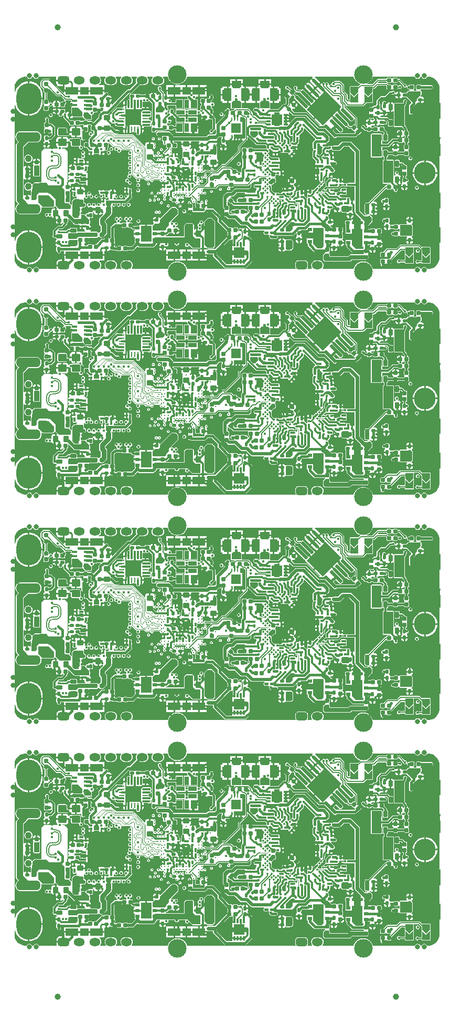
<source format=gbl>
G04*
G04 #@! TF.GenerationSoftware,Altium Limited,Altium Designer,19.1.6 (110)*
G04*
G04 Layer_Physical_Order=8*
G04 Layer_Color=16711680*
%FSLAX44Y44*%
%MOMM*%
G71*
G01*
G75*
%ADD10C,1.0000*%
%ADD11C,0.3090*%
%ADD12C,0.2000*%
%ADD13C,0.3000*%
G04:AMPARAMS|DCode=14|XSize=0.6mm|YSize=0.6mm|CornerRadius=0.06mm|HoleSize=0mm|Usage=FLASHONLY|Rotation=90.000|XOffset=0mm|YOffset=0mm|HoleType=Round|Shape=RoundedRectangle|*
%AMROUNDEDRECTD14*
21,1,0.6000,0.4800,0,0,90.0*
21,1,0.4800,0.6000,0,0,90.0*
1,1,0.1200,0.2400,0.2400*
1,1,0.1200,0.2400,-0.2400*
1,1,0.1200,-0.2400,-0.2400*
1,1,0.1200,-0.2400,0.2400*
%
%ADD14ROUNDEDRECTD14*%
%ADD15R,1.4000X1.3000*%
%ADD16R,2.0000X1.3000*%
G04:AMPARAMS|DCode=18|XSize=0.5mm|YSize=0.6mm|CornerRadius=0.05mm|HoleSize=0mm|Usage=FLASHONLY|Rotation=270.000|XOffset=0mm|YOffset=0mm|HoleType=Round|Shape=RoundedRectangle|*
%AMROUNDEDRECTD18*
21,1,0.5000,0.5000,0,0,270.0*
21,1,0.4000,0.6000,0,0,270.0*
1,1,0.1000,-0.2500,-0.2000*
1,1,0.1000,-0.2500,0.2000*
1,1,0.1000,0.2500,0.2000*
1,1,0.1000,0.2500,-0.2000*
%
%ADD18ROUNDEDRECTD18*%
G04:AMPARAMS|DCode=19|XSize=0.6mm|YSize=1mm|CornerRadius=0.075mm|HoleSize=0mm|Usage=FLASHONLY|Rotation=270.000|XOffset=0mm|YOffset=0mm|HoleType=Round|Shape=RoundedRectangle|*
%AMROUNDEDRECTD19*
21,1,0.6000,0.8500,0,0,270.0*
21,1,0.4500,1.0000,0,0,270.0*
1,1,0.1500,-0.4250,-0.2250*
1,1,0.1500,-0.4250,0.2250*
1,1,0.1500,0.4250,0.2250*
1,1,0.1500,0.4250,-0.2250*
%
%ADD19ROUNDEDRECTD19*%
%ADD20R,0.3000X0.3500*%
G04:AMPARAMS|DCode=21|XSize=0.5mm|YSize=0.6mm|CornerRadius=0.05mm|HoleSize=0mm|Usage=FLASHONLY|Rotation=0.000|XOffset=0mm|YOffset=0mm|HoleType=Round|Shape=RoundedRectangle|*
%AMROUNDEDRECTD21*
21,1,0.5000,0.5000,0,0,0.0*
21,1,0.4000,0.6000,0,0,0.0*
1,1,0.1000,0.2000,-0.2500*
1,1,0.1000,-0.2000,-0.2500*
1,1,0.1000,-0.2000,0.2500*
1,1,0.1000,0.2000,0.2500*
%
%ADD21ROUNDEDRECTD21*%
G04:AMPARAMS|DCode=31|XSize=1.3mm|YSize=0.8mm|CornerRadius=0.1mm|HoleSize=0mm|Usage=FLASHONLY|Rotation=270.000|XOffset=0mm|YOffset=0mm|HoleType=Round|Shape=RoundedRectangle|*
%AMROUNDEDRECTD31*
21,1,1.3000,0.6000,0,0,270.0*
21,1,1.1000,0.8000,0,0,270.0*
1,1,0.2000,-0.3000,-0.5500*
1,1,0.2000,-0.3000,0.5500*
1,1,0.2000,0.3000,0.5500*
1,1,0.2000,0.3000,-0.5500*
%
%ADD31ROUNDEDRECTD31*%
G04:AMPARAMS|DCode=33|XSize=0.6mm|YSize=0.6mm|CornerRadius=0.06mm|HoleSize=0mm|Usage=FLASHONLY|Rotation=0.000|XOffset=0mm|YOffset=0mm|HoleType=Round|Shape=RoundedRectangle|*
%AMROUNDEDRECTD33*
21,1,0.6000,0.4800,0,0,0.0*
21,1,0.4800,0.6000,0,0,0.0*
1,1,0.1200,0.2400,-0.2400*
1,1,0.1200,-0.2400,-0.2400*
1,1,0.1200,-0.2400,0.2400*
1,1,0.1200,0.2400,0.2400*
%
%ADD33ROUNDEDRECTD33*%
G04:AMPARAMS|DCode=34|XSize=1mm|YSize=0.9mm|CornerRadius=0.1125mm|HoleSize=0mm|Usage=FLASHONLY|Rotation=180.000|XOffset=0mm|YOffset=0mm|HoleType=Round|Shape=RoundedRectangle|*
%AMROUNDEDRECTD34*
21,1,1.0000,0.6750,0,0,180.0*
21,1,0.7750,0.9000,0,0,180.0*
1,1,0.2250,-0.3875,0.3375*
1,1,0.2250,0.3875,0.3375*
1,1,0.2250,0.3875,-0.3375*
1,1,0.2250,-0.3875,-0.3375*
%
%ADD34ROUNDEDRECTD34*%
G04:AMPARAMS|DCode=37|XSize=1mm|YSize=0.9mm|CornerRadius=0.1125mm|HoleSize=0mm|Usage=FLASHONLY|Rotation=270.000|XOffset=0mm|YOffset=0mm|HoleType=Round|Shape=RoundedRectangle|*
%AMROUNDEDRECTD37*
21,1,1.0000,0.6750,0,0,270.0*
21,1,0.7750,0.9000,0,0,270.0*
1,1,0.2250,-0.3375,-0.3875*
1,1,0.2250,-0.3375,0.3875*
1,1,0.2250,0.3375,0.3875*
1,1,0.2250,0.3375,-0.3875*
%
%ADD37ROUNDEDRECTD37*%
%ADD44R,4.0000X2.0000*%
%ADD46R,0.3500X0.3000*%
%ADD52C,0.3500*%
%ADD53C,0.5000*%
%ADD54C,0.4000*%
%ADD55C,0.3500*%
%ADD56C,0.1500*%
%ADD58C,0.1000*%
%ADD59C,0.2500*%
%ADD60C,0.3100*%
%ADD61C,0.1100*%
%ADD63C,0.6000*%
%ADD64C,0.4500*%
%ADD66C,0.8000*%
%ADD67C,3.5000*%
%ADD68C,1.1000*%
%ADD69O,4.0000X1.6000*%
G04:AMPARAMS|DCode=70|XSize=1.8mm|YSize=1.3mm|CornerRadius=0.325mm|HoleSize=0mm|Usage=FLASHONLY|Rotation=0.000|XOffset=0mm|YOffset=0mm|HoleType=Round|Shape=RoundedRectangle|*
%AMROUNDEDRECTD70*
21,1,1.8000,0.6500,0,0,0.0*
21,1,1.1500,1.3000,0,0,0.0*
1,1,0.6500,0.5750,-0.3250*
1,1,0.6500,-0.5750,-0.3250*
1,1,0.6500,-0.5750,0.3250*
1,1,0.6500,0.5750,0.3250*
%
%ADD70ROUNDEDRECTD70*%
%ADD71O,1.8000X1.3000*%
%ADD72C,3.0000*%
%ADD73O,4.0000X5.0000*%
%ADD74C,0.4000*%
%ADD75C,0.3000*%
%ADD76C,0.5000*%
%ADD77C,0.8000*%
%ADD78C,1.0000*%
%ADD80C,0.6500*%
%ADD82C,0.2300*%
%ADD84C,0.9000*%
%ADD86C,0.2200*%
%ADD87R,0.5000X0.5000*%
%ADD88R,1.5500X1.0000*%
%ADD89R,1.2000X1.6000*%
%ADD90R,0.9500X1.6000*%
%ADD91R,1.2000X1.2000*%
%ADD92R,1.2000X2.1500*%
G04:AMPARAMS|DCode=93|XSize=0.6mm|YSize=0.6mm|CornerRadius=0.06mm|HoleSize=0mm|Usage=FLASHONLY|Rotation=225.000|XOffset=0mm|YOffset=0mm|HoleType=Round|Shape=RoundedRectangle|*
%AMROUNDEDRECTD93*
21,1,0.6000,0.4800,0,0,225.0*
21,1,0.4800,0.6000,0,0,225.0*
1,1,0.1200,-0.3394,0.0000*
1,1,0.1200,0.0000,0.3394*
1,1,0.1200,0.3394,0.0000*
1,1,0.1200,0.0000,-0.3394*
%
%ADD93ROUNDEDRECTD93*%
G04:AMPARAMS|DCode=94|XSize=0.55mm|YSize=2.6mm|CornerRadius=0.1375mm|HoleSize=0mm|Usage=FLASHONLY|Rotation=225.000|XOffset=0mm|YOffset=0mm|HoleType=Round|Shape=RoundedRectangle|*
%AMROUNDEDRECTD94*
21,1,0.5500,2.3250,0,0,225.0*
21,1,0.2750,2.6000,0,0,225.0*
1,1,0.2750,-0.9192,0.7248*
1,1,0.2750,-0.7248,0.9192*
1,1,0.2750,0.9192,-0.7248*
1,1,0.2750,0.7248,-0.9192*
%
%ADD94ROUNDEDRECTD94*%
G04:AMPARAMS|DCode=95|XSize=3.6mm|YSize=4.2mm|CornerRadius=0mm|HoleSize=0mm|Usage=FLASHONLY|Rotation=135.000|XOffset=0mm|YOffset=0mm|HoleType=Round|Shape=Rectangle|*
%AMROTATEDRECTD95*
4,1,4,2.7577,0.2121,-0.2121,-2.7577,-2.7577,-0.2121,0.2121,2.7577,2.7577,0.2121,0.0*
%
%ADD95ROTATEDRECTD95*%

G04:AMPARAMS|DCode=96|XSize=0.5mm|YSize=0.6mm|CornerRadius=0.05mm|HoleSize=0mm|Usage=FLASHONLY|Rotation=315.000|XOffset=0mm|YOffset=0mm|HoleType=Round|Shape=RoundedRectangle|*
%AMROUNDEDRECTD96*
21,1,0.5000,0.5000,0,0,315.0*
21,1,0.4000,0.6000,0,0,315.0*
1,1,0.1000,-0.0354,-0.3182*
1,1,0.1000,-0.3182,-0.0354*
1,1,0.1000,0.0354,0.3182*
1,1,0.1000,0.3182,0.0354*
%
%ADD96ROUNDEDRECTD96*%
G04:AMPARAMS|DCode=97|XSize=0.6mm|YSize=0.6mm|CornerRadius=0.06mm|HoleSize=0mm|Usage=FLASHONLY|Rotation=135.000|XOffset=0mm|YOffset=0mm|HoleType=Round|Shape=RoundedRectangle|*
%AMROUNDEDRECTD97*
21,1,0.6000,0.4800,0,0,135.0*
21,1,0.4800,0.6000,0,0,135.0*
1,1,0.1200,0.0000,0.3394*
1,1,0.1200,0.3394,0.0000*
1,1,0.1200,0.0000,-0.3394*
1,1,0.1200,-0.3394,0.0000*
%
%ADD97ROUNDEDRECTD97*%
%ADD98R,1.7000X2.5000*%
%ADD99R,0.7000X0.5000*%
G04:AMPARAMS|DCode=100|XSize=1.3mm|YSize=0.8mm|CornerRadius=0.1mm|HoleSize=0mm|Usage=FLASHONLY|Rotation=180.000|XOffset=0mm|YOffset=0mm|HoleType=Round|Shape=RoundedRectangle|*
%AMROUNDEDRECTD100*
21,1,1.3000,0.6000,0,0,180.0*
21,1,1.1000,0.8000,0,0,180.0*
1,1,0.2000,-0.5500,0.3000*
1,1,0.2000,0.5500,0.3000*
1,1,0.2000,0.5500,-0.3000*
1,1,0.2000,-0.5500,-0.3000*
%
%ADD100ROUNDEDRECTD100*%
G04:AMPARAMS|DCode=101|XSize=0.6mm|YSize=1mm|CornerRadius=0.075mm|HoleSize=0mm|Usage=FLASHONLY|Rotation=0.000|XOffset=0mm|YOffset=0mm|HoleType=Round|Shape=RoundedRectangle|*
%AMROUNDEDRECTD101*
21,1,0.6000,0.8500,0,0,0.0*
21,1,0.4500,1.0000,0,0,0.0*
1,1,0.1500,0.2250,-0.4250*
1,1,0.1500,-0.2250,-0.4250*
1,1,0.1500,-0.2250,0.4250*
1,1,0.1500,0.2250,0.4250*
%
%ADD101ROUNDEDRECTD101*%
G04:AMPARAMS|DCode=102|XSize=0.3mm|YSize=0.35mm|CornerRadius=0mm|HoleSize=0mm|Usage=FLASHONLY|Rotation=225.000|XOffset=0mm|YOffset=0mm|HoleType=Round|Shape=Rectangle|*
%AMROTATEDRECTD102*
4,1,4,-0.0177,0.2298,0.2298,-0.0177,0.0177,-0.2298,-0.2298,0.0177,-0.0177,0.2298,0.0*
%
%ADD102ROTATEDRECTD102*%

G04:AMPARAMS|DCode=103|XSize=0.3mm|YSize=0.35mm|CornerRadius=0mm|HoleSize=0mm|Usage=FLASHONLY|Rotation=315.000|XOffset=0mm|YOffset=0mm|HoleType=Round|Shape=Rectangle|*
%AMROTATEDRECTD103*
4,1,4,-0.2298,-0.0177,0.0177,0.2298,0.2298,0.0177,-0.0177,-0.2298,-0.2298,-0.0177,0.0*
%
%ADD103ROTATEDRECTD103*%

%ADD104R,0.8500X0.4000*%
%ADD105R,1.6000X1.6000*%
%ADD106R,0.2500X0.6250*%
G04:AMPARAMS|DCode=107|XSize=1.4mm|YSize=1.2mm|CornerRadius=0.15mm|HoleSize=0mm|Usage=FLASHONLY|Rotation=0.000|XOffset=0mm|YOffset=0mm|HoleType=Round|Shape=RoundedRectangle|*
%AMROUNDEDRECTD107*
21,1,1.4000,0.9000,0,0,0.0*
21,1,1.1000,1.2000,0,0,0.0*
1,1,0.3000,0.5500,-0.4500*
1,1,0.3000,-0.5500,-0.4500*
1,1,0.3000,-0.5500,0.4500*
1,1,0.3000,0.5500,0.4500*
%
%ADD107ROUNDEDRECTD107*%
%ADD108R,2.5000X2.5000*%
%ADD109O,0.2500X0.9000*%
%ADD110O,0.9000X0.2500*%
%ADD111R,0.7000X1.3500*%
%ADD112R,1.3500X0.7000*%
%ADD113R,1.0000X1.3500*%
%ADD114R,1.7000X1.7000*%
%ADD115R,0.6500X0.3000*%
%ADD116R,1.7000X1.7000*%
%ADD117R,0.3000X0.6500*%
%ADD118C,0.5500*%
%ADD119C,0.1800*%
%ADD120C,0.1700*%
%ADD121C,0.3700*%
%ADD122C,0.3800*%
%ADD123C,0.2400*%
G36*
X675239Y1402071D02*
X678508Y1400717D01*
X681449Y1398751D01*
X683951Y1396250D01*
X685917Y1393308D01*
X687271Y1390039D01*
X687961Y1386569D01*
Y1384800D01*
Y1360759D01*
X689500D01*
X689500Y1338800D01*
D01*
Y1338627D01*
Y1337350D01*
D01*
X689500Y1335635D01*
X687961D01*
X687961Y1305315D01*
X689500D01*
X689500Y1302150D01*
X687961D01*
X687961Y1294400D01*
X689500D01*
X689500Y1274850D01*
X687961D01*
Y1215715D01*
X687961D01*
D01*
X689500D01*
X689500Y1190635D01*
X687961D01*
X687961Y1160315D01*
X689500D01*
X689500Y1157150D01*
X689500D01*
X689500Y1135235D01*
X687961D01*
Y1111100D01*
Y1109331D01*
X687271Y1105861D01*
X685917Y1102592D01*
X683951Y1099651D01*
X681450Y1097149D01*
X678508Y1095183D01*
X675239Y1093829D01*
X671769Y1093139D01*
X668401D01*
X667355Y1094705D01*
X665701Y1095810D01*
X663750Y1096198D01*
X661799Y1095810D01*
X660145Y1094705D01*
X659099Y1093139D01*
X657651D01*
X656605Y1094705D01*
X654951Y1095810D01*
X653000Y1096198D01*
X651049Y1095810D01*
X649395Y1094705D01*
X648349Y1093139D01*
X580495D01*
X579854Y1095253D01*
X578368Y1098032D01*
X576368Y1100469D01*
X573932Y1102468D01*
X571153Y1103954D01*
X568137Y1104869D01*
X565000Y1105178D01*
X561864Y1104869D01*
X558847Y1103954D01*
X556068Y1102468D01*
X553632Y1100469D01*
X551632Y1098032D01*
X550146Y1095253D01*
X549505Y1093139D01*
X499643D01*
X499150Y1094139D01*
X500016Y1095268D01*
X500771Y1097092D01*
X501029Y1099050D01*
X500771Y1101008D01*
X500016Y1102833D01*
X498813Y1104399D01*
X497247Y1105602D01*
X495422Y1106357D01*
X493464Y1106615D01*
X488464D01*
X486507Y1106357D01*
X484682Y1105602D01*
X483115Y1104399D01*
X481913Y1102833D01*
X481157Y1101008D01*
X480900Y1099050D01*
X481157Y1097092D01*
X481913Y1095268D01*
X482779Y1094139D01*
X482286Y1093139D01*
X475680D01*
X475209Y1094021D01*
X475289Y1094142D01*
X475619Y1095800D01*
Y1102300D01*
X475289Y1103959D01*
X474350Y1105364D01*
X472944Y1106304D01*
X471286Y1106634D01*
X459786D01*
X458128Y1106304D01*
X456722Y1105364D01*
X455782Y1103959D01*
X455453Y1102300D01*
Y1095800D01*
X455782Y1094142D01*
X455863Y1094021D01*
X455392Y1093139D01*
X280495D01*
X279854Y1095253D01*
X278368Y1098032D01*
X276369Y1100469D01*
X273932Y1102468D01*
X271153Y1103954D01*
X268137Y1104869D01*
X265000Y1105178D01*
X261863Y1104869D01*
X258847Y1103954D01*
X256068Y1102468D01*
X253631Y1100469D01*
X251632Y1098032D01*
X250146Y1095253D01*
X249505Y1093139D01*
X191786D01*
X191292Y1094139D01*
X192158Y1095268D01*
X192914Y1097092D01*
X193172Y1099050D01*
X192914Y1101008D01*
X192158Y1102833D01*
X190956Y1104399D01*
X189389Y1105601D01*
X187565Y1106357D01*
X185607Y1106615D01*
X180607D01*
X178649Y1106357D01*
X176825Y1105601D01*
X175258Y1104399D01*
X174056Y1102833D01*
X173300Y1101008D01*
X173043Y1099050D01*
X173300Y1097092D01*
X174056Y1095268D01*
X174922Y1094139D01*
X174429Y1093139D01*
X166357D01*
X165864Y1094139D01*
X166730Y1095268D01*
X167486Y1097092D01*
X167743Y1099050D01*
X167486Y1101008D01*
X166730Y1102833D01*
X165528Y1104399D01*
X163961Y1105601D01*
X162136Y1106357D01*
X160179Y1106615D01*
X155179D01*
X153221Y1106357D01*
X151396Y1105601D01*
X149830Y1104399D01*
X148627Y1102833D01*
X147872Y1101008D01*
X147614Y1099050D01*
X147872Y1097092D01*
X148627Y1095268D01*
X149493Y1094139D01*
X149000Y1093139D01*
X140928D01*
X140435Y1094139D01*
X141301Y1095268D01*
X142057Y1097092D01*
X142315Y1099050D01*
X142057Y1101008D01*
X141301Y1102833D01*
X140099Y1104399D01*
X138912Y1105310D01*
X139251Y1106310D01*
X147290D01*
Y1114080D01*
X134750D01*
Y1116620D01*
X147290D01*
Y1121873D01*
X147750Y1122251D01*
X148980D01*
Y1127350D01*
X151520D01*
Y1122251D01*
X152750D01*
X153936Y1122487D01*
X154942Y1123158D01*
X155404Y1123850D01*
X157250D01*
Y1123850D01*
X157327Y1123902D01*
X157750Y1123727D01*
X159332D01*
X160008Y1123274D01*
X161179Y1123041D01*
X167366D01*
X167696Y1122547D01*
X168226Y1122193D01*
X168850Y1122069D01*
X173650D01*
X174274Y1122193D01*
X174804Y1122547D01*
X174839Y1122600D01*
X177661Y1122600D01*
X177696Y1122547D01*
X178226Y1122193D01*
X178850Y1122069D01*
X183650D01*
X184274Y1122193D01*
X184781Y1122532D01*
X192500D01*
X193866Y1122803D01*
X195023Y1123577D01*
X200750Y1129304D01*
X201227Y1128827D01*
X202384Y1128053D01*
X203750Y1127782D01*
X225500D01*
X226866Y1128053D01*
X228023Y1128827D01*
X231273Y1132077D01*
X232047Y1133235D01*
X232297Y1134492D01*
X237043D01*
X237060Y1134475D01*
X237358Y1133493D01*
X237058Y1133292D01*
X236386Y1132287D01*
X236150Y1131100D01*
Y1129870D01*
X241250D01*
Y1128600D01*
X242520D01*
Y1123001D01*
X243250D01*
X244436Y1123237D01*
X245442Y1123909D01*
X246114Y1124914D01*
X246350Y1126100D01*
Y1128932D01*
X247123Y1129567D01*
X247250Y1129541D01*
X248421Y1129774D01*
X249413Y1130437D01*
X250076Y1131430D01*
X250309Y1132600D01*
X250131Y1133493D01*
X250705Y1134492D01*
X260681D01*
Y1134350D01*
X260953Y1132985D01*
X261727Y1131827D01*
X262884Y1131053D01*
X264250Y1130782D01*
X265616Y1131053D01*
X266773Y1131827D01*
X267547Y1132985D01*
X267819Y1134350D01*
Y1134492D01*
X277705D01*
X278239Y1133493D01*
X277924Y1133021D01*
X277691Y1131850D01*
X277924Y1130680D01*
X278587Y1129687D01*
X279580Y1129024D01*
X280750Y1128791D01*
X281921Y1129024D01*
X282913Y1129687D01*
X283536Y1130620D01*
X283703Y1130770D01*
X284544Y1131025D01*
X288985Y1126585D01*
X288985Y1126585D01*
X289750Y1126268D01*
X301750Y1126268D01*
X302515Y1126585D01*
X302832Y1127350D01*
X312219D01*
X312985Y1126585D01*
X313750Y1126268D01*
X321750D01*
X322515Y1126585D01*
X322515Y1126585D01*
X325765Y1129835D01*
X326082Y1130600D01*
Y1169600D01*
X326082Y1169600D01*
X325765Y1170366D01*
X325765Y1170366D01*
X321265Y1174866D01*
X320500Y1175183D01*
X313750D01*
X313750Y1175183D01*
X312985Y1174866D01*
X312985Y1174865D01*
X308485Y1170366D01*
X308168Y1169600D01*
Y1155850D01*
X305363D01*
X305017Y1156367D01*
X304088Y1156989D01*
X304309Y1158100D01*
X304076Y1159271D01*
X303413Y1160263D01*
X303309Y1160332D01*
X303163Y1161437D01*
X303211Y1161509D01*
X303826Y1162430D01*
X304059Y1163600D01*
X303904Y1164380D01*
X303836Y1164780D01*
X304572Y1165455D01*
X304921Y1165524D01*
X305913Y1166187D01*
X306576Y1167180D01*
X306809Y1168350D01*
X306576Y1169521D01*
X305913Y1170513D01*
X304921Y1171176D01*
X303750Y1171409D01*
X302579Y1171176D01*
X301587Y1170513D01*
X300924Y1169521D01*
X300691Y1168350D01*
X300846Y1167570D01*
X300914Y1167170D01*
X300179Y1166496D01*
X299830Y1166426D01*
X298837Y1165763D01*
X298174Y1164771D01*
X297941Y1163600D01*
X298174Y1162430D01*
X298837Y1161437D01*
X298941Y1161368D01*
X299087Y1160263D01*
X299039Y1160191D01*
X298424Y1159271D01*
X298191Y1158100D01*
X297668Y1157462D01*
X295625D01*
X294195Y1157178D01*
X292983Y1156367D01*
X292582Y1155768D01*
X291582Y1156072D01*
Y1164600D01*
X291583Y1164600D01*
X291266Y1165366D01*
X291265Y1165366D01*
X290265Y1166366D01*
X290265Y1166366D01*
X289500Y1166683D01*
X279500Y1166683D01*
X279500Y1166683D01*
X278735Y1166366D01*
X275735Y1163365D01*
X275418Y1162600D01*
X275418Y1146415D01*
X274711Y1145708D01*
X246475D01*
X245821Y1146708D01*
X245891Y1146869D01*
X246114Y1147051D01*
X247000D01*
X247976Y1147245D01*
X248803Y1147798D01*
X251824Y1150819D01*
X254650D01*
X255274Y1150943D01*
X255804Y1151297D01*
X255839Y1151350D01*
X256867D01*
X256892Y1151225D01*
X257586Y1150186D01*
X258625Y1149492D01*
X259850Y1149249D01*
X260980D01*
Y1154850D01*
X262250D01*
Y1156120D01*
X267852D01*
Y1157250D01*
X267608Y1158475D01*
X266914Y1159514D01*
X265875Y1160208D01*
X264650Y1160452D01*
X263118D01*
X262430Y1161452D01*
X262503Y1161821D01*
X262579Y1162120D01*
X263415Y1162924D01*
X263921Y1163024D01*
X264913Y1163687D01*
X265576Y1164680D01*
X265809Y1165850D01*
X265576Y1167021D01*
X264913Y1168013D01*
X263921Y1168676D01*
X262750Y1168909D01*
X261579Y1168676D01*
X260587Y1168013D01*
X260189Y1167417D01*
X259061D01*
X258663Y1168013D01*
X257670Y1168676D01*
X256500Y1168909D01*
X255329Y1168676D01*
X255153Y1168558D01*
X254516Y1169335D01*
X266515Y1181335D01*
X266832Y1182100D01*
Y1188350D01*
X266832Y1188350D01*
X266515Y1189116D01*
X263265Y1192366D01*
X262500Y1192683D01*
X256000D01*
X255235Y1192366D01*
X237969Y1175100D01*
X236404Y1175100D01*
X235942Y1175792D01*
X234936Y1176464D01*
X233750Y1176700D01*
X232520D01*
Y1171600D01*
X231250D01*
Y1170330D01*
X225651D01*
Y1169600D01*
X225886Y1168414D01*
X226558Y1167409D01*
X226741Y1167286D01*
X226868Y1165999D01*
X225509Y1164640D01*
X216020D01*
Y1149600D01*
X213480D01*
Y1164640D01*
X203710D01*
Y1162600D01*
X196250D01*
Y1161649D01*
X194806D01*
X193281Y1163174D01*
Y1166000D01*
X193157Y1166625D01*
X192804Y1167154D01*
X192274Y1167507D01*
X191650Y1167632D01*
X188911D01*
X188377Y1168632D01*
X188576Y1168930D01*
X188753Y1169821D01*
X188829Y1170120D01*
X189665Y1170924D01*
X190171Y1171024D01*
X191163Y1171687D01*
X191826Y1172680D01*
X192059Y1173850D01*
X191826Y1175021D01*
X191163Y1176013D01*
X190171Y1176676D01*
X189000Y1176909D01*
X187829Y1176676D01*
X186837Y1176013D01*
X186306Y1175218D01*
X185865Y1175129D01*
X185636D01*
X185194Y1175218D01*
X184663Y1176013D01*
X183671Y1176676D01*
X182500Y1176909D01*
X181329Y1176676D01*
X180337Y1176013D01*
X179674Y1175021D01*
X179441Y1173850D01*
X179674Y1172680D01*
X180337Y1171687D01*
X181329Y1171024D01*
X181835Y1170924D01*
X182671Y1170120D01*
X182747Y1169821D01*
X182924Y1168930D01*
X183004Y1168809D01*
X182637Y1167560D01*
X182507Y1167503D01*
X182274Y1167507D01*
X181650Y1167632D01*
X176850D01*
X176226Y1167507D01*
X175697Y1167154D01*
X175366Y1166659D01*
X171800D01*
X171497Y1167659D01*
X171913Y1167937D01*
X172576Y1168930D01*
X172753Y1169821D01*
X172829Y1170120D01*
X173665Y1170924D01*
X174170Y1171024D01*
X175163Y1171687D01*
X175826Y1172680D01*
X176059Y1173850D01*
X175826Y1175021D01*
X175163Y1176013D01*
X174170Y1176676D01*
X173000Y1176909D01*
X171829Y1176676D01*
X170837Y1176013D01*
X170439Y1175417D01*
X169311D01*
X168913Y1176013D01*
X167920Y1176676D01*
X166750Y1176909D01*
X165579Y1176676D01*
X164587Y1176013D01*
X163924Y1175021D01*
X163691Y1173850D01*
X163924Y1172680D01*
X164587Y1171687D01*
X165579Y1171024D01*
X166750Y1170791D01*
X166746Y1170375D01*
X166691Y1170100D01*
X166924Y1168930D01*
X167587Y1167937D01*
X168004Y1167659D01*
X167700Y1166659D01*
X164500D01*
X164500Y1166659D01*
X163330Y1166426D01*
X162337Y1165763D01*
X158087Y1161513D01*
X157424Y1160521D01*
X157191Y1159350D01*
X157191Y1159350D01*
Y1142484D01*
X156697Y1142154D01*
X156661Y1142100D01*
X153839D01*
X153804Y1142154D01*
X153274Y1142507D01*
X152650Y1142632D01*
X147850D01*
X147226Y1142507D01*
X146697Y1142154D01*
X146366Y1141659D01*
X143750D01*
X142579Y1141426D01*
X141587Y1140763D01*
X141587Y1140763D01*
X133455Y1132632D01*
X131600D01*
X130976Y1132507D01*
X130447Y1132154D01*
X130411Y1132100D01*
X127589D01*
X127554Y1132154D01*
X127024Y1132507D01*
X126400Y1132632D01*
X121836D01*
X121291Y1133091D01*
X120995Y1133531D01*
X121059Y1133850D01*
X121059Y1133850D01*
Y1135716D01*
X121554Y1136047D01*
X121907Y1136576D01*
X122031Y1137200D01*
Y1142000D01*
X121928Y1142518D01*
X121974Y1142723D01*
X122513Y1143518D01*
X135250Y1143518D01*
X136015Y1143835D01*
X136265Y1144085D01*
X136582Y1144850D01*
X138825D01*
X138895Y1144745D01*
X140549Y1143640D01*
X142500Y1143252D01*
X144451Y1143640D01*
X146105Y1144745D01*
X149855Y1148495D01*
X150960Y1150149D01*
X151348Y1152100D01*
Y1164100D01*
X150960Y1166051D01*
X149855Y1167705D01*
X148848Y1168712D01*
Y1170739D01*
X157855Y1179746D01*
X158960Y1181400D01*
X159314Y1183177D01*
X159627Y1183646D01*
X159792Y1184475D01*
Y1192225D01*
X159627Y1193054D01*
X159157Y1193757D01*
X159153Y1194529D01*
X159962Y1194475D01*
X160087Y1194287D01*
X161080Y1193624D01*
X162250Y1193392D01*
X163421Y1193624D01*
X164413Y1194287D01*
X165076Y1195280D01*
X165309Y1196450D01*
X165076Y1197621D01*
X164962Y1197791D01*
X165497Y1198791D01*
X167003D01*
X167538Y1197791D01*
X167424Y1197621D01*
X167191Y1196450D01*
X167424Y1195280D01*
X168087Y1194287D01*
X169079Y1193624D01*
X170250Y1193392D01*
X171420Y1193624D01*
X172413Y1194287D01*
X173076Y1195280D01*
X173309Y1196450D01*
X173076Y1197621D01*
X172962Y1197791D01*
X173496Y1198791D01*
X175004D01*
X175538Y1197791D01*
X175424Y1197621D01*
X175191Y1196450D01*
X175424Y1195280D01*
X176087Y1194287D01*
X177080Y1193624D01*
X178250Y1193392D01*
X179421Y1193624D01*
X180413Y1194287D01*
X181076Y1195280D01*
X181309Y1196450D01*
X181076Y1197621D01*
X180962Y1197791D01*
X181101Y1198272D01*
X181468Y1198835D01*
X182421Y1199024D01*
X183413Y1199687D01*
X190913Y1207187D01*
X191034Y1207368D01*
X191302Y1207548D01*
X191855Y1208375D01*
X192049Y1209350D01*
X191855Y1210326D01*
X191302Y1211153D01*
X191299Y1211155D01*
Y1214615D01*
X191576Y1215030D01*
X191809Y1216200D01*
X191576Y1217371D01*
X191299Y1217786D01*
Y1220350D01*
X191250Y1220596D01*
Y1223100D01*
X187190D01*
Y1224640D01*
X184420D01*
Y1220350D01*
Y1216060D01*
X185719D01*
X185924Y1215030D01*
X186201Y1214615D01*
Y1211971D01*
X185822Y1211688D01*
X184541Y1211921D01*
X184413Y1212113D01*
X183421Y1212776D01*
X182250Y1213009D01*
X181079Y1212776D01*
X180087Y1212113D01*
X179424Y1211121D01*
X179191Y1209950D01*
X179424Y1208780D01*
X180087Y1207787D01*
X180902Y1207242D01*
X181227Y1206153D01*
X179983Y1204909D01*
X162490D01*
Y1207995D01*
X162661Y1208122D01*
X164019Y1207889D01*
X164087Y1207787D01*
X165080Y1207124D01*
X166250Y1206891D01*
X167421Y1207124D01*
X168413Y1207787D01*
X169076Y1208780D01*
X169309Y1209950D01*
X169076Y1211121D01*
X168413Y1212113D01*
X167421Y1212776D01*
X166250Y1213009D01*
X166190Y1213069D01*
X165850Y1213949D01*
Y1214580D01*
X160250D01*
Y1215850D01*
X158980D01*
Y1220950D01*
X157750D01*
X156564Y1220714D01*
X155558Y1220042D01*
X155096Y1219350D01*
X153250D01*
Y1219350D01*
X153173Y1219299D01*
X152750Y1219474D01*
X147750D01*
X147090Y1219200D01*
X146090Y1219793D01*
Y1220180D01*
X141800D01*
X137510D01*
Y1217410D01*
X139050D01*
Y1213350D01*
X140139D01*
X140442Y1212350D01*
X140087Y1212113D01*
X139424Y1211121D01*
X139192Y1209950D01*
X139424Y1208780D01*
X140087Y1207787D01*
X141080Y1207124D01*
X142250Y1206891D01*
X143421Y1207124D01*
X144413Y1207787D01*
X145076Y1208780D01*
X145309Y1209950D01*
X145076Y1211121D01*
X144413Y1212113D01*
X144131Y1212301D01*
X144435Y1213301D01*
X146354D01*
X146602Y1212702D01*
X147332Y1212400D01*
X147560Y1211323D01*
X147424Y1211121D01*
X147191Y1209950D01*
X147424Y1208780D01*
X148087Y1207787D01*
X149080Y1207124D01*
X150250Y1206891D01*
X151421Y1207124D01*
X152413Y1207787D01*
X152910Y1208531D01*
X153910Y1208235D01*
Y1204433D01*
X149750D01*
X149740Y1204439D01*
Y1205890D01*
X146970D01*
Y1201600D01*
X145700D01*
Y1200330D01*
X141660D01*
Y1198547D01*
X140660Y1198244D01*
X140413Y1198613D01*
X139421Y1199276D01*
X138250Y1199509D01*
X137080Y1199276D01*
X136087Y1198613D01*
X135424Y1197621D01*
X135191Y1196450D01*
X134791Y1195962D01*
X134232D01*
X133309Y1196450D01*
X133076Y1197621D01*
X132413Y1198613D01*
X131421Y1199276D01*
X130250Y1199509D01*
X129080Y1199276D01*
X128087Y1198613D01*
X127424Y1197621D01*
X127191Y1196450D01*
X127260Y1196104D01*
X126602Y1195291D01*
X125896Y1195314D01*
X125248Y1196144D01*
X125309Y1196450D01*
X125076Y1197621D01*
X124413Y1198613D01*
X123420Y1199276D01*
X122250Y1199509D01*
X121079Y1199276D01*
X120087Y1198613D01*
X119424Y1197621D01*
X119191Y1196450D01*
X119424Y1195280D01*
X120087Y1194287D01*
X120087D01*
X120087Y1194287D01*
X120111Y1194271D01*
X120113Y1194261D01*
X121774Y1192600D01*
X127000D01*
X128500Y1191100D01*
X128750D01*
Y1184600D01*
X128500Y1184350D01*
X121270D01*
X121500Y1184196D01*
Y1182909D01*
X119750D01*
X118579Y1182676D01*
X117587Y1182013D01*
X116924Y1181021D01*
X116895Y1180873D01*
X115799Y1180491D01*
X115289Y1180925D01*
X114934Y1181039D01*
X114588Y1181182D01*
X110250Y1181183D01*
X110250Y1181183D01*
X109832Y1181010D01*
X108956Y1181457D01*
X108832Y1181595D01*
Y1184810D01*
X110530D01*
Y1189100D01*
X111750D01*
Y1192350D01*
X115622Y1192350D01*
X115840Y1192568D01*
Y1193203D01*
X116384Y1193567D01*
X117268Y1194890D01*
X117578Y1196450D01*
X117268Y1198011D01*
X116384Y1199334D01*
X115061Y1200218D01*
X114542Y1200322D01*
Y1204225D01*
X114515Y1204357D01*
X114500Y1205350D01*
X114500Y1205350D01*
X114500Y1205350D01*
Y1207925D01*
X114691Y1208077D01*
X116033Y1207869D01*
X116087Y1207787D01*
X117080Y1207124D01*
X118250Y1206891D01*
X119421Y1207124D01*
X120413Y1207787D01*
X121076Y1208780D01*
X121309Y1209950D01*
X121076Y1211121D01*
X121728Y1211945D01*
X122500Y1211791D01*
X122696Y1211830D01*
X123023Y1211511D01*
X123390Y1210949D01*
X123191Y1209950D01*
X123424Y1208780D01*
X124087Y1207787D01*
X125080Y1207124D01*
X126250Y1206891D01*
X127421Y1207124D01*
X128413Y1207787D01*
X129076Y1208780D01*
X129309Y1209950D01*
X129076Y1211121D01*
X128413Y1212113D01*
X127421Y1212776D01*
X126250Y1213009D01*
X126054Y1212970D01*
X125727Y1213289D01*
X125360Y1213851D01*
X125559Y1214850D01*
X125326Y1216021D01*
X124663Y1217013D01*
X123671Y1217676D01*
X122500Y1217909D01*
X121329Y1217676D01*
X120337Y1217013D01*
X119674Y1216021D01*
X119441Y1214850D01*
X119674Y1213680D01*
X119022Y1212855D01*
X118250Y1213009D01*
X117080Y1212776D01*
X116660Y1212495D01*
X116091Y1212871D01*
X115850Y1213157D01*
X116112Y1214475D01*
Y1216580D01*
X108500D01*
Y1217850D01*
X107230D01*
Y1224962D01*
X104625D01*
X104040Y1224846D01*
X103040Y1225440D01*
Y1225440D01*
X100020D01*
Y1221400D01*
X98750D01*
Y1220130D01*
X94460D01*
Y1217360D01*
X96000D01*
Y1214135D01*
X95975Y1213196D01*
X95924Y1213121D01*
X95691Y1211950D01*
X95924Y1210779D01*
X96587Y1209787D01*
X97580Y1209124D01*
X98750Y1208891D01*
X99921Y1209124D01*
X100913Y1209787D01*
X100967Y1209868D01*
X102308Y1210075D01*
X102500Y1209921D01*
Y1206533D01*
X98600D01*
X98600Y1206533D01*
X97835Y1206216D01*
X97835Y1206216D01*
X94735Y1203115D01*
X94417Y1202350D01*
X94418Y1197020D01*
X93875Y1196777D01*
X93418Y1196713D01*
X91250Y1198881D01*
Y1200761D01*
X91304Y1200797D01*
X91657Y1201326D01*
X91782Y1201950D01*
Y1204114D01*
X91828Y1204350D01*
Y1215350D01*
X91782Y1215587D01*
Y1217750D01*
X91657Y1218375D01*
X91304Y1218904D01*
X91250Y1218940D01*
X91250Y1219968D01*
X91375Y1219993D01*
X92414Y1220686D01*
X93108Y1221725D01*
X93352Y1222950D01*
Y1224080D01*
X87750D01*
Y1226620D01*
X93352D01*
Y1227750D01*
X93108Y1228975D01*
X92924Y1229251D01*
X93458Y1230251D01*
X96750D01*
X97936Y1230487D01*
X98942Y1231159D01*
X99404Y1231850D01*
X101250D01*
Y1231850D01*
X101327Y1231902D01*
X101750Y1231727D01*
X104269D01*
X105848Y1230148D01*
X106675Y1229595D01*
X107650Y1229401D01*
X110165D01*
X110579Y1229124D01*
X111750Y1228891D01*
X112422Y1229025D01*
X113350Y1229200D01*
X113350Y1229200D01*
X113350Y1229200D01*
X117410D01*
Y1227660D01*
X120180D01*
Y1231950D01*
Y1236240D01*
X117410D01*
Y1234700D01*
X113350D01*
X113350Y1234700D01*
X112422Y1234875D01*
X111750Y1235009D01*
X110579Y1234776D01*
X110165Y1234499D01*
X108706D01*
X108374Y1234831D01*
Y1237350D01*
X107898Y1238498D01*
X106750Y1238974D01*
X101750D01*
X101327Y1238799D01*
X101250Y1238850D01*
Y1238850D01*
X99404D01*
X98942Y1239542D01*
X98632Y1239749D01*
Y1240952D01*
X98942Y1241159D01*
X99404Y1241850D01*
X101250D01*
Y1241850D01*
X101327Y1241902D01*
X101750Y1241727D01*
X106750D01*
X107898Y1242202D01*
X108013Y1242480D01*
X108168Y1242531D01*
X109070Y1242561D01*
X109587Y1241787D01*
X110579Y1241124D01*
X111750Y1240891D01*
X112422Y1241025D01*
X113350Y1241200D01*
X113350Y1241200D01*
X113350Y1241200D01*
X117410D01*
Y1239660D01*
X120180D01*
Y1243950D01*
Y1248240D01*
X117910D01*
X117839Y1248425D01*
X117744Y1249240D01*
X118563Y1249787D01*
X119226Y1250780D01*
X119403Y1251669D01*
X119855Y1252345D01*
X120049Y1253321D01*
Y1254300D01*
X120250D01*
Y1258360D01*
X121456D01*
X121451Y1261130D01*
X117500D01*
X113210D01*
Y1259694D01*
X112210Y1258917D01*
X111750Y1259009D01*
X111248Y1258909D01*
X109884D01*
X109554Y1259404D01*
X109024Y1259757D01*
X108400Y1259882D01*
X103600D01*
X102976Y1259757D01*
X102446Y1259404D01*
X102411Y1259350D01*
X101383D01*
X101358Y1259475D01*
X100664Y1260514D01*
X99625Y1261208D01*
X98400Y1261452D01*
X97270D01*
Y1255850D01*
X96000D01*
Y1254580D01*
X90399D01*
Y1253450D01*
X90642Y1252225D01*
X91218Y1251364D01*
X91069Y1250638D01*
X90893Y1250279D01*
X90564Y1250214D01*
X89558Y1249542D01*
X88886Y1248536D01*
X88651Y1247350D01*
Y1246620D01*
X94250D01*
Y1244080D01*
X88651D01*
Y1243350D01*
X88886Y1242164D01*
X89558Y1241159D01*
X89868Y1240952D01*
Y1239749D01*
X89558Y1239542D01*
X88886Y1238536D01*
X88651Y1237350D01*
Y1236620D01*
X94250D01*
Y1234080D01*
X88651D01*
Y1233350D01*
X88886Y1232164D01*
X89028Y1231952D01*
X88494Y1230952D01*
X86266D01*
X85852Y1231952D01*
X87500Y1233600D01*
X87500Y1282850D01*
X83000Y1287350D01*
X79112D01*
X78973Y1287628D01*
X79514Y1288481D01*
X84750D01*
X86327Y1288795D01*
X87663Y1289688D01*
X88556Y1291024D01*
X88869Y1292600D01*
Y1295830D01*
X69631D01*
Y1292600D01*
X69945Y1291024D01*
X70838Y1289688D01*
X72134Y1288821D01*
X71941Y1287850D01*
X71531Y1287350D01*
X50000Y1287350D01*
X45500Y1282850D01*
X45500Y1233350D01*
X45223Y1232683D01*
X39750Y1232682D01*
X34500Y1232682D01*
X33735Y1232365D01*
X31041Y1229672D01*
X31005Y1229653D01*
X29758Y1229775D01*
X29136Y1230586D01*
X27778Y1231628D01*
X26197Y1232283D01*
X24500Y1232506D01*
X22803Y1232283D01*
X21222Y1231628D01*
X19864Y1230586D01*
X18822Y1229228D01*
X18167Y1227647D01*
X17944Y1225950D01*
X18167Y1224253D01*
X18822Y1222672D01*
X19864Y1221314D01*
X21222Y1220273D01*
X22803Y1219617D01*
X24500Y1219394D01*
X26197Y1219617D01*
X27778Y1220273D01*
X28021Y1220459D01*
X28918Y1220016D01*
Y1218299D01*
X28735Y1218116D01*
X28418Y1217350D01*
Y1211757D01*
X27418Y1211454D01*
X27192Y1211792D01*
X26186Y1212464D01*
X25000Y1212700D01*
X23770D01*
Y1207600D01*
X21230D01*
Y1212700D01*
X20000D01*
X18814Y1212464D01*
X17808Y1211792D01*
X17618Y1211506D01*
X16618Y1211810D01*
Y1238203D01*
X17618Y1238506D01*
X17861Y1238141D01*
X18900Y1237447D01*
X20125Y1237204D01*
X21255D01*
Y1242805D01*
X22525D01*
Y1244075D01*
X28126D01*
Y1245205D01*
X27883Y1246430D01*
X27189Y1247469D01*
X26383Y1248007D01*
X26302Y1248413D01*
X26309Y1248816D01*
X26383Y1249118D01*
X27192Y1249659D01*
X27864Y1250664D01*
X28100Y1251850D01*
Y1252580D01*
X22500D01*
Y1253850D01*
X21230D01*
Y1258950D01*
X20000D01*
X18814Y1258714D01*
X17808Y1258042D01*
X17618Y1257757D01*
X16618Y1258060D01*
Y1289416D01*
X24074Y1296873D01*
X36500D01*
X38849Y1297182D01*
X41039Y1298089D01*
X42919Y1299531D01*
X44362Y1301411D01*
X45268Y1303601D01*
X45578Y1305950D01*
X45268Y1308300D01*
X44362Y1310489D01*
X42919Y1312369D01*
X41039Y1313812D01*
X38849Y1314718D01*
X36500Y1315028D01*
X12500D01*
X10151Y1314718D01*
X7961Y1313812D01*
X6081Y1312369D01*
X4638Y1310489D01*
X3732Y1308300D01*
X3422Y1305950D01*
X3732Y1303601D01*
X4638Y1301411D01*
X6081Y1299531D01*
X7176Y1298692D01*
X7263Y1297364D01*
X6174Y1296276D01*
X4848Y1294291D01*
X4383Y1291950D01*
Y1253100D01*
Y1242600D01*
Y1203950D01*
X4848Y1201609D01*
X6174Y1199624D01*
X7263Y1198536D01*
X7176Y1197209D01*
X6081Y1196369D01*
X4638Y1194489D01*
X3732Y1192300D01*
X3422Y1189950D01*
X3732Y1187601D01*
X4638Y1185411D01*
X6081Y1183531D01*
X7961Y1182089D01*
X10151Y1181182D01*
X12500Y1180873D01*
X36500D01*
X38849Y1181182D01*
X41039Y1182089D01*
X42919Y1183531D01*
X44362Y1185411D01*
X45268Y1187601D01*
X45578Y1189950D01*
X45268Y1192300D01*
X45207Y1192449D01*
X46054Y1193015D01*
X46735Y1192335D01*
X47500Y1192018D01*
X64500D01*
X65265Y1192335D01*
X65265Y1192335D01*
X66918Y1193987D01*
X67133Y1194095D01*
X68138Y1194182D01*
X70933Y1191386D01*
X70551Y1190462D01*
X70020D01*
Y1182850D01*
X67480D01*
Y1190462D01*
X65375D01*
X63945Y1190178D01*
X62733Y1189368D01*
X61923Y1188155D01*
X61638Y1186725D01*
Y1183278D01*
X60638Y1182780D01*
X60046Y1183176D01*
X58875Y1183409D01*
X57705Y1183176D01*
X56712Y1182513D01*
X56413D01*
X55421Y1183176D01*
X54250Y1183409D01*
X53080Y1183176D01*
X52087Y1182513D01*
X51424Y1181521D01*
X51191Y1180350D01*
X51424Y1179180D01*
X52087Y1178187D01*
X53080Y1177524D01*
X54250Y1177291D01*
X55421Y1177524D01*
X56413Y1178187D01*
X56712D01*
X57705Y1177524D01*
X58875Y1177291D01*
X60046Y1177524D01*
X60806Y1178033D01*
X61619Y1177840D01*
X61897Y1177673D01*
X61923Y1177545D01*
X62733Y1176333D01*
X63945Y1175523D01*
X65375Y1175238D01*
X68207D01*
X68996Y1174238D01*
X68899Y1173750D01*
Y1172620D01*
X74500D01*
Y1171350D01*
X75770D01*
Y1165749D01*
X76900D01*
X78125Y1165992D01*
X79164Y1166686D01*
X79858Y1167725D01*
X79883Y1167850D01*
X80911D01*
X80947Y1167797D01*
X81235Y1167604D01*
X81471Y1166724D01*
X81470Y1166425D01*
X77944Y1162899D01*
X72750D01*
X71775Y1162705D01*
X70948Y1162153D01*
X64811Y1156016D01*
X64259Y1155189D01*
X64065Y1154214D01*
Y1147435D01*
X63788Y1147021D01*
X63555Y1145850D01*
X63788Y1144680D01*
X64451Y1143687D01*
X65443Y1143024D01*
X66614Y1142791D01*
X67088Y1142886D01*
X68102Y1142917D01*
X68488Y1142338D01*
X69067Y1141952D01*
X69750Y1141816D01*
X70479D01*
X70577Y1140816D01*
X70064Y1140714D01*
X69058Y1140042D01*
X68386Y1139036D01*
X68150Y1137850D01*
Y1136620D01*
X73250D01*
Y1134080D01*
X68150D01*
Y1132850D01*
X68386Y1131664D01*
X69058Y1130658D01*
X69750Y1130196D01*
Y1128350D01*
X69750D01*
X69802Y1128273D01*
X69626Y1127850D01*
Y1122850D01*
X70102Y1121702D01*
X70691Y1121458D01*
Y1121100D01*
X70924Y1119930D01*
X71587Y1118937D01*
X72579Y1118274D01*
X73750Y1118041D01*
X74921Y1118274D01*
X75913Y1118937D01*
X76576Y1119930D01*
X76809Y1121100D01*
Y1122291D01*
X82210D01*
Y1116620D01*
X94750D01*
Y1114080D01*
X82210D01*
Y1108204D01*
X75643D01*
X73384Y1107754D01*
X71469Y1106475D01*
X70189Y1104559D01*
X69739Y1102300D01*
Y1100320D01*
X81393D01*
Y1097780D01*
X69739D01*
Y1095800D01*
X70070Y1094139D01*
X69346Y1093139D01*
X41651D01*
X40605Y1094705D01*
X38951Y1095810D01*
X37000Y1096198D01*
X35049Y1095810D01*
X33395Y1094705D01*
X32349Y1093139D01*
X30901D01*
X29855Y1094705D01*
X28201Y1095810D01*
X26250Y1096198D01*
X24299Y1095810D01*
X22645Y1094705D01*
X21599Y1093139D01*
X18231Y1093139D01*
X14761Y1093829D01*
X11492Y1095183D01*
X8551Y1097149D01*
X6049Y1099651D01*
X4083Y1102592D01*
X2729Y1105861D01*
X2039Y1109331D01*
Y1117499D01*
X3039Y1117647D01*
X4075Y1114233D01*
X6168Y1110317D01*
X8985Y1106885D01*
X12417Y1104068D01*
X16332Y1101975D01*
X20581Y1100686D01*
X23730Y1100376D01*
Y1127900D01*
Y1155424D01*
X20581Y1155114D01*
X16332Y1153825D01*
X12417Y1151732D01*
X8985Y1148916D01*
X6168Y1145483D01*
X4075Y1141568D01*
X3039Y1138153D01*
X2039Y1138302D01*
Y1357499D01*
X3039Y1357647D01*
X4075Y1354233D01*
X6168Y1350317D01*
X8985Y1346885D01*
X12417Y1344068D01*
X16332Y1341975D01*
X20581Y1340686D01*
X23730Y1340376D01*
Y1367900D01*
Y1395424D01*
X20581Y1395114D01*
X16332Y1393825D01*
X12417Y1391732D01*
X8985Y1388916D01*
X6168Y1385484D01*
X4075Y1381568D01*
X3039Y1378153D01*
X2039Y1378302D01*
Y1384800D01*
X2039Y1386569D01*
X2729Y1390039D01*
X4083Y1393308D01*
X6049Y1396250D01*
X8551Y1398751D01*
X11492Y1400717D01*
X14761Y1402071D01*
X18231Y1402761D01*
X21599D01*
X22645Y1401195D01*
X24299Y1400090D01*
X26250Y1399702D01*
X28201Y1400090D01*
X29855Y1401195D01*
X30901Y1402761D01*
X32349D01*
X33395Y1401195D01*
X35049Y1400090D01*
X37000Y1399702D01*
X38951Y1400090D01*
X40605Y1401195D01*
X41651Y1402761D01*
X68918D01*
X69641Y1401761D01*
X69311Y1400100D01*
Y1398120D01*
X80964D01*
Y1395580D01*
X69311D01*
Y1393600D01*
X69760Y1391341D01*
X71040Y1389426D01*
X72955Y1388146D01*
X75214Y1387697D01*
X82210D01*
Y1381620D01*
X94750D01*
Y1379080D01*
X82210D01*
Y1377488D01*
X81286Y1377105D01*
X59349Y1399042D01*
X58687Y1399484D01*
X57907Y1399639D01*
X49000D01*
X48220Y1399484D01*
X47558Y1399042D01*
X44808Y1396292D01*
X44366Y1395631D01*
X44211Y1394850D01*
Y1387985D01*
X44366Y1387205D01*
X44808Y1386543D01*
X48854Y1382498D01*
Y1378950D01*
X48978Y1378326D01*
X49332Y1377797D01*
X49861Y1377443D01*
X50485Y1377319D01*
X50961D01*
Y1366131D01*
X50600D01*
X49976Y1366007D01*
X49447Y1365654D01*
X49093Y1365125D01*
X48969Y1364500D01*
Y1359700D01*
X49093Y1359076D01*
X49447Y1358547D01*
X49500Y1358511D01*
Y1355690D01*
X49447Y1355654D01*
X49093Y1355125D01*
X48969Y1354500D01*
Y1349700D01*
X49093Y1349076D01*
X49447Y1348547D01*
X49976Y1348193D01*
X50600Y1348069D01*
X55400D01*
X56024Y1348193D01*
X56554Y1348547D01*
X56907Y1349076D01*
X57031Y1349700D01*
Y1352248D01*
X60354Y1355571D01*
X60500Y1355542D01*
X61671Y1355774D01*
X62663Y1356437D01*
X63148Y1357164D01*
X64149Y1356861D01*
Y1355950D01*
X64392Y1354725D01*
X65086Y1353687D01*
X65846Y1353179D01*
X65914Y1352875D01*
X65894Y1352227D01*
X65846Y1352068D01*
X65058Y1351542D01*
X64386Y1350536D01*
X64151Y1349350D01*
Y1348620D01*
X69750D01*
Y1347350D01*
X71020D01*
Y1342251D01*
X72250D01*
X72615Y1342323D01*
X73191Y1341850D01*
X73424Y1340680D01*
X74087Y1339687D01*
X75079Y1339024D01*
X76250Y1338791D01*
X77421Y1339024D01*
X78413Y1339687D01*
X79076Y1340680D01*
X79240Y1341505D01*
X80260D01*
X80424Y1340680D01*
X80701Y1340265D01*
Y1338100D01*
X80895Y1337125D01*
X81448Y1336298D01*
X90219Y1327527D01*
Y1326200D01*
X90343Y1325576D01*
X90696Y1325047D01*
X91226Y1324693D01*
X91850Y1324569D01*
X96650D01*
X97274Y1324693D01*
X97804Y1325047D01*
X97839Y1325100D01*
X100661D01*
X100696Y1325047D01*
X101226Y1324693D01*
X101850Y1324569D01*
X106650D01*
X107274Y1324693D01*
X107803Y1325047D01*
X108134Y1325541D01*
X113116D01*
X113447Y1325046D01*
X113501Y1325010D01*
Y1322189D01*
X113447Y1322153D01*
X113094Y1321624D01*
X112970Y1320999D01*
Y1318894D01*
X111793Y1317718D01*
X110869Y1318100D01*
Y1318600D01*
X110556Y1320177D01*
X109663Y1321513D01*
X108327Y1322406D01*
X106750Y1322719D01*
X102520D01*
Y1314100D01*
Y1305481D01*
X106750D01*
X108327Y1305795D01*
X108941Y1306205D01*
X109941Y1305671D01*
Y1303600D01*
X110174Y1302430D01*
X110837Y1301437D01*
X111830Y1300774D01*
X113000Y1300541D01*
X114171Y1300774D01*
X115163Y1301437D01*
X115826Y1302430D01*
X116059Y1303600D01*
Y1313332D01*
X117295Y1314568D01*
X119401D01*
X120025Y1314692D01*
X120554Y1315046D01*
X120908Y1315575D01*
X121032Y1316199D01*
Y1320999D01*
X120908Y1321624D01*
X120554Y1322153D01*
X120501Y1322189D01*
Y1325010D01*
X120554Y1325046D01*
X120885Y1325541D01*
X124483D01*
X126007Y1324017D01*
X125947Y1323404D01*
X125593Y1322874D01*
X125469Y1322250D01*
Y1317450D01*
X125593Y1316826D01*
X125947Y1316297D01*
X126476Y1315943D01*
X127100Y1315819D01*
X129206D01*
X129441Y1315583D01*
Y1311191D01*
X129037Y1310891D01*
X128709Y1310961D01*
X128005Y1311371D01*
X127826Y1312271D01*
X127163Y1313263D01*
X126171Y1313926D01*
X125000Y1314159D01*
X123830Y1313926D01*
X122837Y1313263D01*
X122174Y1312271D01*
X121941Y1311100D01*
X122174Y1309930D01*
X122837Y1308937D01*
X123830Y1308274D01*
X125000Y1308041D01*
X125251Y1308091D01*
X125744Y1307170D01*
X122837Y1304263D01*
X122174Y1303271D01*
X121941Y1302100D01*
X121941Y1302100D01*
Y1297347D01*
X121072Y1296788D01*
X120941Y1296774D01*
X120400Y1296882D01*
X115600D01*
X114976Y1296757D01*
X114446Y1296404D01*
X114093Y1295874D01*
X113969Y1295250D01*
Y1290450D01*
X114093Y1289826D01*
X114446Y1289297D01*
X114976Y1288943D01*
X115600Y1288819D01*
X118641D01*
X121910Y1285550D01*
Y1282620D01*
X125950D01*
Y1281350D01*
X127220D01*
Y1277060D01*
X129990D01*
Y1278461D01*
X130001Y1278468D01*
X138750D01*
X138760Y1278462D01*
Y1277060D01*
X141530D01*
Y1281350D01*
X142800D01*
Y1282620D01*
X146840D01*
Y1284354D01*
X147840Y1284658D01*
X148087Y1284288D01*
X149080Y1283625D01*
X150250Y1283392D01*
X151421Y1283625D01*
X152413Y1284288D01*
X153076Y1285280D01*
X153309Y1286450D01*
X153076Y1287621D01*
X152810Y1288020D01*
X152837Y1288985D01*
X153304Y1289297D01*
X153657Y1289826D01*
X153781Y1290450D01*
Y1295250D01*
X153737Y1295474D01*
X154071Y1296071D01*
X155091Y1296313D01*
X161702Y1289702D01*
X162850Y1289227D01*
X163342D01*
X163829Y1288227D01*
X163424Y1287621D01*
X163192Y1286450D01*
X163424Y1285280D01*
X164087Y1284288D01*
X165080Y1283624D01*
X166250Y1283392D01*
X167011Y1283543D01*
X167468Y1283571D01*
X168087Y1282867D01*
X168174Y1282430D01*
X168837Y1281437D01*
X169830Y1280774D01*
X171000Y1280541D01*
X172171Y1280774D01*
X173163Y1281437D01*
X173826Y1282430D01*
X174059Y1283600D01*
X173877Y1284513D01*
X174376Y1284987D01*
X174563Y1285108D01*
X174689Y1285166D01*
X175750Y1284727D01*
X188577D01*
X189468Y1283836D01*
X188976Y1282914D01*
X188500Y1283009D01*
X187330Y1282776D01*
X186337Y1282113D01*
X185674Y1281121D01*
X185441Y1279950D01*
X185674Y1278780D01*
X186337Y1277787D01*
X187330Y1277124D01*
X188500Y1276891D01*
X189626Y1277115D01*
X189803Y1277129D01*
X190626Y1276610D01*
Y1275290D01*
X189803Y1274771D01*
X189626Y1274785D01*
X188500Y1275009D01*
X187330Y1274776D01*
X186337Y1274113D01*
X185674Y1273121D01*
X185441Y1271950D01*
X185674Y1270780D01*
X186337Y1269788D01*
X187330Y1269124D01*
X188500Y1268892D01*
X189626Y1269116D01*
X189803Y1269129D01*
X190626Y1268610D01*
Y1267290D01*
X189803Y1266771D01*
X189626Y1266785D01*
X188500Y1267009D01*
X187330Y1266776D01*
X186337Y1266113D01*
X185674Y1265121D01*
X185441Y1263950D01*
X185674Y1262780D01*
X186337Y1261787D01*
X187330Y1261124D01*
X188500Y1260892D01*
X189626Y1261116D01*
X189803Y1261129D01*
X190626Y1260610D01*
Y1259290D01*
X189803Y1258771D01*
X189626Y1258785D01*
X188500Y1259009D01*
X187330Y1258776D01*
X186337Y1258113D01*
X185674Y1257121D01*
X185441Y1255950D01*
X185674Y1254780D01*
X186337Y1253787D01*
X187330Y1253124D01*
X188500Y1252891D01*
X189626Y1253115D01*
X189803Y1253129D01*
X190626Y1252610D01*
Y1251290D01*
X189803Y1250771D01*
X189626Y1250785D01*
X188500Y1251009D01*
X187330Y1250776D01*
X186337Y1250113D01*
X185674Y1249121D01*
X185441Y1247950D01*
X185674Y1246780D01*
X186058Y1246206D01*
X186231Y1245613D01*
X185816Y1244933D01*
X185337Y1244613D01*
X184674Y1243621D01*
X184442Y1242450D01*
X184674Y1241280D01*
X185337Y1240287D01*
X186330Y1239624D01*
X187500Y1239392D01*
X188671Y1239624D01*
X189663Y1240287D01*
X190326Y1241280D01*
X190559Y1242450D01*
X190326Y1243621D01*
X189943Y1244195D01*
X189893Y1244365D01*
X190253Y1244837D01*
X191430Y1244874D01*
X197852Y1238452D01*
X198446Y1238206D01*
X198916Y1237140D01*
X198903Y1237017D01*
X198691Y1235950D01*
X198924Y1234780D01*
X199587Y1233787D01*
X200579Y1233124D01*
X201750Y1232892D01*
X202920Y1233124D01*
X203913Y1233787D01*
X204576Y1234780D01*
X204809Y1235950D01*
X204605Y1236977D01*
X204935Y1237793D01*
X205033Y1237977D01*
X211577D01*
X214352Y1235202D01*
X215500Y1234727D01*
X219000D01*
X220148Y1235202D01*
X220152Y1235211D01*
X220590Y1235393D01*
X221681Y1234762D01*
X221719Y1234568D01*
X222219Y1233819D01*
X222967Y1233319D01*
X223850Y1233144D01*
X224733Y1233319D01*
X225481Y1233819D01*
X225981Y1234568D01*
X226156Y1235450D01*
X226091Y1235778D01*
X226968Y1236498D01*
X227000Y1236484D01*
X236229D01*
X237027Y1235670D01*
X237065Y1235560D01*
X237043Y1235450D01*
X237218Y1234568D01*
X237718Y1233819D01*
X238467Y1233319D01*
X239349Y1233144D01*
X240232Y1233319D01*
X240980Y1233819D01*
X241294Y1234289D01*
X241440Y1234333D01*
X242258Y1234333D01*
X242405Y1234289D01*
X242718Y1233819D01*
X243467Y1233319D01*
X244349Y1233144D01*
X244710Y1233216D01*
X245710Y1232528D01*
Y1229640D01*
X245220D01*
Y1225350D01*
X243950D01*
Y1224080D01*
X239910D01*
Y1223217D01*
X239349Y1222757D01*
X238467Y1222581D01*
X237718Y1222081D01*
X237218Y1221333D01*
X237043Y1220450D01*
X237218Y1219568D01*
X237718Y1218819D01*
X238188Y1218506D01*
X238232Y1218359D01*
Y1217541D01*
X238188Y1217395D01*
X237718Y1217081D01*
X237405Y1216612D01*
X237258Y1216568D01*
X236440D01*
X236294Y1216612D01*
X235980Y1217081D01*
X235232Y1217581D01*
X234349Y1217757D01*
X233467Y1217581D01*
X232718Y1217081D01*
X232218Y1216333D01*
X232043Y1215450D01*
X232218Y1214568D01*
X232718Y1213819D01*
X233467Y1213319D01*
X234349Y1213144D01*
X235232Y1213319D01*
X235980Y1213819D01*
X236294Y1214289D01*
X236440Y1214333D01*
X237258D01*
X237405Y1214289D01*
X237718Y1213819D01*
X238467Y1213319D01*
X239349Y1213144D01*
X240232Y1213319D01*
X240980Y1213819D01*
X241294Y1214289D01*
X241440Y1214333D01*
X242258D01*
X242405Y1214289D01*
X242718Y1213819D01*
X243188Y1213506D01*
X243232Y1213359D01*
Y1212541D01*
X243188Y1212395D01*
X242718Y1212081D01*
X242218Y1211333D01*
X242043Y1210450D01*
X242218Y1209568D01*
X242718Y1208819D01*
X243188Y1208506D01*
X243232Y1208359D01*
Y1207541D01*
X243188Y1207395D01*
X242718Y1207081D01*
X242218Y1206333D01*
X242043Y1205450D01*
X242218Y1204568D01*
X242718Y1203819D01*
X243467Y1203319D01*
X244349Y1203144D01*
X245232Y1203319D01*
X245980Y1203819D01*
X246480Y1204568D01*
X246656Y1205450D01*
X246480Y1206333D01*
X245980Y1207081D01*
X245511Y1207395D01*
X245466Y1207541D01*
Y1208359D01*
X245511Y1208506D01*
X245980Y1208819D01*
X246480Y1209568D01*
X246656Y1210450D01*
X247156Y1211060D01*
X248180D01*
Y1215350D01*
X250720D01*
Y1211060D01*
X252744D01*
Y1209913D01*
X252919Y1209030D01*
X253244Y1208544D01*
X253349Y1208089D01*
X253067Y1207314D01*
X252718Y1207081D01*
X252218Y1206333D01*
X252043Y1205450D01*
X252218Y1204568D01*
X252718Y1203819D01*
X253467Y1203319D01*
X254349Y1203144D01*
X255134Y1203300D01*
X255308Y1203269D01*
X256134Y1202720D01*
Y1202350D01*
X256534Y1201384D01*
X257500Y1200984D01*
X261229D01*
X262049Y1199984D01*
X262043Y1199951D01*
X262218Y1199068D01*
X262718Y1198320D01*
X263467Y1197820D01*
X264349Y1197645D01*
X265232Y1197820D01*
X265980Y1198320D01*
X266480Y1199068D01*
X266554Y1199439D01*
X267500Y1199251D01*
X268730D01*
Y1204350D01*
X270000D01*
Y1205620D01*
X275600D01*
Y1206350D01*
X275371Y1207497D01*
X275480Y1207569D01*
X275980Y1208317D01*
X276155Y1209200D01*
X275980Y1210083D01*
X275480Y1210831D01*
X274732Y1211331D01*
X273849Y1211507D01*
X272966Y1211331D01*
X272539Y1211046D01*
X271849Y1210906D01*
X271159Y1211046D01*
X270732Y1211331D01*
X269849Y1211507D01*
X268967Y1211331D01*
X268218Y1210831D01*
X267718Y1210083D01*
X267593Y1209450D01*
X267500D01*
X266399Y1209231D01*
X266230Y1210083D01*
X265730Y1210831D01*
X264982Y1211331D01*
X264099Y1211507D01*
X263216Y1211331D01*
X262584Y1210908D01*
X262000Y1211008D01*
X261508Y1211193D01*
X261480Y1211333D01*
X260980Y1212081D01*
X260511Y1212395D01*
X260466Y1212541D01*
Y1213359D01*
X260511Y1213506D01*
X260980Y1213819D01*
X261294Y1214289D01*
X261440Y1214333D01*
X262258D01*
X262405Y1214289D01*
X262718Y1213819D01*
X263467Y1213319D01*
X264349Y1213144D01*
X265232Y1213319D01*
X265980Y1213819D01*
X266294Y1214289D01*
X266440Y1214333D01*
X267258D01*
X267405Y1214289D01*
X267718Y1213819D01*
X268467Y1213319D01*
X269349Y1213144D01*
X270232Y1213319D01*
X270980Y1213819D01*
X271294Y1214289D01*
X271440Y1214333D01*
X272258D01*
X272405Y1214289D01*
X272718Y1213819D01*
X273467Y1213319D01*
X274349Y1213144D01*
X275232Y1213319D01*
X275980Y1213819D01*
X276294Y1214289D01*
X276440Y1214333D01*
X277258D01*
X277405Y1214289D01*
X277718Y1213819D01*
X278369Y1213384D01*
X278493Y1212865D01*
X278528Y1212288D01*
X278218Y1212081D01*
X277718Y1211333D01*
X277543Y1210450D01*
X277718Y1209568D01*
X278218Y1208819D01*
X278967Y1208319D01*
X279849Y1208144D01*
X280732Y1208319D01*
X281480Y1208819D01*
X281498Y1208846D01*
X282701D01*
X282718Y1208819D01*
X283467Y1208319D01*
X284349Y1208144D01*
X285232Y1208319D01*
X285980Y1208819D01*
X286294Y1209289D01*
X286440Y1209333D01*
X287258Y1209333D01*
X287405Y1209289D01*
X287718Y1208819D01*
X288188Y1208506D01*
X288232Y1208359D01*
Y1207541D01*
X288188Y1207395D01*
X287718Y1207081D01*
X287218Y1206333D01*
X287043Y1205450D01*
X287218Y1204568D01*
X287718Y1203819D01*
X288466Y1203319D01*
X288819Y1202230D01*
X288694Y1201600D01*
X288869Y1200718D01*
X289369Y1199969D01*
X290117Y1199470D01*
X291000Y1199294D01*
X291883Y1199470D01*
X292631Y1199969D01*
X293613Y1199640D01*
Y1197350D01*
X293626Y1197320D01*
Y1192700D01*
X294058Y1191658D01*
X295100Y1191226D01*
X299900D01*
X300803Y1191600D01*
X302117D01*
X302142Y1191475D01*
X302836Y1190436D01*
X303875Y1189742D01*
X305100Y1189499D01*
X306230D01*
Y1195100D01*
X307500D01*
Y1196370D01*
X313102D01*
Y1197500D01*
X312858Y1198725D01*
X312164Y1199764D01*
X312429Y1200790D01*
X312706Y1200845D01*
X313455Y1201345D01*
X313955Y1202093D01*
X314130Y1202976D01*
X313955Y1203858D01*
X313455Y1204606D01*
X312706Y1205106D01*
X311824Y1205282D01*
X310941Y1205106D01*
X310193Y1204606D01*
X309693Y1203858D01*
X309517Y1202976D01*
X309693Y1202093D01*
X309975Y1201671D01*
X309492Y1200702D01*
X306860D01*
X306656Y1200951D01*
X306480Y1201833D01*
X305980Y1202581D01*
X305232Y1203081D01*
X304349Y1203257D01*
X303467Y1203081D01*
X302718Y1202581D01*
X302218Y1201833D01*
X302043Y1200951D01*
X302218Y1200068D01*
X302629Y1199454D01*
X302142Y1198725D01*
X302117Y1198600D01*
X300803D01*
X299900Y1198974D01*
X296887D01*
Y1203264D01*
X297265Y1203517D01*
X297887Y1203707D01*
X298467Y1203319D01*
X299349Y1203144D01*
X300232Y1203319D01*
X300980Y1203819D01*
X301480Y1204568D01*
X301656Y1205450D01*
X301480Y1206333D01*
X300980Y1207081D01*
X300511Y1207395D01*
X300466Y1207541D01*
Y1208359D01*
X300511Y1208506D01*
X300980Y1208819D01*
X301480Y1209568D01*
X301656Y1210450D01*
X301480Y1211333D01*
X300980Y1212081D01*
X300511Y1212395D01*
X300466Y1212541D01*
Y1213359D01*
X300511Y1213506D01*
X300980Y1213819D01*
X301294Y1214289D01*
X301440Y1214333D01*
X302258D01*
X302405Y1214289D01*
X302718Y1213819D01*
X303467Y1213319D01*
X304349Y1213144D01*
X305232Y1213319D01*
X305980Y1213819D01*
X306294Y1214289D01*
X306440Y1214333D01*
X307258D01*
X307405Y1214289D01*
X307718Y1213819D01*
X308467Y1213319D01*
X309349Y1213144D01*
X310232Y1213319D01*
X310980Y1213819D01*
X311480Y1214568D01*
X311656Y1215450D01*
X311480Y1216333D01*
X310980Y1217081D01*
X310232Y1217581D01*
X309349Y1217757D01*
X308467Y1217581D01*
X307718Y1217081D01*
X307405Y1216612D01*
X307258Y1216568D01*
X306440D01*
X306294Y1216612D01*
X305980Y1217081D01*
X305511Y1217395D01*
X305466Y1217541D01*
Y1218359D01*
X305511Y1218506D01*
X305980Y1218819D01*
X306480Y1219568D01*
X306656Y1220450D01*
X306480Y1221333D01*
X306392Y1221464D01*
X306927Y1222464D01*
X325549D01*
X325567Y1222452D01*
X326250Y1222316D01*
X326933Y1222452D01*
X327512Y1222839D01*
X331489Y1226816D01*
X347719D01*
Y1226200D01*
X347789Y1225849D01*
X347788Y1225825D01*
X347358Y1225006D01*
X347169Y1224784D01*
X346775Y1224705D01*
X345948Y1224153D01*
X345395Y1223326D01*
X345201Y1222350D01*
X345395Y1221375D01*
X345948Y1220548D01*
X346775Y1219995D01*
X347750Y1219801D01*
X348726Y1219995D01*
X349552Y1220548D01*
X350105Y1221375D01*
X350299Y1222350D01*
X350105Y1223326D01*
X349943Y1223569D01*
X350477Y1224569D01*
X354150D01*
X354774Y1224693D01*
X355304Y1225047D01*
X355657Y1225576D01*
X355781Y1226200D01*
Y1226816D01*
X378000D01*
X378683Y1226952D01*
X379262Y1227338D01*
X382395Y1230472D01*
X383316Y1229979D01*
X383191Y1229350D01*
X383191Y1229350D01*
Y1225322D01*
X380538Y1222669D01*
X359750D01*
X358384Y1222397D01*
X357227Y1221624D01*
X352522Y1216919D01*
X346750D01*
X345384Y1216647D01*
X344227Y1215874D01*
X343974Y1215620D01*
X343376Y1215501D01*
X342846Y1215148D01*
X339452Y1211754D01*
X339099Y1211225D01*
X338975Y1210600D01*
X339029Y1210329D01*
X338953Y1210216D01*
X338681Y1208850D01*
Y1193600D01*
X338953Y1192234D01*
X339727Y1191077D01*
X340719Y1190085D01*
Y1188700D01*
X340843Y1188076D01*
X341197Y1187546D01*
X341250Y1187511D01*
Y1184689D01*
X341197Y1184653D01*
X340843Y1184124D01*
X340719Y1183500D01*
Y1178700D01*
X340843Y1178076D01*
X341197Y1177546D01*
X341726Y1177193D01*
X342350Y1177068D01*
X343374D01*
X346046Y1174397D01*
X347286Y1173568D01*
X348750Y1173277D01*
X357166D01*
X366046Y1164397D01*
X367287Y1163568D01*
X368750Y1163277D01*
X375916D01*
X383046Y1156147D01*
X384287Y1155318D01*
X385750Y1155027D01*
X405370D01*
X405606Y1154027D01*
X404837Y1153513D01*
X404174Y1152521D01*
X403941Y1151350D01*
X404174Y1150180D01*
X404837Y1149187D01*
X405830Y1148524D01*
X407000Y1148291D01*
X409950D01*
X411120Y1148524D01*
X411234Y1148600D01*
X412782D01*
X413397Y1147846D01*
X413363Y1147678D01*
X412924Y1147021D01*
X412691Y1145850D01*
X412924Y1144680D01*
X413587Y1143687D01*
X414937Y1142337D01*
X414937Y1142337D01*
X415929Y1141674D01*
X417100Y1141441D01*
X424210D01*
X425380Y1141674D01*
X425868Y1142000D01*
X426960D01*
Y1143216D01*
X427036Y1143330D01*
X427269Y1144500D01*
X427036Y1145671D01*
X426960Y1145784D01*
Y1146791D01*
X450947D01*
X450947Y1146791D01*
X452117Y1147024D01*
X453110Y1147687D01*
X456953Y1151530D01*
X457876Y1151148D01*
Y1148100D01*
X458052Y1147677D01*
X458000Y1147600D01*
X458000D01*
Y1145754D01*
X457308Y1145292D01*
X456636Y1144286D01*
X456400Y1143100D01*
Y1141870D01*
X466600D01*
Y1143100D01*
X466364Y1144286D01*
X465692Y1145292D01*
X465000Y1145754D01*
Y1147600D01*
X465000D01*
X464949Y1147677D01*
X465124Y1148100D01*
Y1149898D01*
X466517Y1151291D01*
X472691D01*
X472750Y1151350D01*
X487750Y1151350D01*
Y1142100D01*
X472710D01*
Y1141810D01*
X474153D01*
X474250Y1140850D01*
X474250D01*
Y1133850D01*
X475691D01*
Y1131770D01*
X475691Y1131770D01*
X475924Y1130600D01*
X476587Y1129607D01*
X485257Y1120937D01*
X485257Y1120937D01*
X486249Y1120274D01*
X487420Y1120041D01*
X487420Y1120041D01*
X503365D01*
Y1118488D01*
X502600Y1118171D01*
X502600Y1118170D01*
X500235Y1115806D01*
X500235Y1115806D01*
X499917Y1115040D01*
X499918Y1109600D01*
X499917Y1108350D01*
X499918Y1108350D01*
X499917Y1108350D01*
X500057Y1108014D01*
X500234Y1107585D01*
X500235Y1107585D01*
X502735Y1105085D01*
X502735Y1105084D01*
X503500Y1104767D01*
X503501Y1104767D01*
X513996Y1104768D01*
X514000Y1104767D01*
X542250D01*
X543908Y1105097D01*
X545314Y1106036D01*
X547100Y1107822D01*
X569365D01*
X570883Y1108124D01*
X571765D01*
X572389Y1108248D01*
X572919Y1108602D01*
X573272Y1109131D01*
X573396Y1109755D01*
Y1110637D01*
X573698Y1112155D01*
X573396Y1113673D01*
Y1114555D01*
X573272Y1115180D01*
X572919Y1115709D01*
X572865Y1115744D01*
Y1118566D01*
X572919Y1118602D01*
X573272Y1119131D01*
X573396Y1119755D01*
Y1124555D01*
X573272Y1125179D01*
X572919Y1125709D01*
X572424Y1126039D01*
Y1131600D01*
X573750D01*
Y1132041D01*
X576560D01*
Y1130254D01*
X575868Y1129792D01*
X575196Y1128786D01*
X574960Y1127600D01*
Y1126370D01*
X585160D01*
Y1127600D01*
X585119Y1127804D01*
X585278Y1127945D01*
X586040Y1128300D01*
X586875Y1127742D01*
X588100Y1127499D01*
X589230D01*
Y1133100D01*
X590500D01*
Y1134370D01*
X596101D01*
Y1135500D01*
X595858Y1136725D01*
X595164Y1137764D01*
X594125Y1138458D01*
X594000Y1138483D01*
Y1139511D01*
X594053Y1139547D01*
X594407Y1140076D01*
X594531Y1140700D01*
Y1145500D01*
X594407Y1146124D01*
X594053Y1146654D01*
X593674Y1146908D01*
Y1150271D01*
X594169Y1150602D01*
X594522Y1151131D01*
X594646Y1151755D01*
Y1156555D01*
X594522Y1157179D01*
X594169Y1157709D01*
X593639Y1158062D01*
X593015Y1158186D01*
X588215D01*
X587591Y1158062D01*
X587061Y1157709D01*
X587026Y1157655D01*
X584204D01*
X584169Y1157709D01*
X583639Y1158062D01*
X583015Y1158186D01*
X578215D01*
X577591Y1158062D01*
X577084Y1157724D01*
X573328D01*
Y1162969D01*
X578355Y1167995D01*
X579460Y1169649D01*
X579848Y1171600D01*
Y1174850D01*
X579460Y1176801D01*
X578355Y1178455D01*
X576701Y1179560D01*
X576193Y1179661D01*
X576170Y1179676D01*
X575703Y1179769D01*
X575600Y1180809D01*
X575662Y1180835D01*
X575716Y1180964D01*
X576844Y1181075D01*
X576955Y1180909D01*
X577961Y1180237D01*
X579147Y1180001D01*
X580377D01*
Y1185100D01*
X581647D01*
Y1186370D01*
X587247D01*
Y1187100D01*
X587011Y1188286D01*
X586339Y1189292D01*
X585333Y1189964D01*
X584697Y1190090D01*
Y1191110D01*
X585333Y1191237D01*
X586339Y1191909D01*
X587011Y1192914D01*
X587247Y1194100D01*
Y1194830D01*
X581647D01*
Y1197370D01*
X587247D01*
Y1198100D01*
X587011Y1199286D01*
X586339Y1200292D01*
X585333Y1200964D01*
X584147Y1201200D01*
X581937D01*
X581554Y1202124D01*
X601812Y1222382D01*
X602167Y1222362D01*
X602974Y1222129D01*
X603196Y1221797D01*
X603726Y1221443D01*
X604350Y1221319D01*
X609150D01*
X609774Y1221443D01*
X610303Y1221797D01*
X610339Y1221850D01*
X613161D01*
X613196Y1221797D01*
X613726Y1221443D01*
X614466Y1220455D01*
X614485Y1220319D01*
X614441Y1220100D01*
X614674Y1218930D01*
X615337Y1217937D01*
X616329Y1217274D01*
X617500Y1217041D01*
X618671Y1217274D01*
X619663Y1217937D01*
X620326Y1218930D01*
X620559Y1220100D01*
X620326Y1221271D01*
X620303Y1221797D01*
X620657Y1222326D01*
X620781Y1222950D01*
Y1227750D01*
X620683Y1228246D01*
X620784Y1228552D01*
X621278Y1229246D01*
X622250D01*
X623534Y1229501D01*
X624622Y1230228D01*
X625349Y1231317D01*
X625605Y1232600D01*
Y1235580D01*
X620000D01*
Y1238120D01*
X625605D01*
Y1241100D01*
X625349Y1242384D01*
X624622Y1243472D01*
X623534Y1244199D01*
X622250Y1244455D01*
X621351D01*
X621047Y1245455D01*
X621545Y1245787D01*
X622208Y1246780D01*
X622441Y1247950D01*
X622208Y1249121D01*
X621545Y1250113D01*
X620553Y1250776D01*
X619382Y1251009D01*
X618212Y1250776D01*
X617219Y1250113D01*
X616556Y1249121D01*
X616323Y1247950D01*
X616556Y1246780D01*
X617219Y1245787D01*
X617730Y1245446D01*
X617736Y1245118D01*
X617491Y1244403D01*
X616466Y1244199D01*
X615642Y1243649D01*
X614768Y1243986D01*
X614642Y1244092D01*
Y1267990D01*
X614325Y1268756D01*
X613560Y1269073D01*
X603535D01*
Y1273244D01*
X603873Y1273312D01*
X604452Y1273699D01*
X604838Y1274277D01*
X604974Y1274960D01*
Y1276615D01*
X613285D01*
X613343Y1276326D01*
X613697Y1275797D01*
X614226Y1275443D01*
X614850Y1275319D01*
X619650D01*
X620274Y1275443D01*
X620804Y1275797D01*
X621157Y1276326D01*
X621215Y1276615D01*
X631035D01*
X631093Y1276326D01*
X631446Y1275797D01*
X631976Y1275443D01*
X632600Y1275319D01*
X637400D01*
X638024Y1275443D01*
X638554Y1275797D01*
X638907Y1276326D01*
X639031Y1276950D01*
Y1281750D01*
X638907Y1282375D01*
X638554Y1282904D01*
X638500Y1282939D01*
Y1285761D01*
X638554Y1285797D01*
X638907Y1286326D01*
X639031Y1286950D01*
Y1291750D01*
X638907Y1292375D01*
X638554Y1292904D01*
X638024Y1293257D01*
X637595Y1293343D01*
Y1296358D01*
X638024Y1296443D01*
X638554Y1296797D01*
X638907Y1297326D01*
X639031Y1297950D01*
Y1302750D01*
X638907Y1303374D01*
X638554Y1303904D01*
X638024Y1304257D01*
X637595Y1304343D01*
Y1307358D01*
X638024Y1307443D01*
X638554Y1307797D01*
X638907Y1308326D01*
X639031Y1308950D01*
Y1313750D01*
X638907Y1314375D01*
X638554Y1314904D01*
X638024Y1315257D01*
X637400Y1315381D01*
X637248D01*
X637246Y1315399D01*
X636065Y1319292D01*
X634148Y1322879D01*
X632272Y1325164D01*
Y1355154D01*
X633522Y1356783D01*
X634934Y1360192D01*
X635185Y1362094D01*
X635576Y1362680D01*
X635809Y1363850D01*
X635576Y1365021D01*
X634913Y1366013D01*
X633921Y1366676D01*
X632750Y1366909D01*
X631580Y1366676D01*
X630587Y1366013D01*
X629924Y1365021D01*
X629691Y1363850D01*
X629924Y1362680D01*
X629987Y1362585D01*
X629852Y1361554D01*
X629445Y1360573D01*
X615440D01*
X614675Y1360255D01*
X613807Y1360695D01*
X613622Y1360972D01*
X612534Y1361699D01*
X611250Y1361955D01*
X610270D01*
Y1354350D01*
Y1346746D01*
X611250D01*
X612534Y1347001D01*
X613358Y1347552D01*
X614231Y1347215D01*
X614357Y1347109D01*
Y1323240D01*
X614674Y1322475D01*
X615440Y1322158D01*
X627991D01*
X629789Y1319967D01*
X631222Y1317285D01*
X631565Y1316154D01*
X631460Y1315898D01*
X630891Y1315254D01*
X630121Y1315330D01*
X629664Y1316014D01*
X628625Y1316708D01*
X627400Y1316952D01*
X626270D01*
Y1311350D01*
Y1305749D01*
X627400D01*
X628625Y1305992D01*
X629664Y1306686D01*
X630358Y1307725D01*
X630383Y1307850D01*
X631411D01*
X631446Y1307797D01*
X631976Y1307443D01*
X632405Y1307358D01*
Y1304343D01*
X631976Y1304257D01*
X631446Y1303904D01*
X631411Y1303850D01*
X628589D01*
X628554Y1303904D01*
X628024Y1304257D01*
X627400Y1304382D01*
X622600D01*
X621976Y1304257D01*
X621446Y1303904D01*
X621093Y1303374D01*
X621007Y1302945D01*
X613250D01*
X612257Y1302748D01*
X611415Y1302185D01*
X604050Y1294820D01*
X595582D01*
Y1310350D01*
X595265Y1311116D01*
X594500Y1311433D01*
X578750D01*
X577985Y1311116D01*
X577668Y1310350D01*
Y1274100D01*
X577985Y1273335D01*
X578750Y1273018D01*
X594500D01*
X595265Y1273335D01*
X595582Y1274100D01*
Y1289630D01*
X605125D01*
X606118Y1289828D01*
X606960Y1290390D01*
X614325Y1297755D01*
X621007D01*
X621093Y1297326D01*
X621446Y1296797D01*
X621976Y1296443D01*
X622600Y1296319D01*
X627400D01*
X628024Y1296443D01*
X628554Y1296797D01*
X628589Y1296850D01*
X631411D01*
X631446Y1296797D01*
X631976Y1296443D01*
X632405Y1296358D01*
Y1293343D01*
X631976Y1293257D01*
X631446Y1292904D01*
X631093Y1292375D01*
X630969Y1291750D01*
Y1286950D01*
X631093Y1286326D01*
X631446Y1285797D01*
X631500Y1285761D01*
Y1282939D01*
X631446Y1282904D01*
X631093Y1282375D01*
X630980Y1281805D01*
X621270D01*
X621157Y1282375D01*
X620804Y1282904D01*
X620750Y1282939D01*
Y1283967D01*
X620875Y1283992D01*
X621914Y1284686D01*
X622608Y1285725D01*
X622851Y1286950D01*
Y1288080D01*
X617250D01*
X611648D01*
Y1286950D01*
X611892Y1285725D01*
X612586Y1284686D01*
X613625Y1283992D01*
X613750Y1283967D01*
Y1282939D01*
X613697Y1282904D01*
X613343Y1282375D01*
X613230Y1281805D01*
X604974D01*
Y1283460D01*
X604838Y1284143D01*
X604452Y1284722D01*
X603873Y1285109D01*
X603190Y1285244D01*
X598690D01*
X598007Y1285109D01*
X597428Y1284722D01*
X597042Y1284143D01*
X596906Y1283460D01*
Y1274960D01*
X597042Y1274277D01*
X597428Y1273699D01*
X598007Y1273312D01*
X598345Y1273244D01*
Y1269073D01*
X597810D01*
X597045Y1268756D01*
X596728Y1267990D01*
Y1231740D01*
X597045Y1230975D01*
X597810Y1230658D01*
X608081D01*
X608266Y1230381D01*
X607731Y1229381D01*
X604350D01*
X603726Y1229257D01*
X603196Y1228904D01*
X602843Y1228374D01*
X602719Y1227750D01*
Y1227639D01*
X602147D01*
X601367Y1227484D01*
X600705Y1227042D01*
X600705Y1227042D01*
X573387Y1199724D01*
X569147D01*
X567999Y1199248D01*
X567523Y1198100D01*
Y1197904D01*
X566985Y1197366D01*
X566985Y1197366D01*
X566668Y1196600D01*
X566668Y1183600D01*
X566985Y1182835D01*
X568985Y1180835D01*
X569750Y1180518D01*
X571850D01*
X572309Y1179666D01*
X571954Y1179178D01*
X567360Y1179178D01*
X559578Y1186960D01*
Y1282635D01*
X559268Y1284196D01*
X558384Y1285519D01*
X558384Y1285519D01*
X546669Y1297234D01*
X545346Y1298118D01*
X543785Y1298429D01*
X543785Y1298429D01*
X532500D01*
X532500Y1298429D01*
X530939Y1298118D01*
X529616Y1297234D01*
X529616Y1297234D01*
X524311Y1291929D01*
X517500D01*
X515939Y1291618D01*
X515164Y1291100D01*
X514450D01*
X514050Y1291100D01*
Y1291100D01*
X513450D01*
X513450Y1291100D01*
X508450D01*
Y1290654D01*
X506927D01*
X506545Y1291578D01*
X507120Y1292153D01*
X504881Y1294393D01*
X505210Y1295477D01*
X505518Y1295539D01*
X506593Y1296257D01*
X508437Y1298101D01*
X509523Y1298827D01*
X510297Y1299985D01*
X510569Y1301350D01*
Y1304850D01*
X510297Y1306216D01*
X509523Y1307374D01*
X503273Y1313624D01*
X502116Y1314397D01*
X500750Y1314669D01*
X493228D01*
X471023Y1336874D01*
X469866Y1337647D01*
X468500Y1337919D01*
X457222D01*
X455856Y1337647D01*
X454698Y1336874D01*
X446540Y1328715D01*
X445540Y1329129D01*
Y1329830D01*
X439750D01*
Y1332370D01*
X445540D01*
Y1334830D01*
X439750D01*
Y1337370D01*
X445540D01*
Y1339830D01*
X439750D01*
Y1342370D01*
X445540D01*
Y1344882D01*
X445540Y1345140D01*
X445611Y1345399D01*
X446729Y1345696D01*
X451377Y1341048D01*
X452203Y1340495D01*
X453179Y1340301D01*
X472194D01*
X492198Y1320298D01*
X493025Y1319745D01*
X494000Y1319551D01*
X502739D01*
X517650Y1304641D01*
X518435Y1304116D01*
X519362Y1303931D01*
X520289Y1304116D01*
X521074Y1304641D01*
X522225Y1305791D01*
X552071D01*
X552071Y1305791D01*
X553242Y1306024D01*
X554234Y1306687D01*
X556452Y1308905D01*
X557036Y1308789D01*
X557660Y1308913D01*
X558189Y1309267D01*
X561583Y1312661D01*
X561937Y1313190D01*
X562061Y1313815D01*
X561937Y1314439D01*
X561583Y1314968D01*
X558189Y1318362D01*
X557660Y1318716D01*
X557036Y1318840D01*
X556972Y1318828D01*
X554977Y1320823D01*
X554990Y1320886D01*
X554866Y1321510D01*
X554512Y1322039D01*
X554257Y1322294D01*
X554942Y1322979D01*
X555384Y1323641D01*
X555539Y1324421D01*
Y1335850D01*
X555384Y1336631D01*
X554942Y1337292D01*
X554942Y1337292D01*
X537789Y1354445D01*
Y1356621D01*
X538713Y1357003D01*
X539558Y1356158D01*
X539558Y1356158D01*
X540220Y1355716D01*
X541000Y1355561D01*
X541000Y1355561D01*
X564500D01*
X565280Y1355716D01*
X565942Y1356158D01*
X570302Y1360518D01*
X579500D01*
X580265Y1360835D01*
X580583Y1361600D01*
Y1376100D01*
X580583Y1376100D01*
X580557Y1376161D01*
X580300Y1376974D01*
X580570Y1377822D01*
X580582Y1377850D01*
X580582Y1383561D01*
X582500D01*
X583280Y1383716D01*
X583942Y1384158D01*
X588345Y1388561D01*
X601655D01*
X602719Y1387498D01*
Y1383950D01*
X602843Y1383326D01*
X603196Y1382797D01*
X603726Y1382443D01*
X604350Y1382319D01*
X609150D01*
X609774Y1382443D01*
X610304Y1382797D01*
X610339Y1382850D01*
X613161D01*
X613196Y1382797D01*
X613726Y1382443D01*
X614350Y1382319D01*
X619150D01*
X619774Y1382443D01*
X620304Y1382797D01*
X620657Y1383326D01*
X620781Y1383950D01*
Y1384311D01*
X622005D01*
X622087Y1384187D01*
X623079Y1383524D01*
X624250Y1383291D01*
X625421Y1383524D01*
X626413Y1384187D01*
X627076Y1385180D01*
X627309Y1386350D01*
X627076Y1387521D01*
X626413Y1388513D01*
X625421Y1389176D01*
X624250Y1389409D01*
X623079Y1389176D01*
X622087Y1388513D01*
X622005Y1388389D01*
X620781D01*
Y1388750D01*
X620657Y1389375D01*
X620304Y1389904D01*
X619774Y1390257D01*
X619150Y1390381D01*
X614350D01*
X613726Y1390257D01*
X613196Y1389904D01*
X613161Y1389850D01*
X610339D01*
X610304Y1389904D01*
X609774Y1390257D01*
X609150Y1390381D01*
X605603D01*
X603942Y1392042D01*
X603280Y1392484D01*
X602500Y1392639D01*
X588587D01*
X588173Y1393639D01*
X589845Y1395311D01*
X602719D01*
Y1394950D01*
X602843Y1394326D01*
X603196Y1393797D01*
X603726Y1393443D01*
X604350Y1393319D01*
X609150D01*
X609774Y1393443D01*
X610304Y1393797D01*
X610339Y1393850D01*
X613161D01*
X613196Y1393797D01*
X613726Y1393443D01*
X614350Y1393319D01*
X619150D01*
X619774Y1393443D01*
X620304Y1393797D01*
X620657Y1394326D01*
X620781Y1394950D01*
Y1395311D01*
X622655D01*
X629220Y1388746D01*
X629191Y1388600D01*
X629424Y1387430D01*
X630087Y1386437D01*
X631079Y1385774D01*
X632250Y1385541D01*
X633421Y1385774D01*
X634413Y1386437D01*
X634521Y1386599D01*
X635463Y1386208D01*
X635441Y1386100D01*
X635674Y1384930D01*
X636337Y1383937D01*
X637329Y1383274D01*
X638500Y1383041D01*
X639616D01*
X639946Y1382547D01*
X640000Y1382511D01*
Y1380183D01*
X638000D01*
X638000Y1380183D01*
X637234Y1379866D01*
X637234Y1379865D01*
X634343Y1376974D01*
X630000D01*
X629577Y1376799D01*
X629500Y1376850D01*
Y1376850D01*
X627654D01*
X627192Y1377542D01*
X626186Y1378214D01*
X625000Y1378450D01*
X623770D01*
Y1373350D01*
Y1368251D01*
X625000D01*
X626186Y1368487D01*
X627192Y1369158D01*
X627654Y1369850D01*
X629500D01*
Y1369850D01*
X629577Y1369902D01*
X630000Y1369727D01*
X635000D01*
X635243Y1369827D01*
X642833Y1362236D01*
Y1360880D01*
X640087Y1358134D01*
X639424Y1357142D01*
X639191Y1355971D01*
X639191Y1355971D01*
Y1345100D01*
X639191Y1345100D01*
X639424Y1343930D01*
X640087Y1342937D01*
X641079Y1342274D01*
X642250Y1342041D01*
X643421Y1342274D01*
X644413Y1342937D01*
X645076Y1343930D01*
X645309Y1345100D01*
Y1354704D01*
X645986Y1355381D01*
X646548Y1355148D01*
X652159Y1360759D01*
X662299Y1360759D01*
X662299Y1360759D01*
X661897Y1361715D01*
X662364Y1362414D01*
X662600Y1363600D01*
Y1364330D01*
X657000D01*
Y1366870D01*
X662600D01*
Y1367600D01*
X662364Y1368786D01*
X661692Y1369792D01*
X660686Y1370464D01*
X659500Y1370700D01*
X657687D01*
X657304Y1371624D01*
X658765Y1373085D01*
X659082Y1373850D01*
Y1379100D01*
X658765Y1379866D01*
X658000Y1380183D01*
Y1382511D01*
X658053Y1382547D01*
X658384Y1383041D01*
X674750D01*
X675921Y1383274D01*
X676913Y1383937D01*
X677576Y1384930D01*
X677809Y1386100D01*
X677576Y1387271D01*
X676913Y1388263D01*
X675921Y1388926D01*
X674750Y1389159D01*
X658384D01*
X658053Y1389654D01*
X657524Y1390007D01*
X656900Y1390132D01*
X652100D01*
X651476Y1390007D01*
X650946Y1389654D01*
X650593Y1389124D01*
X650469Y1388500D01*
Y1383700D01*
X650593Y1383076D01*
X650946Y1382547D01*
X651000Y1382511D01*
Y1380183D01*
X647000D01*
Y1382511D01*
X647053Y1382547D01*
X647407Y1383076D01*
X647531Y1383700D01*
Y1388500D01*
X647407Y1389124D01*
X647053Y1389654D01*
X646524Y1390007D01*
X645900Y1390132D01*
X641100D01*
X640476Y1390007D01*
X639946Y1389654D01*
X639616Y1389159D01*
X638500D01*
X637329Y1388926D01*
X636337Y1388263D01*
X636229Y1388102D01*
X635287Y1388492D01*
X635309Y1388600D01*
X635076Y1389771D01*
X634413Y1390763D01*
X633421Y1391426D01*
X632250Y1391659D01*
X632104Y1391630D01*
X624942Y1398792D01*
X624280Y1399234D01*
X623500Y1399389D01*
X620781D01*
Y1399750D01*
X620657Y1400374D01*
X620304Y1400904D01*
X619774Y1401257D01*
X619150Y1401382D01*
X614350D01*
X613726Y1401257D01*
X613196Y1400904D01*
X613161Y1400850D01*
X610339D01*
X610304Y1400904D01*
X609774Y1401257D01*
X609150Y1401382D01*
X604350D01*
X603726Y1401257D01*
X603196Y1400904D01*
X602843Y1400374D01*
X602719Y1399750D01*
Y1399389D01*
X589000D01*
X589000Y1399389D01*
X588220Y1399234D01*
X587558Y1398792D01*
X579655Y1390889D01*
X571112D01*
X570964Y1391889D01*
X571153Y1391947D01*
X573932Y1393432D01*
X576368Y1395432D01*
X578368Y1397868D01*
X579854Y1400648D01*
X580495Y1402761D01*
X648349D01*
X649395Y1401195D01*
X651049Y1400090D01*
X653000Y1399702D01*
X654951Y1400090D01*
X656605Y1401195D01*
X657651Y1402761D01*
X659099D01*
X660145Y1401195D01*
X661799Y1400090D01*
X663750Y1399702D01*
X665701Y1400090D01*
X667355Y1401195D01*
X668401Y1402761D01*
X671769Y1402761D01*
X675239Y1402071D01*
D02*
G37*
G36*
X550146Y1400648D02*
X551632Y1397868D01*
X553632Y1395432D01*
X556068Y1393432D01*
X558847Y1391947D01*
X560028Y1391588D01*
X560135Y1390511D01*
X559808Y1390292D01*
X557067Y1387551D01*
X556750Y1387683D01*
X550500Y1387683D01*
X544250Y1387683D01*
X544250Y1387683D01*
X543485Y1387366D01*
X543435Y1387247D01*
X543168Y1386600D01*
X543168Y1377851D01*
X543168Y1377850D01*
X543180Y1377822D01*
X543450Y1376974D01*
X543193Y1376161D01*
X543168Y1376100D01*
Y1366139D01*
X540845D01*
X539789Y1367195D01*
Y1373600D01*
X539634Y1374381D01*
X539192Y1375042D01*
X534289Y1379945D01*
Y1388600D01*
X534289Y1388600D01*
X534134Y1389381D01*
X533692Y1390042D01*
X533692Y1390042D01*
X528442Y1395292D01*
X527780Y1395734D01*
X527000Y1395889D01*
X519250D01*
X518469Y1395734D01*
X517808Y1395292D01*
X517808Y1395292D01*
X516896Y1394380D01*
X516750Y1394409D01*
X515579Y1394176D01*
X514587Y1393513D01*
X513924Y1392521D01*
X513691Y1391350D01*
X512822Y1390595D01*
X512500Y1390659D01*
X511329Y1390426D01*
X510337Y1389763D01*
X510191Y1389545D01*
X509326Y1389930D01*
X509559Y1391100D01*
X509326Y1392271D01*
X508663Y1393263D01*
X507671Y1393926D01*
X506500Y1394159D01*
X505329Y1393926D01*
X504337Y1393263D01*
X503413D01*
X502421Y1393926D01*
X501250Y1394159D01*
X500079Y1393926D01*
X499087Y1393263D01*
X498424Y1392271D01*
X498399Y1392146D01*
X497314Y1391816D01*
X497079Y1392052D01*
X493284Y1388257D01*
X489489Y1384462D01*
X496811Y1377140D01*
X496735Y1376189D01*
X496384Y1375838D01*
X495281Y1375889D01*
X488098Y1383072D01*
X484304Y1379277D01*
X480509Y1375482D01*
X487831Y1368160D01*
X487883Y1368125D01*
X487981Y1367130D01*
X486360Y1365508D01*
X485365Y1365606D01*
X485330Y1365659D01*
X468890Y1382099D01*
X468104Y1382624D01*
X467178Y1382808D01*
X466251Y1382624D01*
X465465Y1382099D01*
X464846Y1381480D01*
X464467Y1381734D01*
X463686Y1381889D01*
X459595D01*
X458067Y1383418D01*
X458576Y1384180D01*
X458809Y1385350D01*
X458576Y1386521D01*
X457913Y1387513D01*
X456921Y1388176D01*
X455750Y1388409D01*
X454580Y1388176D01*
X453587Y1387513D01*
X452924Y1386521D01*
X452691Y1385350D01*
X452924Y1384180D01*
X453587Y1383187D01*
X453711Y1383105D01*
Y1382850D01*
X453866Y1382070D01*
X454308Y1381408D01*
X457308Y1378408D01*
X457970Y1377966D01*
X458750Y1377811D01*
X462842D01*
X462961Y1377692D01*
X462996Y1377516D01*
X463521Y1376730D01*
X479961Y1360290D01*
X480014Y1360255D01*
X480112Y1359259D01*
X477380Y1356528D01*
X476385Y1356626D01*
X476350Y1356679D01*
X459910Y1373119D01*
X459124Y1373644D01*
X458197Y1373828D01*
X457271Y1373644D01*
X457048Y1373495D01*
X454322Y1376221D01*
X454583Y1376482D01*
X454937Y1377011D01*
X455061Y1377636D01*
X454937Y1378260D01*
X454583Y1378789D01*
X451189Y1382183D01*
X450660Y1382537D01*
X450036Y1382661D01*
X449441Y1382543D01*
X445192Y1386792D01*
X444655Y1387151D01*
X444413Y1387513D01*
X443420Y1388176D01*
X442250Y1388409D01*
X441079Y1388176D01*
X440087Y1387513D01*
X439424Y1386521D01*
X439191Y1385350D01*
X439424Y1384180D01*
X440087Y1383187D01*
X441079Y1382524D01*
X442250Y1382291D01*
X443420Y1382524D01*
X443583Y1382633D01*
X446457Y1379759D01*
X445488Y1378789D01*
X445134Y1378260D01*
X445010Y1377636D01*
X445023Y1377573D01*
X443028Y1375578D01*
X442965Y1375590D01*
X442340Y1375466D01*
X441811Y1375112D01*
X438417Y1371718D01*
X438063Y1371189D01*
X437939Y1370565D01*
X438063Y1369940D01*
X438417Y1369411D01*
X440415Y1367413D01*
Y1360191D01*
X438873Y1358649D01*
X437000D01*
X436025Y1358455D01*
X435198Y1357903D01*
X427944Y1350649D01*
X415813D01*
X415000Y1351100D01*
Y1360810D01*
X418980D01*
Y1374100D01*
Y1387390D01*
X416540D01*
Y1389830D01*
X406250D01*
X395960D01*
Y1387390D01*
X393520D01*
Y1374100D01*
Y1360810D01*
X397500D01*
Y1351840D01*
X396500Y1351426D01*
X395913Y1352013D01*
X394921Y1352676D01*
X393750Y1352909D01*
X393750Y1352909D01*
X390250D01*
X389080Y1352676D01*
X388087Y1352013D01*
X387424Y1351021D01*
X387191Y1349850D01*
X387343Y1349089D01*
X386814Y1347964D01*
X385808Y1347292D01*
X385757Y1347215D01*
X385752Y1347213D01*
X384600Y1347283D01*
X384442Y1347519D01*
X384442Y1347519D01*
X380669Y1351292D01*
X380007Y1351734D01*
X379227Y1351889D01*
X378937D01*
X378936Y1351889D01*
X369000D01*
Y1360810D01*
X372980D01*
Y1374100D01*
Y1387390D01*
X370540D01*
Y1389830D01*
X360250D01*
X349960D01*
Y1387390D01*
X347520D01*
Y1374100D01*
Y1360810D01*
X351500D01*
Y1351100D01*
X356810D01*
X357192Y1350176D01*
X355897Y1348882D01*
X352350D01*
X351726Y1348757D01*
X351197Y1348404D01*
X351161Y1348350D01*
X350174D01*
X349559Y1349100D01*
X349326Y1350271D01*
X348663Y1351263D01*
X347671Y1351926D01*
X346500Y1352159D01*
X345330Y1351926D01*
X344337Y1351263D01*
X342587Y1349513D01*
X342137Y1348839D01*
X341726Y1348757D01*
X341197Y1348404D01*
X340843Y1347874D01*
X340719Y1347250D01*
Y1342450D01*
X340843Y1341826D01*
X341181Y1341319D01*
Y1340578D01*
X328227Y1327624D01*
X327549Y1326609D01*
X326953Y1326637D01*
X326549Y1326776D01*
Y1334850D01*
X326355Y1335826D01*
X325802Y1336653D01*
X323624Y1338831D01*
Y1340100D01*
X323148Y1341248D01*
X322000Y1341724D01*
X321772D01*
X321469Y1342724D01*
X322163Y1343187D01*
X322826Y1344180D01*
X323059Y1345350D01*
Y1348850D01*
X323059Y1348850D01*
X322826Y1350021D01*
X322163Y1351013D01*
X322163Y1351013D01*
X320031Y1353145D01*
Y1354941D01*
X320165Y1355145D01*
X320610Y1355529D01*
X320962Y1355698D01*
X321750Y1355541D01*
X322921Y1355774D01*
X323913Y1356437D01*
X324576Y1357430D01*
X324809Y1358600D01*
X324576Y1359771D01*
X323913Y1360763D01*
X322921Y1361426D01*
X321750Y1361659D01*
X320941Y1361498D01*
X320919Y1361501D01*
X320116Y1362040D01*
X319976Y1362225D01*
Y1363719D01*
X322107Y1365851D01*
X322107Y1365851D01*
X322770Y1366843D01*
X323003Y1368013D01*
X323003Y1368014D01*
Y1371514D01*
X322770Y1372684D01*
X322107Y1373676D01*
X321115Y1374339D01*
X319944Y1374572D01*
X318774Y1374339D01*
X317782Y1373676D01*
X317118Y1372684D01*
X316886Y1371514D01*
Y1369281D01*
X315650Y1368045D01*
X313544D01*
X312920Y1367921D01*
X312391Y1367567D01*
X312355Y1367513D01*
X309534D01*
X309498Y1367567D01*
X308969Y1367921D01*
X308344Y1368045D01*
X303544D01*
X302920Y1367921D01*
X302391Y1367567D01*
X302037Y1367038D01*
X301913Y1366414D01*
Y1361613D01*
X302037Y1360989D01*
X302391Y1360460D01*
X302920Y1360106D01*
X303396Y1360012D01*
Y1356841D01*
X302976Y1356757D01*
X302446Y1356404D01*
X302093Y1355874D01*
X301969Y1355250D01*
Y1350450D01*
X302093Y1349826D01*
X302446Y1349297D01*
X302976Y1348943D01*
X303600Y1348819D01*
X306286D01*
X306698Y1348290D01*
X306172Y1347375D01*
X306000Y1347409D01*
X304830Y1347176D01*
X303837Y1346513D01*
X303729Y1346351D01*
X302667Y1346562D01*
X302576Y1347021D01*
X301913Y1348013D01*
X300921Y1348676D01*
X299750Y1348909D01*
X298580Y1348676D01*
X298500Y1348623D01*
X297500Y1349158D01*
Y1350350D01*
X282000D01*
Y1349983D01*
X281000Y1349460D01*
X280000Y1349659D01*
X279000Y1349460D01*
X278000Y1349983D01*
Y1350350D01*
X262500D01*
Y1344726D01*
X261576Y1344343D01*
X259624Y1346296D01*
Y1349600D01*
X259148Y1350748D01*
X258000Y1351224D01*
X254000D01*
X252852Y1350748D01*
X252376Y1349600D01*
Y1345773D01*
X251604Y1345139D01*
X251500Y1345159D01*
X250330Y1344926D01*
X249373Y1345324D01*
X248913Y1346013D01*
X248831Y1346068D01*
X248624Y1347409D01*
X248777Y1347600D01*
X250550D01*
Y1350354D01*
X250599Y1350600D01*
X250550Y1350846D01*
Y1353100D01*
X249155D01*
X249049Y1353206D01*
Y1355204D01*
X249648Y1355452D01*
X250103Y1356551D01*
X262500D01*
Y1351350D01*
X274500D01*
Y1366850D01*
X262500D01*
Y1361649D01*
X256047D01*
X255700Y1362298D01*
X255600Y1362649D01*
X255809Y1363700D01*
X255576Y1364871D01*
X254913Y1365863D01*
X253920Y1366526D01*
X252750Y1366759D01*
X252600Y1366729D01*
X251600Y1367550D01*
Y1367830D01*
X246500D01*
Y1370370D01*
X251600D01*
Y1371310D01*
X258480D01*
Y1379080D01*
X247210D01*
Y1374700D01*
X244500D01*
X243789Y1375283D01*
Y1376350D01*
X243634Y1377131D01*
X243192Y1377792D01*
X243192Y1377792D01*
X239414Y1381570D01*
X238913Y1382437D01*
X239576Y1383430D01*
X239809Y1384600D01*
X239576Y1385771D01*
X238913Y1386763D01*
X237921Y1387426D01*
X236750Y1387659D01*
X235579Y1387426D01*
X234587Y1386763D01*
X233924Y1385771D01*
X233691Y1384600D01*
X233924Y1383430D01*
X234587Y1382437D01*
X234711Y1382355D01*
Y1381350D01*
X234866Y1380570D01*
X235308Y1379908D01*
X239558Y1375658D01*
X239260Y1374731D01*
X239242Y1374700D01*
X238520D01*
Y1369100D01*
X235980D01*
Y1374700D01*
X235250D01*
X234064Y1374464D01*
X233058Y1373792D01*
X232851Y1373482D01*
X231918Y1373732D01*
X231846Y1373777D01*
X231608Y1374975D01*
X230914Y1376014D01*
X229875Y1376708D01*
X228650Y1376952D01*
X227520D01*
Y1371350D01*
X224980D01*
Y1376952D01*
X223850D01*
X222625Y1376708D01*
X221586Y1376014D01*
X220892Y1374975D01*
X220867Y1374850D01*
X219839D01*
X219803Y1374904D01*
X219274Y1375257D01*
X218650Y1375381D01*
X213850D01*
X213226Y1375257D01*
X212696Y1374904D01*
X212343Y1374374D01*
X212257Y1373945D01*
X205627D01*
X205398Y1374498D01*
X204250Y1374974D01*
X199250D01*
X198827Y1374799D01*
X198750Y1374850D01*
Y1374850D01*
X194750D01*
Y1374850D01*
X194673Y1374799D01*
X194250Y1374974D01*
X189250D01*
X188102Y1374498D01*
X187626Y1373350D01*
Y1369350D01*
X188102Y1368202D01*
X188559Y1368013D01*
X188574Y1367319D01*
X187671Y1366776D01*
X186500Y1367009D01*
X185330Y1366776D01*
X184338Y1366113D01*
X183675Y1365121D01*
X183611Y1364801D01*
X182987Y1364030D01*
X182770Y1364068D01*
Y1357200D01*
X181500D01*
Y1355930D01*
X177636D01*
Y1353950D01*
X177722Y1353517D01*
X177088Y1352744D01*
X175817D01*
X175726Y1352805D01*
X174750Y1352999D01*
X169585D01*
X169171Y1353276D01*
X168000Y1353509D01*
X166830Y1353276D01*
X165837Y1352613D01*
X165175Y1351621D01*
X165077Y1351132D01*
X159748Y1345802D01*
X159195Y1344975D01*
X159001Y1344000D01*
Y1343195D01*
X158017Y1342867D01*
X156805Y1343678D01*
X155773Y1343883D01*
X155381Y1344905D01*
X186767Y1376291D01*
X189250D01*
X189250Y1376291D01*
X190420Y1376524D01*
X191413Y1377187D01*
X203755Y1389529D01*
X205607Y1389285D01*
X210607D01*
X212565Y1389543D01*
X214389Y1390299D01*
X215956Y1391501D01*
X217158Y1393068D01*
X217914Y1394892D01*
X218172Y1396850D01*
X217914Y1398808D01*
X217158Y1400633D01*
X216292Y1401761D01*
X216786Y1402761D01*
X224857D01*
X225350Y1401761D01*
X224484Y1400633D01*
X223729Y1398808D01*
X223471Y1396850D01*
X223729Y1394892D01*
X224484Y1393068D01*
X225687Y1391501D01*
X227253Y1390299D01*
X229078Y1389543D01*
X231036Y1389285D01*
X236036D01*
X237994Y1389543D01*
X239818Y1390299D01*
X241385Y1391501D01*
X242587Y1393068D01*
X243343Y1394892D01*
X243600Y1396850D01*
X243343Y1398808D01*
X242587Y1400633D01*
X241721Y1401761D01*
X242214Y1402761D01*
X249505D01*
X250146Y1400648D01*
X251632Y1397868D01*
X253631Y1395432D01*
X256068Y1393432D01*
X258847Y1391947D01*
X261863Y1391032D01*
X265000Y1390723D01*
X268137Y1391032D01*
X271153Y1391947D01*
X273932Y1393432D01*
X276369Y1395432D01*
X278368Y1397868D01*
X279854Y1400648D01*
X280495Y1402761D01*
X482897D01*
X483200Y1401761D01*
X482315Y1401170D01*
X482241Y1401096D01*
X492386Y1390951D01*
X495283Y1393848D01*
X487961Y1401170D01*
X487076Y1401761D01*
X487379Y1402761D01*
X549505D01*
X550146Y1400648D01*
D02*
G37*
G36*
X199922Y1401761D02*
X199056Y1400633D01*
X198300Y1398808D01*
X198042Y1396850D01*
X198300Y1394892D01*
X198935Y1393361D01*
X187983Y1382409D01*
X185500D01*
X185500Y1382409D01*
X184329Y1382176D01*
X183337Y1381513D01*
X183337Y1381513D01*
X159525Y1357701D01*
X158602Y1358084D01*
Y1359500D01*
X158358Y1360725D01*
X157664Y1361764D01*
X157347Y1361976D01*
Y1363178D01*
X157692Y1363409D01*
X158364Y1364414D01*
X158600Y1365600D01*
Y1366330D01*
X153000D01*
Y1368870D01*
X158600D01*
Y1369600D01*
X158364Y1370786D01*
X157692Y1371792D01*
X156686Y1372464D01*
X155500Y1372700D01*
X153861D01*
X153295Y1373519D01*
X153330Y1373700D01*
X153559Y1374850D01*
X153326Y1376021D01*
X152663Y1377013D01*
X151671Y1377676D01*
X150500Y1377909D01*
X149330Y1377676D01*
X148337Y1377013D01*
X148337Y1377013D01*
X148214Y1376890D01*
X147290Y1377272D01*
Y1379080D01*
X134750D01*
Y1381620D01*
X147290D01*
Y1389390D01*
X138502D01*
X138248Y1389970D01*
X138223Y1390390D01*
X139670Y1391501D01*
X140873Y1393068D01*
X141628Y1394892D01*
X141886Y1396850D01*
X141628Y1398808D01*
X140873Y1400633D01*
X140007Y1401761D01*
X140500Y1402761D01*
X148572D01*
X149065Y1401761D01*
X148199Y1400633D01*
X147443Y1398808D01*
X147185Y1396850D01*
X147443Y1394892D01*
X148199Y1393068D01*
X149401Y1391501D01*
X150968Y1390299D01*
X152792Y1389543D01*
X154750Y1389285D01*
X159750D01*
X161708Y1389543D01*
X163532Y1390299D01*
X165099Y1391501D01*
X166301Y1393068D01*
X167057Y1394892D01*
X167315Y1396850D01*
X167057Y1398808D01*
X166301Y1400633D01*
X165435Y1401761D01*
X165928Y1402761D01*
X174000D01*
X174493Y1401761D01*
X173627Y1400633D01*
X172872Y1398808D01*
X172614Y1396850D01*
X172872Y1394892D01*
X173627Y1393068D01*
X174830Y1391501D01*
X176396Y1390299D01*
X178221Y1389543D01*
X180179Y1389285D01*
X185179D01*
X187136Y1389543D01*
X188961Y1390299D01*
X190528Y1391501D01*
X191730Y1393068D01*
X192486Y1394892D01*
X192743Y1396850D01*
X192486Y1398808D01*
X191730Y1400633D01*
X190864Y1401761D01*
X191357Y1402761D01*
X199429D01*
X199922Y1401761D01*
D02*
G37*
G36*
X579500Y1377850D02*
X573250Y1371600D01*
X567000Y1377850D01*
X567000Y1386600D01*
X573250Y1386600D01*
X579500Y1386600D01*
X579500Y1377850D01*
D02*
G37*
G36*
X556750D02*
X550500Y1371600D01*
X544250Y1377850D01*
X544250Y1386600D01*
X550500Y1386600D01*
X556750Y1386600D01*
X556750Y1377850D01*
D02*
G37*
G36*
X454164Y1370611D02*
X454016Y1370389D01*
X453831Y1369462D01*
X454016Y1368535D01*
X454540Y1367750D01*
X470981Y1351310D01*
X471033Y1351275D01*
X471131Y1350279D01*
X471081Y1350229D01*
X484707Y1336603D01*
X501352Y1353248D01*
X502250Y1352350D01*
X503148Y1353248D01*
X517672Y1338724D01*
X518140Y1339192D01*
X519135Y1339094D01*
X519170Y1339041D01*
X535610Y1322601D01*
X536396Y1322076D01*
X537323Y1321892D01*
X538249Y1322076D01*
X538472Y1322225D01*
X541038Y1319658D01*
X541700Y1319216D01*
X542480Y1319061D01*
X546088D01*
X548811Y1316338D01*
X549340Y1315984D01*
X549964Y1315860D01*
X550028Y1315873D01*
X551803Y1314097D01*
X551846Y1312951D01*
X550804Y1311909D01*
X521119D01*
X516962Y1316067D01*
X520573Y1319678D01*
X526630Y1313621D01*
X527416Y1313096D01*
X528342Y1312912D01*
X529269Y1313096D01*
X530055Y1313621D01*
X531999Y1315565D01*
X532524Y1316351D01*
X532708Y1317278D01*
X532524Y1318204D01*
X531999Y1318990D01*
X515559Y1335430D01*
X515506Y1335465D01*
X515408Y1336460D01*
X515876Y1336928D01*
X502250Y1350554D01*
X486503Y1334807D01*
X494989Y1326320D01*
X494660Y1325235D01*
X494501Y1325204D01*
X475052Y1344653D01*
X474226Y1345205D01*
X473250Y1345399D01*
X454235D01*
X450317Y1349317D01*
X450061Y1350211D01*
X451366Y1351517D01*
X452182Y1351354D01*
X453368Y1351590D01*
X454374Y1352262D01*
X455243Y1353132D01*
X451637Y1356738D01*
X448032Y1360344D01*
X447162Y1359474D01*
X446490Y1358468D01*
X446254Y1357282D01*
X446416Y1356466D01*
X445111Y1355161D01*
X444217Y1355417D01*
X443534Y1356100D01*
X444767Y1357333D01*
X445319Y1358160D01*
X445513Y1359136D01*
Y1367413D01*
X447512Y1369411D01*
X447866Y1369940D01*
X447990Y1370565D01*
X447977Y1370628D01*
X449972Y1372623D01*
X450036Y1372610D01*
X450660Y1372735D01*
X451189Y1373088D01*
X451438Y1373337D01*
X454164Y1370611D01*
D02*
G37*
G36*
X579500Y1361600D02*
X567000D01*
Y1376100D01*
X573250Y1369850D01*
X579500Y1376100D01*
Y1361600D01*
D02*
G37*
G36*
X556750D02*
X544250D01*
Y1376100D01*
X550500Y1369850D01*
X556750Y1376100D01*
Y1361600D01*
D02*
G37*
G36*
X224405Y1359953D02*
Y1332247D01*
X223744Y1331743D01*
X222630Y1331915D01*
X222163Y1332613D01*
X221171Y1333276D01*
X220000Y1333509D01*
X218976Y1333305D01*
X218606Y1333640D01*
X218315Y1334116D01*
X218620Y1334572D01*
X218794Y1335450D01*
X218620Y1336328D01*
X218315Y1336785D01*
X218606Y1337260D01*
X218976Y1337595D01*
X220000Y1337392D01*
X221171Y1337624D01*
X222163Y1338287D01*
X222826Y1339280D01*
X223059Y1340450D01*
X222826Y1341621D01*
X222163Y1342613D01*
X222407Y1343653D01*
X222826Y1344280D01*
X223059Y1345450D01*
X222826Y1346621D01*
X222163Y1347613D01*
X221171Y1348276D01*
X220851Y1348340D01*
X220080Y1348964D01*
X220118Y1349180D01*
X213251D01*
Y1350450D01*
X211980D01*
Y1354315D01*
X210000D01*
X209822Y1354279D01*
X209049Y1354913D01*
Y1362177D01*
X209851Y1362844D01*
X210329Y1362524D01*
X211500Y1362291D01*
X212671Y1362524D01*
X213663Y1363187D01*
X214625Y1362828D01*
X215079Y1362524D01*
X216250Y1362291D01*
X217421Y1362524D01*
X218413Y1363187D01*
X218951Y1363993D01*
X220045Y1364314D01*
X224405Y1359953D01*
D02*
G37*
G36*
X68901Y1372408D02*
X69563Y1371966D01*
X70343Y1371811D01*
X76405D01*
X82772Y1365445D01*
X82771Y1365342D01*
X82350Y1364509D01*
X81180Y1364276D01*
X80187Y1363613D01*
X78956Y1362382D01*
X77350D01*
X76726Y1362257D01*
X76196Y1361904D01*
X76161Y1361850D01*
X75133D01*
X75108Y1361976D01*
X74414Y1363014D01*
X73375Y1363708D01*
X72150Y1363952D01*
X71020D01*
Y1358350D01*
X68480D01*
Y1363952D01*
X67350D01*
X66125Y1363708D01*
X65086Y1363014D01*
X64392Y1361976D01*
X64149Y1360750D01*
Y1360340D01*
X63148Y1360036D01*
X62663Y1360763D01*
X61671Y1361426D01*
X60500Y1361659D01*
X59330Y1361426D01*
X58337Y1360763D01*
X58031Y1360305D01*
X57031Y1360609D01*
Y1364500D01*
X56907Y1365125D01*
X56554Y1365654D01*
X56024Y1366007D01*
X55400Y1366131D01*
X55039D01*
Y1377319D01*
X55285D01*
X55909Y1377443D01*
X56439Y1377797D01*
X56792Y1378326D01*
X56916Y1378950D01*
Y1382979D01*
X57916Y1383393D01*
X68901Y1372408D01*
D02*
G37*
G36*
X658000Y1373850D02*
X652000Y1367850D01*
X652000Y1365350D01*
X647250Y1360600D01*
X646000Y1360600D01*
X633750Y1372850D01*
X633750Y1374850D01*
X638000Y1379100D01*
X658000Y1379100D01*
Y1373850D01*
D02*
G37*
G36*
X94000Y1363716D02*
Y1362140D01*
X92460D01*
Y1358870D01*
X99250D01*
Y1356330D01*
X92460D01*
Y1353060D01*
X93918D01*
Y1346792D01*
X93500Y1346450D01*
X92270D01*
Y1341350D01*
Y1336250D01*
X93500D01*
X94686Y1336487D01*
X95692Y1337158D01*
X96154Y1337850D01*
X97301D01*
X97500Y1337768D01*
X98400D01*
X98500Y1337726D01*
X103500D01*
X103600Y1337768D01*
X110750D01*
X110750Y1337768D01*
X111515Y1338085D01*
X112477Y1337924D01*
X112668Y1337850D01*
X112668Y1337850D01*
X112985Y1337085D01*
X112985Y1337085D01*
X115985Y1334085D01*
X116750Y1333768D01*
X126000D01*
X126765Y1334085D01*
X127082Y1334850D01*
Y1340350D01*
X127083Y1340350D01*
X126885Y1340827D01*
X126904Y1340985D01*
X127233Y1341658D01*
X127420Y1341875D01*
X128171Y1342024D01*
X129163Y1342687D01*
X129826Y1343680D01*
X130059Y1344850D01*
X130020Y1345046D01*
X130654Y1345819D01*
X134400D01*
X135024Y1345943D01*
X135554Y1346297D01*
X135884Y1346791D01*
X140451D01*
X140865Y1345791D01*
X138337Y1343263D01*
X137674Y1342271D01*
X137441Y1341100D01*
X137441Y1341100D01*
Y1337117D01*
X129500Y1329176D01*
X127913Y1330763D01*
X126920Y1331426D01*
X125750Y1331659D01*
X125750Y1331659D01*
X120884D01*
X120554Y1332153D01*
X120025Y1332507D01*
X119401Y1332631D01*
X114601D01*
X113977Y1332507D01*
X113447Y1332153D01*
X113117Y1331659D01*
X108134D01*
X107803Y1332154D01*
X107274Y1332507D01*
X106650Y1332632D01*
X101850D01*
X101226Y1332507D01*
X100696Y1332154D01*
X100661Y1332100D01*
X97839D01*
X97804Y1332154D01*
X97274Y1332507D01*
X96650Y1332632D01*
X92324D01*
X89628Y1335327D01*
X89730Y1335572D01*
Y1341350D01*
Y1346450D01*
X88500D01*
X87314Y1346214D01*
X86308Y1345542D01*
X85637Y1344536D01*
X84618Y1344544D01*
X84421Y1344676D01*
X84212Y1344718D01*
X83874Y1345350D01*
Y1349350D01*
X83398Y1350498D01*
X82250Y1350974D01*
X77250D01*
X76827Y1350799D01*
X76750Y1350850D01*
Y1350850D01*
X74904D01*
X74442Y1351542D01*
X73654Y1352068D01*
X73606Y1352227D01*
X73586Y1352875D01*
X73654Y1353179D01*
X74414Y1353687D01*
X75108Y1354725D01*
X75133Y1354850D01*
X76161D01*
X76196Y1354797D01*
X76726Y1354443D01*
X77350Y1354319D01*
X82150D01*
X82774Y1354443D01*
X83303Y1354797D01*
X83657Y1355326D01*
X83781Y1355950D01*
Y1358556D01*
X84513Y1359287D01*
X85176Y1360280D01*
X85409Y1361450D01*
X85176Y1362621D01*
X84513Y1363613D01*
X84162Y1363847D01*
X84520Y1364811D01*
X92905D01*
X94000Y1363716D01*
D02*
G37*
G36*
X244000Y1352350D02*
Y1348850D01*
X241000Y1345850D01*
X233750D01*
X230750Y1348850D01*
Y1352850D01*
X235000Y1357100D01*
X239250D01*
X244000Y1352350D01*
D02*
G37*
G36*
X303083Y1343638D02*
X303174Y1343180D01*
X303837Y1342187D01*
X303976Y1342095D01*
X304136Y1341286D01*
X303901Y1340100D01*
Y1339370D01*
X309500D01*
Y1338100D01*
X310770D01*
Y1333001D01*
X312000D01*
X313186Y1333237D01*
X314192Y1333909D01*
X314654Y1334600D01*
X316500D01*
Y1334600D01*
X316577Y1334652D01*
X317000Y1334477D01*
X320769D01*
X321451Y1333794D01*
Y1319906D01*
X319069Y1317523D01*
X318580Y1317426D01*
X317587Y1316763D01*
X316924Y1315771D01*
X316691Y1314600D01*
X316924Y1313430D01*
X317587Y1312437D01*
X318580Y1311774D01*
X319750Y1311541D01*
X320921Y1311774D01*
X321913Y1312437D01*
X322576Y1313430D01*
X322673Y1313919D01*
X325802Y1317048D01*
X326181Y1317615D01*
X327182Y1317312D01*
Y1312299D01*
X324811Y1309928D01*
X316500D01*
X316500Y1309929D01*
X314939Y1309618D01*
X313616Y1308734D01*
X311811Y1306929D01*
X258328D01*
Y1307350D01*
X258018Y1308911D01*
X257134Y1310234D01*
X257134Y1310234D01*
X253384Y1313984D01*
X252061Y1314868D01*
X250500Y1315179D01*
X250500Y1315179D01*
X234750D01*
X233189Y1314868D01*
X231866Y1313984D01*
X230982Y1312661D01*
X230672Y1311100D01*
X230982Y1309539D01*
X231866Y1308216D01*
X233189Y1307332D01*
X234750Y1307022D01*
X239958D01*
X240441Y1306022D01*
X240343Y1305874D01*
X240219Y1305250D01*
Y1300450D01*
X240343Y1299826D01*
X240697Y1299297D01*
X241226Y1298943D01*
X241850Y1298819D01*
X242211D01*
Y1296120D01*
X242119Y1295983D01*
X241944Y1295100D01*
X242119Y1294218D01*
X242619Y1293469D01*
X243367Y1292969D01*
X244250Y1292794D01*
X245133Y1292969D01*
X245881Y1293469D01*
X246126Y1293836D01*
X247126Y1293533D01*
Y1289700D01*
X247558Y1288658D01*
X248296Y1288352D01*
X248592Y1287500D01*
X248589Y1287231D01*
X244057Y1282698D01*
X243467Y1282581D01*
X242718Y1282081D01*
X242218Y1281333D01*
X242043Y1280450D01*
X242218Y1279568D01*
X242718Y1278819D01*
X243467Y1278319D01*
X244349Y1278144D01*
X244980Y1277626D01*
Y1273301D01*
X244452Y1272553D01*
X244209Y1272379D01*
X243467Y1272231D01*
X242718Y1271731D01*
X242283Y1271080D01*
X241764Y1270956D01*
X241187Y1270922D01*
X240980Y1271231D01*
X240232Y1271731D01*
X239349Y1271907D01*
X238467Y1271731D01*
X237718Y1271231D01*
X237405Y1270762D01*
X237258Y1270717D01*
X236440Y1270717D01*
X236294Y1270762D01*
X235980Y1271231D01*
X235232Y1271731D01*
X234349Y1271907D01*
X233467Y1271731D01*
X232718Y1271231D01*
X232218Y1270483D01*
X232043Y1269600D01*
X232211Y1268756D01*
X232215Y1268712D01*
X231658Y1267757D01*
X230605D01*
X226631Y1271731D01*
X226299Y1271953D01*
Y1273677D01*
X226500Y1273843D01*
X227718Y1273819D01*
X228467Y1273319D01*
X229349Y1273144D01*
X230232Y1273319D01*
X230980Y1273819D01*
X231294Y1274289D01*
X231440Y1274333D01*
X232258D01*
X232405Y1274289D01*
X232718Y1273819D01*
X233467Y1273319D01*
X234349Y1273144D01*
X235232Y1273319D01*
X235980Y1273819D01*
X236294Y1274289D01*
X236440Y1274333D01*
X237258D01*
X237405Y1274289D01*
X237718Y1273819D01*
X238467Y1273319D01*
X239349Y1273144D01*
X240232Y1273319D01*
X240980Y1273819D01*
X241480Y1274568D01*
X241656Y1275450D01*
X241480Y1276333D01*
X240980Y1277081D01*
X240232Y1277581D01*
X239349Y1277757D01*
X238467Y1277581D01*
X237718Y1277081D01*
X237405Y1276612D01*
X237258Y1276568D01*
X236440D01*
X236294Y1276612D01*
X235980Y1277081D01*
X235511Y1277395D01*
X235466Y1277541D01*
Y1278359D01*
X235511Y1278506D01*
X235980Y1278819D01*
X236480Y1279568D01*
X236656Y1280450D01*
X236480Y1281333D01*
X235980Y1282081D01*
X235232Y1282581D01*
X234349Y1282757D01*
X233467Y1282581D01*
X232718Y1282081D01*
X232218Y1281333D01*
X232043Y1280450D01*
X232218Y1279568D01*
X232718Y1278819D01*
X233188Y1278506D01*
X233232Y1278359D01*
Y1277541D01*
X233188Y1277395D01*
X232718Y1277081D01*
X232405Y1276612D01*
X232258Y1276568D01*
X231440D01*
X231294Y1276612D01*
X230980Y1277081D01*
X230232Y1277581D01*
X229349Y1277757D01*
X228467Y1277581D01*
X227718Y1277081D01*
X226723Y1277231D01*
X226500Y1277600D01*
X226500D01*
X226500Y1277600D01*
Y1283737D01*
X227017Y1284083D01*
X227827Y1285295D01*
X228112Y1286725D01*
Y1288066D01*
X228883Y1288219D01*
X229631Y1288719D01*
X230131Y1289468D01*
X230306Y1290350D01*
X230131Y1291233D01*
X229631Y1291981D01*
Y1292969D01*
X230131Y1293718D01*
X230306Y1294600D01*
X230131Y1295483D01*
X229631Y1296231D01*
X228883Y1296731D01*
X228000Y1296906D01*
X227117Y1296731D01*
X226608Y1296391D01*
X225805Y1296927D01*
X224375Y1297212D01*
X221770D01*
Y1290100D01*
X219230D01*
Y1297212D01*
X216625D01*
X215195Y1296927D01*
X213983Y1296118D01*
X213173Y1294905D01*
X212888Y1293475D01*
Y1291971D01*
X211964Y1291589D01*
X195476Y1308077D01*
X195476Y1308077D01*
X194305Y1309248D01*
X193157Y1309724D01*
X165642D01*
X165374Y1310091D01*
X165883Y1311091D01*
X168800D01*
X169971Y1311324D01*
X170963Y1311987D01*
X171626Y1312980D01*
X171859Y1314150D01*
X171626Y1315321D01*
X170963Y1316313D01*
X169971Y1316976D01*
X168800Y1317209D01*
X165217D01*
X160413Y1322013D01*
X159421Y1322676D01*
X158250Y1322909D01*
X157637Y1323390D01*
X157500Y1324350D01*
X157500D01*
X157500Y1324350D01*
Y1328823D01*
X157691Y1328976D01*
X159033Y1328769D01*
X159087Y1328687D01*
X160079Y1328024D01*
X161250Y1327791D01*
X162421Y1328024D01*
X163150Y1328512D01*
X163798Y1327975D01*
X163914Y1327820D01*
X163692Y1326700D01*
X163924Y1325530D01*
X164587Y1324537D01*
X165580Y1323874D01*
X166069Y1323777D01*
X166198Y1323648D01*
X167025Y1323095D01*
X168000Y1322901D01*
X177037D01*
X177672Y1322128D01*
X177636Y1321950D01*
Y1319970D01*
X181500D01*
Y1318700D01*
X182770D01*
Y1311839D01*
X182979Y1311880D01*
X184000Y1312563D01*
X185022Y1311880D01*
X185230Y1311839D01*
Y1318700D01*
X187770D01*
Y1311839D01*
X187979Y1311880D01*
X189233Y1312718D01*
X189945Y1313784D01*
X190623Y1313331D01*
X191500Y1313156D01*
X192378Y1313331D01*
X193123Y1313828D01*
X193445Y1314310D01*
X193636Y1314364D01*
X194365D01*
X194556Y1314310D01*
X194878Y1313828D01*
X195623Y1313331D01*
X196500Y1313156D01*
X197378Y1313331D01*
X197835Y1313636D01*
X198310Y1313344D01*
X198645Y1312975D01*
X198442Y1311950D01*
X198675Y1310780D01*
X199338Y1309787D01*
X200330Y1309124D01*
X201500Y1308891D01*
X202671Y1309124D01*
X203663Y1309787D01*
X204326Y1310780D01*
X204390Y1311100D01*
X205014Y1311871D01*
X205231Y1311833D01*
Y1318700D01*
X206500D01*
Y1319970D01*
X210365D01*
Y1321950D01*
X210329Y1322128D01*
X210964Y1322901D01*
X217665D01*
X218080Y1322624D01*
X219250Y1322392D01*
X220421Y1322624D01*
X221413Y1323287D01*
X222076Y1324280D01*
X222309Y1325450D01*
X222076Y1326621D01*
X221889Y1326901D01*
X222023Y1327702D01*
X222376Y1327950D01*
X223376Y1327431D01*
Y1325350D01*
X223552Y1324927D01*
X223500Y1324850D01*
X223500D01*
Y1320850D01*
X223500D01*
X223376Y1320350D01*
X223376Y1319901D01*
Y1315350D01*
X223852Y1314202D01*
X225000Y1313727D01*
X229000D01*
X230148Y1314202D01*
X230624Y1315350D01*
Y1316210D01*
X242455D01*
X243448Y1316408D01*
X244290Y1316970D01*
X244388Y1317069D01*
X247150D01*
X247276Y1317094D01*
X247285D01*
X247909Y1317218D01*
X248438Y1317572D01*
X248458Y1317600D01*
X251161D01*
X251196Y1317547D01*
X251726Y1317193D01*
X252350Y1317069D01*
X257150D01*
X257774Y1317193D01*
X258303Y1317547D01*
X258657Y1318076D01*
X258743Y1318505D01*
X262500D01*
Y1312850D01*
X274500D01*
Y1328350D01*
X262500D01*
Y1323695D01*
X258743D01*
X258657Y1324124D01*
X258303Y1324654D01*
X257774Y1325007D01*
X257307Y1325100D01*
X253250Y1325100D01*
X253219Y1325132D01*
X252350D01*
X251726Y1325007D01*
X251196Y1324654D01*
X251161Y1324600D01*
X248491D01*
X248438Y1324679D01*
X248385Y1324715D01*
Y1327536D01*
X248438Y1327572D01*
X248792Y1328101D01*
X248808Y1328178D01*
X249837Y1328437D01*
X250830Y1327774D01*
X252000Y1327541D01*
X253171Y1327774D01*
X254163Y1328437D01*
X254826Y1329430D01*
X255059Y1330600D01*
X255033Y1330728D01*
X255250Y1330992D01*
Y1333100D01*
X254500Y1333850D01*
X251000D01*
X250000Y1334850D01*
X250000Y1336600D01*
X252000Y1338600D01*
X253500Y1338600D01*
Y1339350D01*
X258250D01*
X261656Y1335944D01*
X262100Y1336163D01*
X262500Y1335856D01*
Y1329350D01*
X276923D01*
X277002Y1329243D01*
X276552Y1328350D01*
X275500D01*
Y1312850D01*
X283960D01*
Y1311310D01*
X290230D01*
Y1320600D01*
X291500D01*
Y1321870D01*
X299040D01*
Y1329890D01*
X297500D01*
Y1338350D01*
X282000D01*
Y1334983D01*
X281000Y1334460D01*
X280000Y1334659D01*
X279000Y1334460D01*
X278000Y1334983D01*
Y1338350D01*
X267569D01*
X265493Y1340426D01*
X265876Y1341350D01*
X278000D01*
Y1343217D01*
X279000Y1343740D01*
X280000Y1343541D01*
X281000Y1343740D01*
X282000Y1343217D01*
Y1341350D01*
X297500D01*
Y1342543D01*
X298500Y1343077D01*
X298580Y1343024D01*
X299750Y1342791D01*
X300921Y1343024D01*
X301913Y1343687D01*
X302021Y1343849D01*
X303083Y1343638D01*
D02*
G37*
G36*
X111750Y1346100D02*
Y1339850D01*
X110750Y1338850D01*
X97500D01*
X95000Y1341350D01*
Y1353100D01*
X104750D01*
X111750Y1346100D01*
D02*
G37*
G36*
X126000Y1340350D02*
Y1334850D01*
X116750D01*
X113750Y1337850D01*
Y1345350D01*
X114000Y1345600D01*
X120750D01*
X126000Y1340350D01*
D02*
G37*
G36*
X170750Y1332600D02*
X178000D01*
X179250Y1331350D01*
X179250Y1329850D01*
X178500Y1329100D01*
X169250Y1329100D01*
X168500Y1329850D01*
X166000D01*
X165000Y1330850D01*
X165000Y1333350D01*
X165500Y1333850D01*
X169500D01*
X170750Y1332600D01*
D02*
G37*
G36*
X528115Y1348074D02*
X528150Y1348022D01*
X544590Y1331581D01*
X545376Y1331056D01*
X546303Y1330872D01*
X547229Y1331056D01*
X548015Y1331581D01*
X549960Y1333526D01*
X550461Y1334276D01*
X550536Y1334292D01*
X551461Y1334098D01*
Y1326407D01*
X550763Y1325911D01*
X550461Y1325812D01*
X549964Y1325911D01*
X549340Y1325787D01*
X548811Y1325433D01*
X546517Y1323139D01*
X543325D01*
X541356Y1325109D01*
X541504Y1325331D01*
X541689Y1326258D01*
X541504Y1327184D01*
X540979Y1327970D01*
X524539Y1344410D01*
X524487Y1344445D01*
X524389Y1345441D01*
X527120Y1348172D01*
X528115Y1348074D01*
D02*
G37*
G36*
X429750Y1345100D02*
X429750Y1323600D01*
X421250Y1323600D01*
X421250Y1345100D01*
X429750Y1345100D01*
D02*
G37*
G36*
X631190Y1323240D02*
X615440D01*
Y1359490D01*
X631190D01*
Y1323240D01*
D02*
G37*
G36*
X395006Y1313922D02*
Y1312672D01*
X395006Y1309672D01*
X389881Y1304547D01*
X387803Y1304547D01*
X382506Y1309844D01*
Y1311922D01*
X382506Y1314672D01*
X382756Y1314922D01*
X394006D01*
X395006Y1313922D01*
D02*
G37*
G36*
X374500Y1335600D02*
X374500Y1304100D01*
X373500Y1303100D01*
X368770Y1303100D01*
Y1300685D01*
X370897D01*
X371327Y1299701D01*
X363738Y1292112D01*
X363352Y1291533D01*
X363216Y1290850D01*
Y1283589D01*
X341761Y1262134D01*
X337900D01*
X337217Y1261999D01*
X336638Y1261612D01*
X327399Y1252373D01*
X324011D01*
X323261Y1253372D01*
X323306Y1253600D01*
X323131Y1254483D01*
X322631Y1255231D01*
X321883Y1255731D01*
X321000Y1255907D01*
X320117Y1255731D01*
X319369Y1255231D01*
X318869Y1254483D01*
X318694Y1253600D01*
X318739Y1253372D01*
X317989Y1252373D01*
X311119D01*
X310980Y1252581D01*
X310232Y1253081D01*
X309349Y1253257D01*
X308467Y1253081D01*
X307718Y1252581D01*
X307283Y1251930D01*
X306764Y1251806D01*
X306187Y1251772D01*
X305980Y1252081D01*
X305511Y1252395D01*
X305466Y1252541D01*
Y1253359D01*
X305511Y1253506D01*
X305980Y1253819D01*
X306480Y1254568D01*
X306656Y1255450D01*
X306480Y1256333D01*
X305980Y1257081D01*
X305511Y1257395D01*
X305466Y1257541D01*
Y1258359D01*
X305511Y1258506D01*
X305980Y1258819D01*
X306480Y1259568D01*
X306546Y1259898D01*
X306915Y1260496D01*
X307632Y1260623D01*
X308250Y1260501D01*
X309480D01*
Y1265600D01*
X312020D01*
Y1260501D01*
X313250D01*
X314436Y1260736D01*
X314658Y1260885D01*
X315582Y1260502D01*
X315672Y1260045D01*
X316483Y1258833D01*
X317695Y1258023D01*
X319125Y1257739D01*
X321730D01*
Y1264850D01*
X323000D01*
Y1266121D01*
X330612D01*
Y1268225D01*
X330327Y1269656D01*
X329517Y1270868D01*
X329000Y1271213D01*
Y1277350D01*
X329000Y1277350D01*
X329000D01*
X328774Y1278350D01*
X328799Y1278475D01*
Y1280165D01*
X328836Y1280350D01*
Y1289600D01*
X328544Y1291068D01*
X327712Y1292312D01*
X327512Y1292446D01*
Y1293860D01*
X329290D01*
Y1296630D01*
X325000D01*
Y1299170D01*
X329290D01*
Y1301940D01*
X329290Y1301940D01*
X329290D01*
X329324Y1302926D01*
X329384Y1302966D01*
X332439Y1306022D01*
X336706D01*
Y1303999D01*
X336102Y1303748D01*
X335626Y1302600D01*
Y1297600D01*
X335802Y1297177D01*
X335750Y1297100D01*
X335750D01*
Y1295254D01*
X335058Y1294792D01*
X334386Y1293786D01*
X334151Y1292600D01*
Y1291370D01*
X339250D01*
X344350D01*
Y1292600D01*
X344114Y1293786D01*
X343442Y1294792D01*
X342750Y1295254D01*
Y1297100D01*
X343458Y1297806D01*
X348250D01*
X349128Y1297981D01*
X349872Y1298478D01*
X352710Y1301316D01*
X353710Y1300902D01*
Y1300685D01*
X356230D01*
Y1303100D01*
X356000D01*
Y1309600D01*
X369500D01*
Y1330600D01*
X366250D01*
Y1337600D01*
X372500D01*
X374500Y1335600D01*
D02*
G37*
G36*
X450756Y1306594D02*
Y1303172D01*
Y1300172D01*
X448506Y1297922D01*
X447327Y1296744D01*
X446756Y1297172D01*
Y1302422D01*
X446750Y1302428D01*
Y1307100D01*
X450250D01*
X450756Y1306594D01*
D02*
G37*
G36*
X300652Y1297772D02*
X300308Y1297542D01*
X299636Y1296536D01*
X299400Y1295350D01*
Y1294120D01*
X304500D01*
Y1291580D01*
X299400D01*
Y1290350D01*
X299636Y1289164D01*
X300308Y1288159D01*
X301000Y1287696D01*
Y1285850D01*
X301000D01*
X301210Y1285535D01*
X301134Y1285350D01*
Y1283676D01*
X299500D01*
X298227Y1283423D01*
X297148Y1282702D01*
X296273Y1281827D01*
X295350Y1282210D01*
Y1283850D01*
X295114Y1285036D01*
X294442Y1286042D01*
X293436Y1286714D01*
X292250Y1286950D01*
X291520D01*
Y1281350D01*
X288980D01*
Y1286950D01*
X288250D01*
X287064Y1286714D01*
X286349Y1286236D01*
X285422Y1286614D01*
X285349Y1286679D01*
Y1288087D01*
X285867Y1288433D01*
X286677Y1289645D01*
X286961Y1291075D01*
Y1293180D01*
X279349D01*
X271737D01*
Y1291075D01*
X272022Y1289645D01*
X272832Y1288433D01*
X273349Y1288087D01*
Y1281950D01*
X273349Y1281950D01*
X273349D01*
X273575Y1280950D01*
X273550Y1280825D01*
Y1274075D01*
X273638Y1273635D01*
X273467Y1272581D01*
X273208Y1272408D01*
X272718Y1272081D01*
X272619Y1271982D01*
X272119Y1271234D01*
X271944Y1270351D01*
Y1267839D01*
X271284Y1267566D01*
X270884Y1266600D01*
Y1264198D01*
X270540Y1263340D01*
X268762D01*
Y1267162D01*
X268556D01*
Y1268549D01*
X268381Y1269432D01*
X267881Y1270180D01*
X266090Y1271971D01*
Y1273580D01*
X262050D01*
Y1274850D01*
X260780D01*
Y1279140D01*
X258010D01*
Y1277362D01*
X255844D01*
X255285Y1278289D01*
X255296Y1278362D01*
X255980Y1278819D01*
X256480Y1279568D01*
X256656Y1280450D01*
X256480Y1281333D01*
X255980Y1282081D01*
X255511Y1282395D01*
X255466Y1282541D01*
X255466Y1283359D01*
X255511Y1283506D01*
X255980Y1283819D01*
X256480Y1284568D01*
X256656Y1285450D01*
X256480Y1286333D01*
X255980Y1287081D01*
X255232Y1287581D01*
X255135Y1287600D01*
X255233Y1288600D01*
X257697D01*
X258600Y1288226D01*
X263400D01*
X264442Y1288658D01*
X264874Y1289700D01*
Y1294500D01*
X264442Y1295543D01*
X263400Y1295974D01*
X260387D01*
X258590Y1297772D01*
X259004Y1298772D01*
X271138D01*
X271772Y1297999D01*
X271737Y1297825D01*
Y1295720D01*
X279349D01*
X286961D01*
Y1297825D01*
X286926Y1297999D01*
X287561Y1298772D01*
X300349D01*
X300652Y1297772D01*
D02*
G37*
G36*
X487390Y1302545D02*
X487397Y1302529D01*
X487209Y1301312D01*
X486657Y1300943D01*
X484657Y1298943D01*
X483939Y1297868D01*
X483686Y1296600D01*
Y1288400D01*
X483939Y1287132D01*
X484128Y1286850D01*
X484250Y1285900D01*
Y1285300D01*
X484250Y1285300D01*
Y1284016D01*
X484078Y1283843D01*
X483470Y1282934D01*
X483256Y1281861D01*
Y1273700D01*
X483470Y1272627D01*
X484078Y1271718D01*
X488696Y1267099D01*
Y1264900D01*
X488750Y1264629D01*
Y1263340D01*
X487210D01*
Y1260570D01*
X491500D01*
Y1259300D01*
X492770D01*
Y1255260D01*
X494500D01*
Y1253171D01*
X494446Y1252900D01*
X494500Y1252629D01*
Y1250400D01*
X494500D01*
Y1249800D01*
X494500D01*
Y1247571D01*
X494446Y1247300D01*
Y1245390D01*
X492920D01*
Y1241100D01*
Y1236810D01*
X493843D01*
X494417Y1235900D01*
X494630Y1234827D01*
X495238Y1233917D01*
X496147Y1233310D01*
X496758Y1232169D01*
X496732Y1232105D01*
X496464Y1231893D01*
X496147Y1231831D01*
X495238Y1231223D01*
X494630Y1230313D01*
X494417Y1229240D01*
X493516Y1228640D01*
X492817Y1228500D01*
X491908Y1227893D01*
X491300Y1226983D01*
X491087Y1225910D01*
X490186Y1225310D01*
X489487Y1225170D01*
X488578Y1224563D01*
X484190Y1220175D01*
X483190Y1220589D01*
Y1221390D01*
X480420D01*
Y1217100D01*
X479150D01*
Y1215830D01*
X475110D01*
Y1213650D01*
X475000D01*
Y1208650D01*
X475000D01*
Y1208050D01*
X474799Y1207836D01*
X474586Y1207758D01*
X473514Y1207802D01*
X470233Y1211083D01*
X469590Y1211512D01*
Y1214330D01*
X465550D01*
Y1215600D01*
X464280D01*
Y1219890D01*
X461510D01*
Y1218350D01*
X459325D01*
X458790Y1219350D01*
X458930Y1219559D01*
X459104Y1220437D01*
Y1224959D01*
X461333Y1227188D01*
X461687Y1227717D01*
X461811Y1228341D01*
X461687Y1228966D01*
X461333Y1229495D01*
X457939Y1232889D01*
X457410Y1233243D01*
X456786Y1233367D01*
X456722Y1233354D01*
X455996Y1234081D01*
X456067Y1234187D01*
X456310Y1235413D01*
X456067Y1236638D01*
X455373Y1237676D01*
X454574Y1238475D01*
X450613Y1234514D01*
X446652Y1230554D01*
X447451Y1229754D01*
X448489Y1229061D01*
X449715Y1228817D01*
X450940Y1229061D01*
X451046Y1229131D01*
X451773Y1228405D01*
X451760Y1228341D01*
X451884Y1227717D01*
X452238Y1227188D01*
X454039Y1225387D01*
X453521Y1224490D01*
X450770D01*
Y1220450D01*
X448230D01*
Y1224350D01*
X445210D01*
Y1223704D01*
X444290D01*
Y1219664D01*
X441750D01*
Y1223704D01*
X438730D01*
Y1223690D01*
X437770D01*
Y1219650D01*
X436500D01*
Y1218380D01*
X432210D01*
Y1215610D01*
X431317Y1215352D01*
X428800D01*
Y1216350D01*
X423800D01*
Y1216350D01*
X423200D01*
Y1216350D01*
X420984D01*
X417294Y1220040D01*
Y1225350D01*
X417119Y1226228D01*
X416990Y1226422D01*
X416840Y1227173D01*
X416597Y1227538D01*
X417050Y1228648D01*
X417827Y1228802D01*
X419150Y1229686D01*
X421247Y1231783D01*
X422160D01*
X422785Y1231907D01*
X423314Y1232261D01*
X423668Y1232790D01*
X423792Y1233414D01*
Y1234821D01*
X424089Y1236314D01*
X423792Y1237807D01*
Y1238214D01*
X423668Y1238838D01*
X423314Y1239368D01*
X423260Y1239403D01*
Y1242225D01*
X423314Y1242261D01*
X423668Y1242790D01*
X423792Y1243414D01*
Y1245025D01*
X424961D01*
Y1244314D01*
X429021D01*
Y1242774D01*
X431790D01*
Y1247064D01*
Y1251354D01*
X431050D01*
Y1252244D01*
X426760D01*
Y1254784D01*
X431050D01*
Y1257554D01*
X429510D01*
Y1260474D01*
X431050D01*
Y1263244D01*
X426760D01*
Y1265784D01*
X431050D01*
Y1268554D01*
X429510D01*
Y1272614D01*
X427007D01*
X426760Y1272663D01*
X417442D01*
X416575Y1273530D01*
X416560Y1273603D01*
X415952Y1274513D01*
X415043Y1275121D01*
X414344Y1275260D01*
X413444Y1275860D01*
X413230Y1276933D01*
X412622Y1277843D01*
X411713Y1278451D01*
X411015Y1278589D01*
X410863Y1278817D01*
X410863Y1279563D01*
X411015Y1279791D01*
X411713Y1279930D01*
X412622Y1280538D01*
X413230Y1281447D01*
X413444Y1282520D01*
X413230Y1283593D01*
X412622Y1284503D01*
X411713Y1285111D01*
X411683Y1285366D01*
X412497Y1286350D01*
X413950D01*
X413950Y1286350D01*
X414550D01*
Y1286350D01*
X414950Y1286350D01*
X415835D01*
X418317Y1283868D01*
X418960Y1283438D01*
Y1281570D01*
X423250D01*
X427540D01*
Y1283096D01*
X428363Y1283260D01*
X429273Y1283868D01*
X429524Y1284244D01*
X430742Y1284526D01*
X430811Y1284506D01*
X431151Y1284254D01*
Y1283100D01*
X431200Y1282854D01*
Y1280350D01*
X436200D01*
X436200Y1280350D01*
X436800Y1280350D01*
X437750Y1280268D01*
X443960D01*
X444602Y1279495D01*
X443820Y1278714D01*
X445778Y1276755D01*
X448812Y1279788D01*
X451845Y1282822D01*
X450493Y1284174D01*
X450907Y1285174D01*
X453490D01*
Y1285922D01*
X449756D01*
X448506Y1289422D01*
X450006Y1290922D01*
X456006D01*
Y1290484D01*
X459050D01*
Y1293254D01*
X459050D01*
X458707Y1294084D01*
X460849Y1296226D01*
X461413Y1297069D01*
X461610Y1298064D01*
Y1301514D01*
X461760D01*
Y1306514D01*
X461760Y1306514D01*
Y1307114D01*
X461760D01*
X461760Y1307514D01*
Y1308399D01*
X468233Y1314871D01*
X468840Y1315781D01*
X469054Y1316854D01*
Y1317897D01*
X469076Y1317930D01*
X469309Y1319100D01*
X469281Y1319240D01*
X470203Y1319732D01*
X487390Y1302545D01*
D02*
G37*
G36*
X391748Y1293462D02*
X392575Y1292909D01*
X393551Y1292715D01*
X407280D01*
X408901Y1291094D01*
Y1290100D01*
X408950Y1289853D01*
Y1287859D01*
X408346Y1287363D01*
X387262D01*
X387167Y1287838D01*
X386814Y1288368D01*
X386284Y1288721D01*
X385660Y1288846D01*
X380860D01*
X380236Y1288721D01*
X379707Y1288368D01*
X379671Y1288314D01*
X376850D01*
X376814Y1288368D01*
X376284Y1288721D01*
X375660Y1288846D01*
X370860D01*
X370236Y1288721D01*
X369707Y1288368D01*
X369353Y1287838D01*
X369229Y1287214D01*
Y1282414D01*
X369353Y1281790D01*
X369707Y1281261D01*
X370201Y1280930D01*
Y1277758D01*
X370199Y1277758D01*
X369670Y1277404D01*
X369316Y1276875D01*
X369192Y1276250D01*
Y1271450D01*
X369316Y1270826D01*
X369670Y1270297D01*
X370199Y1269943D01*
X370201Y1269943D01*
Y1257877D01*
X368806Y1256482D01*
X368143Y1255490D01*
X367910Y1254320D01*
X367910Y1254319D01*
Y1249152D01*
X367759Y1249027D01*
X366911Y1248709D01*
X366171Y1249203D01*
X365000Y1249436D01*
X364554Y1249347D01*
X363304Y1250596D01*
X362725Y1250983D01*
X362043Y1251119D01*
X361245D01*
Y1252100D01*
X361121Y1252725D01*
X360768Y1253254D01*
X360238Y1253607D01*
X359614Y1253732D01*
X355706D01*
X352576Y1256862D01*
X351997Y1257249D01*
X351314Y1257384D01*
X339878D01*
X339344Y1258384D01*
X339465Y1258566D01*
X342500D01*
X343183Y1258702D01*
X343762Y1259089D01*
X366262Y1281588D01*
X366648Y1282167D01*
X366784Y1282850D01*
Y1290111D01*
X377512Y1300838D01*
X377898Y1301417D01*
X378034Y1302100D01*
Y1305869D01*
X378958Y1306252D01*
X391748Y1293462D01*
D02*
G37*
G36*
X551422Y1280946D02*
Y1231654D01*
X541050D01*
X540779Y1231600D01*
X538950D01*
X538550Y1231600D01*
Y1231600D01*
X537950D01*
Y1231600D01*
X532950D01*
X532790Y1232534D01*
Y1233130D01*
X528500D01*
Y1234400D01*
X527230D01*
Y1238440D01*
X524210D01*
Y1238152D01*
X523286Y1237769D01*
X522703Y1238353D01*
X521711Y1239016D01*
X520540Y1239249D01*
X520540Y1239249D01*
X516540D01*
X515370Y1239016D01*
X515256Y1238940D01*
X514440D01*
X514040Y1238940D01*
Y1238940D01*
X513440D01*
X513440Y1238940D01*
X508440D01*
Y1237405D01*
X506211Y1235175D01*
X506137Y1235161D01*
X505228Y1234553D01*
X504620Y1233643D01*
X504407Y1232570D01*
X504620Y1231497D01*
X504661Y1231435D01*
Y1228064D01*
X504710Y1227818D01*
Y1226194D01*
X504381Y1226128D01*
X503686Y1225664D01*
X503288Y1225266D01*
X502807Y1225170D01*
X501898Y1224563D01*
X501290Y1223653D01*
X501151Y1222954D01*
X500761Y1222370D01*
X500176Y1221980D01*
X499477Y1221841D01*
X498568Y1221233D01*
X497960Y1220323D01*
X497747Y1219250D01*
X497896Y1218500D01*
X497301Y1217500D01*
X492812D01*
X492543Y1217903D01*
X491775Y1218416D01*
X491434Y1219488D01*
X492543Y1220597D01*
X493151Y1221507D01*
X493364Y1222580D01*
X494264Y1223181D01*
X494963Y1223320D01*
X495873Y1223927D01*
X496481Y1224837D01*
X496694Y1225910D01*
X497594Y1226511D01*
X498293Y1226650D01*
X499203Y1227258D01*
X499811Y1228167D01*
X500024Y1229240D01*
X500002Y1229354D01*
X502184Y1231536D01*
X502593Y1232148D01*
X502736Y1232870D01*
Y1236237D01*
X502872Y1236328D01*
X503369Y1237072D01*
X503544Y1237950D01*
Y1239950D01*
X505944Y1242350D01*
X507010D01*
Y1240810D01*
X509780D01*
Y1245100D01*
X511050D01*
Y1246370D01*
X515090D01*
Y1247740D01*
X515750Y1248282D01*
X517116Y1248553D01*
X518273Y1249327D01*
X519047Y1250485D01*
X519319Y1251850D01*
X519047Y1253216D01*
X518273Y1254374D01*
X513020Y1259627D01*
X513512Y1260549D01*
X513550Y1260541D01*
X519050D01*
X520221Y1260774D01*
X521213Y1261437D01*
X521876Y1262430D01*
X522109Y1263600D01*
X521876Y1264771D01*
X521213Y1265763D01*
X520221Y1266426D01*
X519050Y1266659D01*
X517840D01*
Y1268830D01*
X513800D01*
Y1271370D01*
X517840D01*
Y1274390D01*
X517340D01*
Y1275330D01*
X513300D01*
Y1276600D01*
X512030D01*
Y1280890D01*
X510720D01*
Y1281250D01*
X506680D01*
Y1283790D01*
X510720D01*
Y1285100D01*
X511523Y1285260D01*
X512033Y1285600D01*
X513450D01*
X513450Y1285600D01*
X514352Y1285362D01*
X514616Y1284966D01*
X515939Y1284082D01*
X517500Y1283772D01*
X526000D01*
X526000Y1283772D01*
X527561Y1284082D01*
X528884Y1284966D01*
X534189Y1290272D01*
X542096D01*
X551422Y1280946D01*
D02*
G37*
G36*
X444000Y1287350D02*
X448250Y1283100D01*
X445500Y1280350D01*
X444500Y1281350D01*
X437750D01*
X444000Y1287600D01*
Y1287350D01*
D02*
G37*
G36*
X138750Y1286051D02*
Y1279550D01*
X130001D01*
Y1286051D01*
X132500Y1288551D01*
X136251D01*
X138750Y1286051D01*
D02*
G37*
G36*
X495250Y1292600D02*
X497250Y1290600D01*
Y1282550D01*
X492650Y1277950D01*
X490750Y1279850D01*
Y1295100D01*
X495250Y1295100D01*
Y1292600D01*
D02*
G37*
G36*
X594500Y1274100D02*
X578750D01*
Y1310350D01*
X594500D01*
Y1274100D01*
D02*
G37*
G36*
X403976Y1275968D02*
X403976Y1267642D01*
X402006Y1265672D01*
X392756Y1265672D01*
X392506Y1265922D01*
X392506Y1277922D01*
X393506Y1278922D01*
X401022Y1278922D01*
X403976Y1275968D01*
D02*
G37*
G36*
X267520Y1255260D02*
X269151D01*
Y1251600D01*
X269386Y1250414D01*
X270058Y1249408D01*
X271064Y1248737D01*
X272250Y1248501D01*
X272980D01*
Y1254100D01*
X275520D01*
Y1248501D01*
X276250D01*
X277436Y1248737D01*
X278442Y1249408D01*
X279114Y1250414D01*
X279350Y1251600D01*
Y1251760D01*
X280730D01*
Y1255800D01*
X283270D01*
Y1251760D01*
X284690D01*
Y1249720D01*
X288730D01*
Y1247180D01*
X284690D01*
Y1244640D01*
X284660D01*
Y1241620D01*
X288700D01*
Y1239080D01*
X284660D01*
Y1238865D01*
X283869D01*
Y1234825D01*
X281329D01*
Y1238865D01*
X278309D01*
Y1234932D01*
X278290Y1233940D01*
X277309Y1233940D01*
X275270D01*
Y1229900D01*
X274000D01*
Y1228630D01*
X269710D01*
Y1225860D01*
X271488D01*
Y1222944D01*
X270488Y1222410D01*
X270232Y1222581D01*
X269349Y1222757D01*
X268467Y1222581D01*
X267762Y1222110D01*
X267511Y1222161D01*
X266762Y1222450D01*
Y1225860D01*
X268540D01*
Y1228630D01*
X264250D01*
Y1229900D01*
X262980D01*
Y1233940D01*
X259960D01*
Y1231458D01*
X259036Y1231076D01*
X257306Y1232805D01*
Y1234100D01*
X257131Y1234983D01*
X256631Y1235731D01*
X256052Y1236310D01*
X256062Y1236359D01*
X256542Y1237234D01*
X261250D01*
X261435Y1237311D01*
X261750Y1237100D01*
Y1237100D01*
X263596D01*
X264058Y1236408D01*
X265064Y1235736D01*
X266250Y1235501D01*
X267480D01*
Y1240600D01*
Y1245700D01*
X266250D01*
X265064Y1245464D01*
X264058Y1244792D01*
X263596Y1244100D01*
X261750D01*
Y1244100D01*
X261435Y1243890D01*
X261250Y1243966D01*
X259146D01*
X256031Y1247081D01*
X255283Y1247581D01*
X254400Y1247757D01*
X253947D01*
X253564Y1248680D01*
X254861Y1249977D01*
X256000Y1249751D01*
X256730D01*
Y1255350D01*
X259270D01*
Y1249751D01*
X260000D01*
X261186Y1249986D01*
X262192Y1250658D01*
X262864Y1251664D01*
X263099Y1252850D01*
Y1255260D01*
X264980D01*
Y1259300D01*
X267520D01*
Y1255260D01*
D02*
G37*
G36*
X307718Y1249319D02*
X308467Y1248820D01*
X309349Y1248644D01*
X310232Y1248820D01*
X310266Y1248843D01*
X310461Y1248804D01*
X318725D01*
X319139Y1247804D01*
X313236Y1241901D01*
X312953Y1241882D01*
X312074Y1242066D01*
X311730Y1242581D01*
Y1243319D01*
X312230Y1244068D01*
X312405Y1244950D01*
X312230Y1245833D01*
X311730Y1246581D01*
X310982Y1247081D01*
X310099Y1247256D01*
X309217Y1247081D01*
X308468Y1246581D01*
X307968Y1245833D01*
X307793Y1244950D01*
X307968Y1244068D01*
X308468Y1243319D01*
Y1243294D01*
X307985Y1242794D01*
X306980Y1242581D01*
X306232Y1243081D01*
X305349Y1243257D01*
X304467Y1243081D01*
X303718Y1242581D01*
X303218Y1241833D01*
X303043Y1240950D01*
X303218Y1240068D01*
X303718Y1239319D01*
X304467Y1238820D01*
X305349Y1238644D01*
X306232Y1238820D01*
X306980Y1239319D01*
X307131Y1239545D01*
X308318D01*
X308468Y1239319D01*
X309217Y1238820D01*
X310099Y1238644D01*
X310982Y1238820D01*
X311364Y1239074D01*
X312363Y1238605D01*
Y1233778D01*
X307072Y1228487D01*
X301960D01*
X301426Y1229487D01*
X301480Y1229568D01*
X301656Y1230450D01*
X301480Y1231333D01*
X300980Y1232081D01*
X300511Y1232395D01*
X300466Y1232541D01*
Y1233359D01*
X300511Y1233506D01*
X300980Y1233819D01*
X301148Y1234071D01*
X302210Y1233860D01*
X302218Y1233818D01*
X302718Y1233069D01*
X303467Y1232569D01*
X304349Y1232394D01*
X305232Y1232569D01*
X305980Y1233069D01*
X306480Y1233818D01*
X306656Y1234700D01*
X306480Y1235583D01*
X305980Y1236331D01*
X305232Y1236831D01*
X304349Y1237007D01*
X303467Y1236831D01*
X302718Y1236331D01*
X302550Y1236079D01*
X301488Y1236290D01*
X301480Y1236333D01*
X300980Y1237081D01*
X300765Y1237224D01*
X300333Y1237906D01*
X300518Y1238501D01*
X300730Y1238818D01*
X300905Y1239700D01*
X300730Y1240583D01*
X300230Y1241331D01*
X299482Y1241831D01*
X298599Y1242007D01*
X297717Y1241831D01*
X297562Y1241728D01*
X296562Y1242262D01*
Y1242862D01*
X296347D01*
X296058Y1243615D01*
X296009Y1243862D01*
X296480Y1244568D01*
X296656Y1245450D01*
Y1247302D01*
X296592Y1247623D01*
Y1248706D01*
X297592Y1249009D01*
X297718Y1248819D01*
X298467Y1248319D01*
X299349Y1248144D01*
X300232Y1248319D01*
X300980Y1248819D01*
X301294Y1249289D01*
X301440Y1249333D01*
X302258D01*
X302405Y1249289D01*
X302718Y1248819D01*
X303467Y1248319D01*
X304349Y1248144D01*
X305232Y1248319D01*
X305980Y1248819D01*
X306415Y1249470D01*
X306935Y1249594D01*
X307512Y1249629D01*
X307718Y1249319D01*
D02*
G37*
G36*
X613560Y1231740D02*
X597810D01*
Y1267990D01*
X613560D01*
Y1231740D01*
D02*
G37*
G36*
X420256Y1233672D02*
X416256Y1229672D01*
X414256D01*
X412256Y1231672D01*
X412256Y1233422D01*
X417756Y1238922D01*
X420256D01*
Y1233672D01*
D02*
G37*
G36*
X386250Y1224247D02*
X388870Y1221627D01*
X385593Y1218350D01*
X381250D01*
X379500Y1220100D01*
X386250Y1226850D01*
X386250Y1224247D01*
D02*
G37*
G36*
X374460Y1213297D02*
X378750D01*
Y1210757D01*
X374460D01*
Y1208165D01*
X374460Y1208165D01*
X374460Y1208165D01*
X373548Y1207913D01*
X373493Y1207908D01*
X373237D01*
X373000Y1207955D01*
X364750D01*
X363189Y1207645D01*
X361866Y1206761D01*
X360982Y1205438D01*
X360672Y1203877D01*
X360982Y1202316D01*
X361238Y1201934D01*
X360703Y1200934D01*
X357848D01*
X355934Y1202848D01*
X355972Y1202905D01*
X356096Y1203529D01*
X355972Y1204153D01*
X355619Y1204683D01*
X352225Y1208077D01*
X351695Y1208430D01*
X351592Y1208451D01*
X351383Y1208782D01*
X351934Y1209782D01*
X354000D01*
X355366Y1210053D01*
X356523Y1210827D01*
X361228Y1215532D01*
X374460D01*
Y1213297D01*
D02*
G37*
G36*
X532950Y1226100D02*
X537950D01*
X537950Y1226100D01*
X538550D01*
Y1226100D01*
X538950Y1226100D01*
X540779D01*
X541050Y1226046D01*
X551422D01*
Y1204149D01*
X550840Y1203390D01*
X548070D01*
Y1199100D01*
X545530D01*
Y1203390D01*
X543854D01*
Y1205600D01*
X543640Y1206673D01*
X543550Y1206808D01*
Y1208350D01*
X541321D01*
X541050Y1208404D01*
X540779Y1208350D01*
X538550D01*
Y1208350D01*
X537950D01*
Y1208350D01*
X535721D01*
X535450Y1208404D01*
X533540D01*
Y1209630D01*
X529250D01*
Y1212170D01*
X533540D01*
Y1212551D01*
X535500D01*
X535746Y1212600D01*
X538250D01*
Y1217600D01*
X538250Y1217600D01*
Y1218200D01*
X538250D01*
X538250Y1218600D01*
Y1220429D01*
X538304Y1220700D01*
X538250Y1220971D01*
Y1223200D01*
X536708D01*
X536573Y1223291D01*
X535500Y1223504D01*
X532029D01*
X531250Y1223659D01*
X530079Y1223426D01*
X529087Y1222763D01*
X528424Y1221771D01*
X528191Y1220600D01*
X528424Y1219430D01*
X527834Y1218558D01*
X527176Y1218423D01*
X527171Y1218426D01*
X526000Y1218659D01*
X524829Y1218426D01*
X523837Y1217763D01*
X523105Y1217031D01*
X522579Y1216926D01*
X522466Y1216850D01*
X521450D01*
X521050Y1216850D01*
Y1216850D01*
X520450D01*
Y1216850D01*
X517870D01*
Y1218610D01*
X513830D01*
Y1221150D01*
X517870D01*
Y1222009D01*
X524050D01*
X524869Y1222172D01*
X525564Y1222636D01*
X529228Y1226300D01*
X531250D01*
Y1226964D01*
X532950D01*
Y1226100D01*
D02*
G37*
G36*
X158500Y1196850D02*
X156000Y1194350D01*
X152250D01*
X149750Y1196850D01*
Y1203350D01*
X158500D01*
Y1196850D01*
D02*
G37*
G36*
X57000Y1211600D02*
X66250Y1202350D01*
X66250Y1194850D01*
X64500Y1193100D01*
X47500D01*
X40250Y1200350D01*
X40250Y1211600D01*
X57000Y1211600D01*
D02*
G37*
G36*
X518728Y1196497D02*
X519503Y1195721D01*
X519526Y1195338D01*
X519468Y1194895D01*
X519335Y1194561D01*
X518558Y1194042D01*
X517886Y1193036D01*
X517650Y1191850D01*
Y1191120D01*
X523250D01*
Y1189850D01*
X524520D01*
Y1184751D01*
X525750D01*
X526936Y1184987D01*
X527942Y1185658D01*
X528244Y1186111D01*
X529288Y1186059D01*
X529485Y1185585D01*
X531317Y1183752D01*
X532083Y1183435D01*
X537933Y1183435D01*
X538719Y1182435D01*
Y1181689D01*
X543819D01*
X548918D01*
Y1182919D01*
X548682Y1184105D01*
X548010Y1185111D01*
X547319Y1185573D01*
Y1187419D01*
X547319D01*
X547267Y1187496D01*
X547442Y1187919D01*
Y1192919D01*
X547073Y1193810D01*
X547530Y1194810D01*
X550840D01*
X551422Y1194051D01*
Y1185270D01*
X551422Y1185270D01*
X551732Y1183709D01*
X552616Y1182386D01*
X561324Y1173679D01*
X560941Y1172755D01*
X560865D01*
X560865Y1157235D01*
X561750Y1156350D01*
X550000D01*
X550000Y1167655D01*
X548595D01*
Y1172755D01*
X547365D01*
X546179Y1172519D01*
X545173Y1171847D01*
X544711Y1171155D01*
X542865D01*
Y1171155D01*
X542788Y1171104D01*
X542365Y1171279D01*
X537365D01*
X536217Y1170803D01*
X535741Y1169655D01*
Y1165655D01*
X536217Y1164507D01*
X536296Y1164474D01*
X536296Y1155485D01*
X536568Y1154119D01*
X536750Y1153847D01*
Y1150600D01*
X536750D01*
X536653Y1149640D01*
X548250D01*
Y1139560D01*
X536653D01*
X536750Y1138600D01*
X536750D01*
Y1131600D01*
X538191D01*
Y1129520D01*
X538191Y1129520D01*
X538424Y1128350D01*
X539087Y1127357D01*
X546452Y1119992D01*
X546452Y1119992D01*
X547444Y1119329D01*
X548615Y1119096D01*
X565481D01*
X565811Y1118602D01*
X565865Y1118566D01*
Y1116488D01*
X545305D01*
X543647Y1116159D01*
X542241Y1115219D01*
X540455Y1113434D01*
X514000D01*
X513995Y1113433D01*
X511875Y1113432D01*
X510896Y1114411D01*
Y1116805D01*
X510772Y1117430D01*
X510419Y1117959D01*
X510365Y1117995D01*
Y1120816D01*
X510419Y1120852D01*
X510772Y1121381D01*
X510896Y1122005D01*
Y1126805D01*
X510772Y1127429D01*
X510419Y1127959D01*
X509924Y1128289D01*
Y1133850D01*
X511250D01*
Y1134291D01*
X514115D01*
Y1132559D01*
X513423Y1132097D01*
X512751Y1131091D01*
X512515Y1129905D01*
Y1128675D01*
X522715D01*
Y1129905D01*
X522665Y1130156D01*
X523075Y1130461D01*
X523586Y1130651D01*
X524490Y1130047D01*
X525715Y1129804D01*
X526845D01*
Y1135405D01*
X528115D01*
Y1136675D01*
X533717D01*
Y1137805D01*
X533473Y1139030D01*
X532779Y1140069D01*
X531740Y1140763D01*
X531615Y1140788D01*
Y1141816D01*
X531669Y1141852D01*
X532022Y1142381D01*
X532146Y1143005D01*
Y1147805D01*
X532022Y1148429D01*
X531669Y1148959D01*
X531174Y1149289D01*
Y1152521D01*
X531669Y1152852D01*
X532022Y1153381D01*
X532146Y1154005D01*
Y1158805D01*
X532022Y1159429D01*
X531669Y1159959D01*
X531139Y1160312D01*
X530515Y1160436D01*
X525715D01*
X525091Y1160312D01*
X524561Y1159959D01*
X524526Y1159905D01*
X521704D01*
X521669Y1159959D01*
X521139Y1160312D01*
X520515Y1160436D01*
X515715D01*
X515091Y1160312D01*
X514584Y1159974D01*
X514407D01*
X511804Y1162577D01*
X512187Y1163501D01*
X513750D01*
X514936Y1163737D01*
X515942Y1164408D01*
X516614Y1165414D01*
X516850Y1166600D01*
Y1167330D01*
X511250D01*
Y1168600D01*
X509980D01*
Y1173700D01*
X509843D01*
X509309Y1174350D01*
X509309Y1174350D01*
Y1176300D01*
X509076Y1177471D01*
X509000Y1177584D01*
Y1178400D01*
X509000Y1178800D01*
X509000D01*
Y1179400D01*
X509000Y1179400D01*
Y1181279D01*
X509102Y1181348D01*
X510802Y1183048D01*
X511355Y1183875D01*
X511549Y1184850D01*
Y1185050D01*
X511750D01*
Y1188959D01*
X511869Y1189127D01*
X512750Y1189691D01*
X513500Y1189541D01*
X514670Y1189774D01*
X515663Y1190437D01*
X516326Y1191430D01*
X516559Y1192600D01*
X516326Y1193771D01*
X516190Y1193974D01*
X516725Y1194974D01*
X516750D01*
Y1196550D01*
X517750Y1196550D01*
X518728Y1196497D01*
D02*
G37*
G36*
X57500Y1227850D02*
X75750Y1227850D01*
X82500Y1221100D01*
X82500Y1210600D01*
X82500D01*
X82500Y1201100D01*
X84250Y1199350D01*
X89250Y1199350D01*
X92750Y1195850D01*
Y1190850D01*
X91250Y1189350D01*
X74500Y1189350D01*
X68250Y1195600D01*
X68250Y1205850D01*
X59500Y1214600D01*
X57500Y1214600D01*
X56250Y1215850D01*
X41500D01*
X38250Y1212600D01*
X37500Y1211850D01*
Y1206100D01*
X35500Y1204100D01*
X29500D01*
Y1217350D01*
X30000Y1217850D01*
Y1221850D01*
X31250Y1223100D01*
X31250Y1228350D01*
X34500Y1231600D01*
X39750Y1231600D01*
X53750Y1231600D01*
X57500Y1227850D01*
D02*
G37*
G36*
X349917Y1198981D02*
X350447Y1198628D01*
X351071Y1198504D01*
X351695Y1198628D01*
X351753Y1198666D01*
X354533Y1195886D01*
X355492Y1195245D01*
X356623Y1195020D01*
X378971D01*
X379458Y1194340D01*
X379567Y1194020D01*
X379469Y1193527D01*
Y1188727D01*
X379593Y1188103D01*
X379947Y1187573D01*
X380442Y1187243D01*
Y1185798D01*
X380024Y1185493D01*
X378946Y1185944D01*
X378826Y1186548D01*
X378163Y1187540D01*
X377171Y1188203D01*
X376000Y1188436D01*
X374884D01*
X374554Y1188931D01*
X374025Y1189284D01*
X373400Y1189408D01*
X368600D01*
X367976Y1189284D01*
X367447Y1188931D01*
X367411Y1188877D01*
X364590D01*
X364554Y1188931D01*
X364025Y1189284D01*
X363400Y1189408D01*
X358600D01*
X357976Y1189284D01*
X357447Y1188931D01*
X357116Y1188436D01*
X353750D01*
X352580Y1188203D01*
X351587Y1187540D01*
X350924Y1186548D01*
X350691Y1185377D01*
X350924Y1184207D01*
X351587Y1183214D01*
X352580Y1182551D01*
X353750Y1182318D01*
X356523D01*
X356865Y1181924D01*
X356577Y1181145D01*
X356351Y1180924D01*
X350333D01*
X348781Y1182476D01*
Y1183500D01*
X348657Y1184124D01*
X348303Y1184653D01*
X348250Y1184689D01*
Y1187511D01*
X348303Y1187546D01*
X348657Y1188076D01*
X348781Y1188700D01*
Y1193500D01*
X348657Y1194124D01*
X348303Y1194653D01*
X347774Y1195007D01*
X347150Y1195131D01*
X345819D01*
Y1201666D01*
X346819Y1202081D01*
X349917Y1198981D01*
D02*
G37*
G36*
X541082Y1195183D02*
X542832Y1193433D01*
X542832Y1189850D01*
X530250Y1189850D01*
X544069Y1189850D01*
X544069Y1187505D01*
X541082Y1184518D01*
X532083Y1184518D01*
X530250Y1186350D01*
X530250Y1189850D01*
X530250Y1193350D01*
X532083Y1195183D01*
X541082Y1195183D01*
D02*
G37*
G36*
X574897Y1198600D02*
Y1181600D01*
X569750Y1181600D01*
X567750Y1183600D01*
X567750Y1196600D01*
X569750Y1198600D01*
X574897Y1198600D01*
D02*
G37*
G36*
X440250Y1190400D02*
Y1181100D01*
X437000D01*
X434500Y1183600D01*
Y1187600D01*
X438800Y1191850D01*
X440250Y1190400D01*
D02*
G37*
G36*
X138520Y1180738D02*
X140625D01*
X142055Y1181023D01*
X143268Y1181833D01*
X143613Y1182350D01*
X144734D01*
X145117Y1181426D01*
X140145Y1176455D01*
X139040Y1174801D01*
X138652Y1172850D01*
Y1166600D01*
X139040Y1164649D01*
X140145Y1162995D01*
X141152Y1161989D01*
Y1154212D01*
X138895Y1151955D01*
X138825Y1151850D01*
X136582D01*
X136265Y1152616D01*
X135500Y1152933D01*
X124407D01*
X124104Y1153933D01*
X124442Y1154158D01*
X125114Y1155164D01*
X125350Y1156350D01*
Y1157580D01*
X120250D01*
Y1160120D01*
X125350D01*
Y1161350D01*
X125114Y1162536D01*
X124442Y1163542D01*
X123750Y1164004D01*
Y1165850D01*
X123750Y1165850D01*
X123832Y1166100D01*
X123832Y1166183D01*
X123874Y1166350D01*
X123874Y1166799D01*
Y1171350D01*
X123832Y1171450D01*
Y1173163D01*
X123814Y1173206D01*
X123829Y1173250D01*
X123658Y1173583D01*
X123515Y1173928D01*
X123472Y1173946D01*
X123451Y1173987D01*
X123169Y1174227D01*
X123537Y1175227D01*
X127000D01*
X128148Y1175702D01*
X128624Y1176850D01*
Y1181850D01*
X128448Y1182273D01*
X128500Y1182350D01*
X128500D01*
Y1183928D01*
X129271Y1184543D01*
X130188Y1184227D01*
X130423Y1183045D01*
X131233Y1181833D01*
X132445Y1181023D01*
X133875Y1180738D01*
X135980D01*
Y1188350D01*
X138520D01*
Y1180738D01*
D02*
G37*
G36*
X455200Y1186850D02*
X454250Y1185900D01*
Y1176600D01*
X449500Y1175600D01*
Y1186300D01*
X448750Y1187050D01*
X455000D01*
X455200Y1186850D01*
D02*
G37*
G36*
X107750Y1204451D02*
X107750Y1180600D01*
X105750Y1178600D01*
X105750Y1175600D01*
X105500Y1175350D01*
X99000Y1175350D01*
X95500Y1178850D01*
X95500Y1202350D01*
X98600Y1205450D01*
X106750Y1205450D01*
X107750Y1204451D01*
D02*
G37*
G36*
X114588Y1180100D02*
X122750Y1173163D01*
X122750Y1166100D01*
X122250Y1165600D01*
X99500Y1165600D01*
X95750Y1169351D01*
Y1173850D01*
X108000Y1173850D01*
X109500Y1175350D01*
X109500Y1179350D01*
X110250Y1180100D01*
X114588Y1180100D01*
D02*
G37*
G36*
X515500Y1157350D02*
X504750D01*
X501250Y1160850D01*
X500500D01*
X496250Y1165100D01*
Y1165350D01*
X507500Y1165350D01*
X515500Y1157350D01*
D02*
G37*
G36*
X265750Y1188350D02*
Y1182100D01*
X251000Y1167350D01*
X251000Y1162600D01*
X247250Y1158850D01*
Y1157100D01*
X244750Y1154600D01*
X227000D01*
X225000Y1156600D01*
Y1162600D01*
X228750Y1166350D01*
X234750D01*
X237250Y1168850D01*
X237250Y1172850D01*
X256000Y1191600D01*
X262500D01*
X265750Y1188350D01*
D02*
G37*
G36*
X451000Y1160767D02*
X451000Y1157350D01*
X446749Y1153100D01*
X441335Y1153100D01*
X440418Y1154016D01*
X440418Y1160767D01*
X448001Y1168350D01*
X451000Y1168350D01*
X451000Y1160767D01*
D02*
G37*
G36*
X96477Y1167077D02*
X96526Y1167044D01*
X98293Y1165277D01*
X98447Y1165047D01*
X98677Y1164893D01*
X98735Y1164835D01*
X98735Y1164835D01*
X98811Y1164803D01*
X98976Y1164693D01*
X99170Y1164654D01*
X99500Y1164518D01*
X107210Y1164518D01*
Y1162820D01*
X111500D01*
Y1161550D01*
X112770D01*
Y1157510D01*
X115150D01*
Y1156350D01*
X115386Y1155164D01*
X116058Y1154158D01*
X116396Y1153933D01*
X116093Y1152933D01*
X104010D01*
X104000Y1152933D01*
X103915Y1152947D01*
X103034Y1153615D01*
Y1157600D01*
X102899Y1158283D01*
X102512Y1158862D01*
X101933Y1159249D01*
X101250Y1159385D01*
X92750D01*
X92067Y1159249D01*
X91488Y1158862D01*
X91102Y1158283D01*
X90975Y1157644D01*
X88750D01*
X87872Y1157470D01*
X87128Y1156972D01*
X85050Y1154894D01*
X75467D01*
X74671Y1155426D01*
X73500Y1155659D01*
X72973Y1155554D01*
X72480Y1156476D01*
X73806Y1157801D01*
X79000D01*
X79976Y1157995D01*
X80802Y1158548D01*
X86302Y1164048D01*
X86855Y1164875D01*
X87049Y1165850D01*
Y1167348D01*
X87524Y1167443D01*
X88054Y1167797D01*
X88407Y1168326D01*
X88531Y1168950D01*
Y1173608D01*
X88869Y1173861D01*
X89488Y1174065D01*
X96477Y1167077D01*
D02*
G37*
G36*
X425000Y1150890D02*
X424210Y1150100D01*
X422000D01*
X420750Y1151350D01*
X425000Y1155600D01*
Y1150890D01*
D02*
G37*
G36*
X135500Y1151850D02*
Y1144850D01*
X135250Y1144600D01*
X104750Y1144600D01*
X102000Y1141850D01*
X90500D01*
X89000Y1143350D01*
Y1149600D01*
X90250Y1150850D01*
X103000D01*
X104000Y1151850D01*
X135500Y1151850D01*
D02*
G37*
G36*
X175697Y1160047D02*
X176226Y1159693D01*
X176850Y1159569D01*
X181650D01*
X182274Y1159693D01*
X182804Y1160047D01*
X182839Y1160100D01*
X185661D01*
X185697Y1160047D01*
X186226Y1159693D01*
X186850Y1159569D01*
X189677D01*
X191948Y1157298D01*
X192775Y1156745D01*
X193750Y1156551D01*
X196132D01*
X196240Y1155683D01*
X196243Y1155603D01*
X196046Y1154640D01*
X194710D01*
Y1150870D01*
X200750D01*
Y1148330D01*
X194710D01*
Y1144560D01*
X196153D01*
X196250Y1143600D01*
X196250D01*
Y1136600D01*
X196631D01*
X196953Y1135600D01*
X191022Y1129669D01*
X184781D01*
X184274Y1130007D01*
X183650Y1130132D01*
X178850D01*
X178226Y1130007D01*
X177696Y1129654D01*
X177661Y1129600D01*
X174839D01*
X174804Y1129654D01*
X174274Y1130007D01*
X173650Y1130132D01*
X168850D01*
X168226Y1130007D01*
X167696Y1129654D01*
X167366Y1129159D01*
X164374D01*
Y1129350D01*
X163898Y1130498D01*
X164181Y1131463D01*
X164326Y1131680D01*
X164559Y1132850D01*
X164326Y1134021D01*
X163766Y1134859D01*
X163804Y1135047D01*
X164157Y1135576D01*
X164281Y1136200D01*
Y1141000D01*
X164157Y1141625D01*
X163804Y1142154D01*
X163309Y1142484D01*
Y1158083D01*
X165767Y1160542D01*
X175366D01*
X175697Y1160047D01*
D02*
G37*
G36*
X103855Y1133030D02*
X100174Y1129350D01*
X89000D01*
Y1136316D01*
X88396Y1136921D01*
X90825Y1139350D01*
X103855D01*
Y1133030D01*
D02*
G37*
G36*
X325000Y1169600D02*
Y1130600D01*
X321750Y1127350D01*
X313750D01*
X309250Y1131850D01*
Y1169600D01*
X313750Y1174100D01*
X320500D01*
X325000Y1169600D01*
D02*
G37*
G36*
X289500Y1165600D02*
X290500Y1164600D01*
X290500Y1146350D01*
X294500Y1142350D01*
X301750D01*
Y1127350D01*
X289750Y1127350D01*
X276500Y1140600D01*
X276500Y1162600D01*
X279500Y1165600D01*
X289500Y1165600D01*
D02*
G37*
G36*
X501250Y1129600D02*
X497750Y1126100D01*
X491750D01*
X484250Y1133600D01*
Y1134350D01*
X501250D01*
Y1129600D01*
D02*
G37*
G36*
X563750Y1125350D02*
X553500D01*
X546750Y1132100D01*
Y1133350D01*
X563750D01*
Y1125350D01*
D02*
G37*
G36*
X509750Y1114594D02*
X509750Y1113100D01*
X510500Y1112350D01*
X516750Y1112350D01*
X516750Y1105850D01*
X503500Y1105850D01*
X501000Y1108350D01*
X501000Y1109600D01*
X501000Y1115040D01*
X503365Y1117405D01*
X506939Y1117405D01*
X509750Y1114594D01*
D02*
G37*
G36*
X675239Y1038371D02*
X678508Y1037017D01*
X681449Y1035051D01*
X683951Y1032550D01*
X685917Y1029608D01*
X687271Y1026339D01*
X687961Y1022869D01*
Y1021100D01*
Y997059D01*
X689500D01*
X689500Y975100D01*
D01*
Y974928D01*
Y973650D01*
D01*
X689500Y971935D01*
X687961D01*
X687961Y941615D01*
X689500D01*
X689500Y938450D01*
X687961D01*
X687961Y930700D01*
X689500D01*
X689500Y911150D01*
X687961D01*
Y852015D01*
X687961D01*
D01*
X689500D01*
X689500Y826935D01*
X687961D01*
X687961Y796615D01*
X689500D01*
X689500Y793450D01*
X689500D01*
X689500Y771535D01*
X687961D01*
Y747400D01*
Y745631D01*
X687271Y742161D01*
X685917Y738892D01*
X683951Y735951D01*
X681450Y733449D01*
X678508Y731483D01*
X675239Y730129D01*
X671769Y729439D01*
X668401D01*
X667355Y731005D01*
X665701Y732110D01*
X663750Y732498D01*
X661799Y732110D01*
X660145Y731005D01*
X659099Y729439D01*
X657651D01*
X656605Y731005D01*
X654951Y732110D01*
X653000Y732498D01*
X651049Y732110D01*
X649395Y731005D01*
X648349Y729439D01*
X580495D01*
X579854Y731553D01*
X578368Y734332D01*
X576368Y736769D01*
X573932Y738768D01*
X571153Y740254D01*
X568137Y741169D01*
X565000Y741478D01*
X561864Y741169D01*
X558847Y740254D01*
X556068Y738768D01*
X553632Y736769D01*
X551632Y734332D01*
X550146Y731553D01*
X549505Y729439D01*
X499643D01*
X499150Y730439D01*
X500016Y731568D01*
X500771Y733392D01*
X501029Y735350D01*
X500771Y737308D01*
X500016Y739133D01*
X498813Y740699D01*
X497247Y741901D01*
X495422Y742657D01*
X493464Y742915D01*
X488464D01*
X486507Y742657D01*
X484682Y741901D01*
X483115Y740699D01*
X481913Y739133D01*
X481157Y737308D01*
X480900Y735350D01*
X481157Y733392D01*
X481913Y731568D01*
X482779Y730439D01*
X482286Y729439D01*
X475680D01*
X475209Y730321D01*
X475289Y730442D01*
X475619Y732100D01*
Y738600D01*
X475289Y740258D01*
X474350Y741664D01*
X472944Y742604D01*
X471286Y742933D01*
X459786D01*
X458128Y742604D01*
X456722Y741664D01*
X455782Y740258D01*
X455453Y738600D01*
Y732100D01*
X455782Y730442D01*
X455863Y730321D01*
X455392Y729439D01*
X280495D01*
X279854Y731553D01*
X278368Y734332D01*
X276369Y736769D01*
X273932Y738768D01*
X271153Y740254D01*
X268137Y741169D01*
X265000Y741478D01*
X261863Y741169D01*
X258847Y740254D01*
X256068Y738768D01*
X253631Y736769D01*
X251632Y734332D01*
X250146Y731553D01*
X249505Y729439D01*
X191786D01*
X191292Y730439D01*
X192158Y731568D01*
X192914Y733392D01*
X193172Y735350D01*
X192914Y737308D01*
X192158Y739133D01*
X190956Y740699D01*
X189389Y741901D01*
X187565Y742657D01*
X185607Y742915D01*
X180607D01*
X178649Y742657D01*
X176825Y741901D01*
X175258Y740699D01*
X174056Y739133D01*
X173300Y737308D01*
X173043Y735350D01*
X173300Y733392D01*
X174056Y731568D01*
X174922Y730439D01*
X174429Y729439D01*
X166357D01*
X165864Y730439D01*
X166730Y731568D01*
X167486Y733392D01*
X167743Y735350D01*
X167486Y737308D01*
X166730Y739133D01*
X165528Y740699D01*
X163961Y741901D01*
X162136Y742657D01*
X160179Y742915D01*
X155179D01*
X153221Y742657D01*
X151396Y741901D01*
X149830Y740699D01*
X148627Y739133D01*
X147872Y737308D01*
X147614Y735350D01*
X147872Y733392D01*
X148627Y731568D01*
X149493Y730439D01*
X149000Y729439D01*
X140928D01*
X140435Y730439D01*
X141301Y731568D01*
X142057Y733392D01*
X142315Y735350D01*
X142057Y737308D01*
X141301Y739133D01*
X140099Y740699D01*
X138912Y741610D01*
X139251Y742610D01*
X147290D01*
Y750380D01*
X134750D01*
Y752920D01*
X147290D01*
Y758173D01*
X147750Y758551D01*
X148980D01*
Y763650D01*
X151520D01*
Y758551D01*
X152750D01*
X153936Y758786D01*
X154942Y759458D01*
X155404Y760150D01*
X157250D01*
Y760150D01*
X157327Y760202D01*
X157750Y760027D01*
X159332D01*
X160008Y759574D01*
X161179Y759341D01*
X167366D01*
X167696Y758847D01*
X168226Y758493D01*
X168850Y758369D01*
X173650D01*
X174274Y758493D01*
X174804Y758847D01*
X174839Y758900D01*
X177661Y758900D01*
X177696Y758847D01*
X178226Y758493D01*
X178850Y758369D01*
X183650D01*
X184274Y758493D01*
X184781Y758832D01*
X192500D01*
X193866Y759103D01*
X195023Y759877D01*
X200750Y765603D01*
X201227Y765127D01*
X202384Y764353D01*
X203750Y764082D01*
X225500D01*
X226866Y764353D01*
X228023Y765127D01*
X231273Y768377D01*
X232047Y769535D01*
X232297Y770792D01*
X237043D01*
X237060Y770775D01*
X237358Y769792D01*
X237058Y769592D01*
X236386Y768586D01*
X236150Y767400D01*
Y766170D01*
X241250D01*
Y764900D01*
X242520D01*
Y759301D01*
X243250D01*
X244436Y759537D01*
X245442Y760209D01*
X246114Y761214D01*
X246350Y762400D01*
Y765232D01*
X247123Y765867D01*
X247250Y765841D01*
X248421Y766074D01*
X249413Y766737D01*
X250076Y767730D01*
X250309Y768900D01*
X250131Y769792D01*
X250705Y770792D01*
X260681D01*
Y770650D01*
X260953Y769285D01*
X261727Y768127D01*
X262884Y767353D01*
X264250Y767082D01*
X265616Y767353D01*
X266773Y768127D01*
X267547Y769285D01*
X267819Y770650D01*
Y770792D01*
X277705D01*
X278239Y769792D01*
X277924Y769321D01*
X277691Y768150D01*
X277924Y766980D01*
X278587Y765987D01*
X279580Y765324D01*
X280750Y765091D01*
X281921Y765324D01*
X282913Y765987D01*
X283536Y766919D01*
X283703Y767070D01*
X284544Y767325D01*
X288985Y762885D01*
X288985Y762885D01*
X289750Y762568D01*
X301750Y762568D01*
X302515Y762885D01*
X302832Y763650D01*
X312219D01*
X312985Y762885D01*
X313750Y762568D01*
X321750D01*
X322515Y762885D01*
X322515Y762885D01*
X325765Y766135D01*
X326082Y766900D01*
Y805900D01*
X326082Y805900D01*
X325765Y806666D01*
X325765Y806666D01*
X321265Y811165D01*
X320500Y811483D01*
X313750D01*
X313750Y811483D01*
X312985Y811166D01*
X312985Y811165D01*
X308485Y806665D01*
X308168Y805900D01*
Y792150D01*
X305363D01*
X305017Y792667D01*
X304088Y793289D01*
X304309Y794400D01*
X304076Y795571D01*
X303413Y796563D01*
X303309Y796632D01*
X303163Y797737D01*
X303211Y797809D01*
X303826Y798730D01*
X304059Y799900D01*
X303904Y800680D01*
X303836Y801080D01*
X304572Y801755D01*
X304921Y801824D01*
X305913Y802487D01*
X306576Y803480D01*
X306809Y804650D01*
X306576Y805821D01*
X305913Y806813D01*
X304921Y807476D01*
X303750Y807709D01*
X302579Y807476D01*
X301587Y806813D01*
X300924Y805821D01*
X300691Y804650D01*
X300846Y803870D01*
X300914Y803470D01*
X300179Y802795D01*
X299830Y802726D01*
X298837Y802063D01*
X298174Y801071D01*
X297941Y799900D01*
X298174Y798730D01*
X298837Y797737D01*
X298941Y797668D01*
X299087Y796563D01*
X299039Y796491D01*
X298424Y795571D01*
X298191Y794400D01*
X297668Y793762D01*
X295625D01*
X294195Y793477D01*
X292983Y792667D01*
X292582Y792068D01*
X291582Y792372D01*
Y800900D01*
X291583Y800900D01*
X291266Y801666D01*
X291265Y801666D01*
X290265Y802665D01*
X290265Y802665D01*
X289500Y802982D01*
X279500Y802983D01*
X279500Y802983D01*
X278735Y802666D01*
X275735Y799665D01*
X275418Y798900D01*
X275418Y782715D01*
X274711Y782008D01*
X246475D01*
X245821Y783008D01*
X245891Y783169D01*
X246114Y783351D01*
X247000D01*
X247976Y783545D01*
X248803Y784098D01*
X251824Y787119D01*
X254650D01*
X255274Y787243D01*
X255804Y787597D01*
X255839Y787650D01*
X256867D01*
X256892Y787525D01*
X257586Y786486D01*
X258625Y785792D01*
X259850Y785549D01*
X260980D01*
Y791150D01*
X262250D01*
Y792420D01*
X267852D01*
Y793550D01*
X267608Y794775D01*
X266914Y795814D01*
X265875Y796508D01*
X264650Y796752D01*
X263118D01*
X262430Y797752D01*
X262503Y798121D01*
X262579Y798420D01*
X263415Y799224D01*
X263921Y799324D01*
X264913Y799987D01*
X265576Y800980D01*
X265809Y802150D01*
X265576Y803321D01*
X264913Y804313D01*
X263921Y804976D01*
X262750Y805209D01*
X261579Y804976D01*
X260587Y804313D01*
X260189Y803717D01*
X259061D01*
X258663Y804313D01*
X257670Y804976D01*
X256500Y805209D01*
X255329Y804976D01*
X255153Y804858D01*
X254516Y805635D01*
X266515Y817635D01*
X266832Y818400D01*
Y824650D01*
X266832Y824650D01*
X266515Y825415D01*
X263265Y828665D01*
X262500Y828982D01*
X256000D01*
X255235Y828665D01*
X237969Y811400D01*
X236404Y811400D01*
X235942Y812092D01*
X234936Y812764D01*
X233750Y813000D01*
X232520D01*
Y807900D01*
X231250D01*
Y806630D01*
X225651D01*
Y805900D01*
X225886Y804714D01*
X226558Y803709D01*
X226741Y803586D01*
X226868Y802299D01*
X225509Y800940D01*
X216020D01*
Y785900D01*
X213480D01*
Y800940D01*
X203710D01*
Y798900D01*
X196250D01*
Y797949D01*
X194806D01*
X193281Y799474D01*
Y802300D01*
X193157Y802925D01*
X192804Y803454D01*
X192274Y803808D01*
X191650Y803932D01*
X188911D01*
X188377Y804932D01*
X188576Y805230D01*
X188753Y806121D01*
X188829Y806420D01*
X189665Y807224D01*
X190171Y807324D01*
X191163Y807987D01*
X191826Y808980D01*
X192059Y810150D01*
X191826Y811321D01*
X191163Y812313D01*
X190171Y812976D01*
X189000Y813209D01*
X187829Y812976D01*
X186837Y812313D01*
X186306Y811517D01*
X185865Y811429D01*
X185636D01*
X185194Y811517D01*
X184663Y812313D01*
X183671Y812976D01*
X182500Y813209D01*
X181329Y812976D01*
X180337Y812313D01*
X179674Y811321D01*
X179441Y810150D01*
X179674Y808980D01*
X180337Y807987D01*
X181329Y807324D01*
X181835Y807224D01*
X182671Y806420D01*
X182747Y806121D01*
X182924Y805230D01*
X183004Y805109D01*
X182637Y803859D01*
X182507Y803803D01*
X182274Y803808D01*
X181650Y803932D01*
X176850D01*
X176226Y803808D01*
X175697Y803454D01*
X175366Y802959D01*
X171800D01*
X171497Y803959D01*
X171913Y804237D01*
X172576Y805230D01*
X172753Y806121D01*
X172829Y806420D01*
X173665Y807224D01*
X174170Y807324D01*
X175163Y807987D01*
X175826Y808980D01*
X176059Y810150D01*
X175826Y811321D01*
X175163Y812313D01*
X174170Y812976D01*
X173000Y813209D01*
X171829Y812976D01*
X170837Y812313D01*
X170439Y811717D01*
X169311D01*
X168913Y812313D01*
X167920Y812976D01*
X166750Y813209D01*
X165579Y812976D01*
X164587Y812313D01*
X163924Y811321D01*
X163691Y810150D01*
X163924Y808980D01*
X164587Y807987D01*
X165579Y807324D01*
X166750Y807091D01*
X166746Y806675D01*
X166691Y806400D01*
X166924Y805230D01*
X167587Y804237D01*
X168004Y803959D01*
X167700Y802959D01*
X164500D01*
X164500Y802959D01*
X163330Y802726D01*
X162337Y802063D01*
X158087Y797813D01*
X157424Y796821D01*
X157191Y795650D01*
X157191Y795650D01*
Y778784D01*
X156697Y778454D01*
X156661Y778400D01*
X153839D01*
X153804Y778454D01*
X153274Y778807D01*
X152650Y778932D01*
X147850D01*
X147226Y778807D01*
X146697Y778454D01*
X146366Y777959D01*
X143750D01*
X142579Y777726D01*
X141587Y777063D01*
X141587Y777063D01*
X133455Y768931D01*
X131600D01*
X130976Y768807D01*
X130447Y768454D01*
X130411Y768400D01*
X127589D01*
X127554Y768454D01*
X127024Y768807D01*
X126400Y768931D01*
X121836D01*
X121291Y769391D01*
X120995Y769831D01*
X121059Y770150D01*
X121059Y770150D01*
Y772016D01*
X121554Y772346D01*
X121907Y772876D01*
X122031Y773500D01*
Y778300D01*
X121928Y778818D01*
X121974Y779023D01*
X122513Y779818D01*
X135250Y779818D01*
X136015Y780135D01*
X136265Y780385D01*
X136582Y781150D01*
X138825D01*
X138895Y781045D01*
X140549Y779940D01*
X142500Y779552D01*
X144451Y779940D01*
X146105Y781045D01*
X149855Y784795D01*
X150960Y786449D01*
X151348Y788400D01*
Y800400D01*
X150960Y802351D01*
X149855Y804005D01*
X148848Y805012D01*
Y807038D01*
X157855Y816046D01*
X158960Y817700D01*
X159314Y819477D01*
X159627Y819946D01*
X159792Y820775D01*
Y828525D01*
X159627Y829354D01*
X159157Y830057D01*
X159153Y830829D01*
X159962Y830775D01*
X160087Y830587D01*
X161080Y829924D01*
X162250Y829691D01*
X163421Y829924D01*
X164413Y830587D01*
X165076Y831580D01*
X165309Y832750D01*
X165076Y833921D01*
X164962Y834091D01*
X165497Y835091D01*
X167003D01*
X167538Y834091D01*
X167424Y833921D01*
X167191Y832750D01*
X167424Y831580D01*
X168087Y830587D01*
X169079Y829924D01*
X170250Y829691D01*
X171420Y829924D01*
X172413Y830587D01*
X173076Y831580D01*
X173309Y832750D01*
X173076Y833921D01*
X172962Y834091D01*
X173496Y835091D01*
X175004D01*
X175538Y834091D01*
X175424Y833921D01*
X175191Y832750D01*
X175424Y831580D01*
X176087Y830587D01*
X177080Y829924D01*
X178250Y829691D01*
X179421Y829924D01*
X180413Y830587D01*
X181076Y831580D01*
X181309Y832750D01*
X181076Y833921D01*
X180962Y834091D01*
X181101Y834572D01*
X181468Y835135D01*
X182421Y835324D01*
X183413Y835987D01*
X190913Y843487D01*
X191034Y843668D01*
X191302Y843848D01*
X191855Y844675D01*
X192049Y845650D01*
X191855Y846626D01*
X191302Y847452D01*
X191299Y847455D01*
Y850915D01*
X191576Y851330D01*
X191809Y852500D01*
X191576Y853671D01*
X191299Y854086D01*
Y856650D01*
X191250Y856896D01*
Y859400D01*
X187190D01*
Y860940D01*
X184420D01*
Y856650D01*
Y852360D01*
X185719D01*
X185924Y851330D01*
X186201Y850915D01*
Y848271D01*
X185822Y847988D01*
X184541Y848221D01*
X184413Y848413D01*
X183421Y849076D01*
X182250Y849309D01*
X181079Y849076D01*
X180087Y848413D01*
X179424Y847421D01*
X179191Y846250D01*
X179424Y845079D01*
X180087Y844087D01*
X180902Y843542D01*
X181227Y842453D01*
X179983Y841209D01*
X162490D01*
Y844295D01*
X162661Y844422D01*
X164019Y844189D01*
X164087Y844087D01*
X165080Y843424D01*
X166250Y843191D01*
X167421Y843424D01*
X168413Y844087D01*
X169076Y845079D01*
X169309Y846250D01*
X169076Y847421D01*
X168413Y848413D01*
X167421Y849076D01*
X166250Y849309D01*
X166190Y849369D01*
X165850Y850249D01*
Y850880D01*
X160250D01*
Y852150D01*
X158980D01*
Y857250D01*
X157750D01*
X156564Y857014D01*
X155558Y856342D01*
X155096Y855650D01*
X153250D01*
Y855650D01*
X153173Y855599D01*
X152750Y855774D01*
X147750D01*
X147090Y855500D01*
X146090Y856093D01*
Y856480D01*
X141800D01*
X137510D01*
Y853710D01*
X139050D01*
Y849650D01*
X140139D01*
X140442Y848650D01*
X140087Y848413D01*
X139424Y847421D01*
X139192Y846250D01*
X139424Y845079D01*
X140087Y844087D01*
X141080Y843424D01*
X142250Y843191D01*
X143421Y843424D01*
X144413Y844087D01*
X145076Y845079D01*
X145309Y846250D01*
X145076Y847421D01*
X144413Y848413D01*
X144131Y848601D01*
X144435Y849601D01*
X146354D01*
X146602Y849002D01*
X147332Y848699D01*
X147560Y847623D01*
X147424Y847421D01*
X147191Y846250D01*
X147424Y845079D01*
X148087Y844087D01*
X149080Y843424D01*
X150250Y843191D01*
X151421Y843424D01*
X152413Y844087D01*
X152910Y844831D01*
X153910Y844535D01*
Y840732D01*
X149750D01*
X149740Y840739D01*
Y842190D01*
X146970D01*
Y837900D01*
X145700D01*
Y836630D01*
X141660D01*
Y834847D01*
X140660Y834544D01*
X140413Y834913D01*
X139421Y835576D01*
X138250Y835809D01*
X137080Y835576D01*
X136087Y834913D01*
X135424Y833921D01*
X135191Y832750D01*
X134791Y832262D01*
X134232D01*
X133309Y832750D01*
X133076Y833921D01*
X132413Y834913D01*
X131421Y835576D01*
X130250Y835809D01*
X129080Y835576D01*
X128087Y834913D01*
X127424Y833921D01*
X127191Y832750D01*
X127260Y832404D01*
X126602Y831591D01*
X125896Y831614D01*
X125248Y832444D01*
X125309Y832750D01*
X125076Y833921D01*
X124413Y834913D01*
X123420Y835576D01*
X122250Y835809D01*
X121079Y835576D01*
X120087Y834913D01*
X119424Y833921D01*
X119191Y832750D01*
X119424Y831580D01*
X120087Y830587D01*
X120087D01*
X120087Y830587D01*
X120111Y830571D01*
X120113Y830561D01*
X121774Y828900D01*
X127000D01*
X128500Y827400D01*
X128750D01*
Y820900D01*
X128500Y820650D01*
X121270D01*
X121500Y820496D01*
Y819209D01*
X119750D01*
X118579Y818976D01*
X117587Y818313D01*
X116924Y817321D01*
X116895Y817173D01*
X115799Y816791D01*
X115289Y817225D01*
X114934Y817339D01*
X114588Y817482D01*
X110250Y817483D01*
X110250Y817483D01*
X109832Y817309D01*
X108956Y817757D01*
X108832Y817895D01*
Y821110D01*
X110530D01*
Y825400D01*
X111750D01*
Y828650D01*
X115622Y828650D01*
X115840Y828868D01*
Y829503D01*
X116384Y829866D01*
X117268Y831189D01*
X117578Y832750D01*
X117268Y834311D01*
X116384Y835634D01*
X115061Y836518D01*
X114542Y836621D01*
Y840525D01*
X114515Y840657D01*
X114500Y841650D01*
X114500Y841650D01*
X114500Y841650D01*
Y844224D01*
X114691Y844377D01*
X116033Y844169D01*
X116087Y844087D01*
X117080Y843424D01*
X118250Y843191D01*
X119421Y843424D01*
X120413Y844087D01*
X121076Y845079D01*
X121309Y846250D01*
X121076Y847421D01*
X121728Y848245D01*
X122500Y848091D01*
X122696Y848130D01*
X123023Y847811D01*
X123390Y847249D01*
X123191Y846250D01*
X123424Y845079D01*
X124087Y844087D01*
X125080Y843424D01*
X126250Y843191D01*
X127421Y843424D01*
X128413Y844087D01*
X129076Y845079D01*
X129309Y846250D01*
X129076Y847421D01*
X128413Y848413D01*
X127421Y849076D01*
X126250Y849309D01*
X126054Y849270D01*
X125727Y849589D01*
X125360Y850151D01*
X125559Y851150D01*
X125326Y852321D01*
X124663Y853313D01*
X123671Y853976D01*
X122500Y854209D01*
X121329Y853976D01*
X120337Y853313D01*
X119674Y852321D01*
X119441Y851150D01*
X119674Y849980D01*
X119022Y849155D01*
X118250Y849309D01*
X117080Y849076D01*
X116660Y848795D01*
X116091Y849171D01*
X115850Y849457D01*
X116112Y850775D01*
Y852880D01*
X108500D01*
Y854150D01*
X107230D01*
Y861262D01*
X104625D01*
X104040Y861145D01*
X103040Y861740D01*
Y861740D01*
X100020D01*
Y857700D01*
X98750D01*
Y856430D01*
X94460D01*
Y853660D01*
X96000D01*
Y850435D01*
X95975Y849496D01*
X95924Y849421D01*
X95691Y848250D01*
X95924Y847079D01*
X96587Y846087D01*
X97580Y845424D01*
X98750Y845191D01*
X99921Y845424D01*
X100913Y846087D01*
X100967Y846168D01*
X102308Y846375D01*
X102500Y846221D01*
Y842833D01*
X98600D01*
X98600Y842833D01*
X97835Y842516D01*
X97835Y842515D01*
X94735Y839415D01*
X94417Y838650D01*
X94418Y833320D01*
X93875Y833077D01*
X93418Y833013D01*
X91250Y835181D01*
Y837061D01*
X91304Y837097D01*
X91657Y837626D01*
X91782Y838250D01*
Y840414D01*
X91828Y840650D01*
Y851650D01*
X91782Y851887D01*
Y854050D01*
X91657Y854675D01*
X91304Y855204D01*
X91250Y855239D01*
X91250Y856267D01*
X91375Y856292D01*
X92414Y856986D01*
X93108Y858025D01*
X93352Y859250D01*
Y860380D01*
X87750D01*
Y862920D01*
X93352D01*
Y864050D01*
X93108Y865275D01*
X92924Y865551D01*
X93458Y866551D01*
X96750D01*
X97936Y866787D01*
X98942Y867458D01*
X99404Y868150D01*
X101250D01*
Y868150D01*
X101327Y868202D01*
X101750Y868027D01*
X104269D01*
X105848Y866448D01*
X106675Y865895D01*
X107650Y865701D01*
X110165D01*
X110579Y865424D01*
X111750Y865191D01*
X112422Y865325D01*
X113350Y865500D01*
X113350Y865500D01*
X113350Y865500D01*
X117410D01*
Y863960D01*
X120180D01*
Y868250D01*
Y872540D01*
X117410D01*
Y871000D01*
X113350D01*
X113350Y871000D01*
X112422Y871175D01*
X111750Y871309D01*
X110579Y871076D01*
X110165Y870799D01*
X108706D01*
X108374Y871131D01*
Y873650D01*
X107898Y874798D01*
X106750Y875274D01*
X101750D01*
X101327Y875099D01*
X101250Y875150D01*
Y875150D01*
X99404D01*
X98942Y875842D01*
X98632Y876049D01*
Y877252D01*
X98942Y877458D01*
X99404Y878150D01*
X101250D01*
Y878150D01*
X101327Y878202D01*
X101750Y878027D01*
X106750D01*
X107898Y878502D01*
X108013Y878780D01*
X108168Y878831D01*
X109070Y878861D01*
X109587Y878087D01*
X110579Y877424D01*
X111750Y877191D01*
X112422Y877325D01*
X113350Y877500D01*
X113350Y877500D01*
X113350Y877500D01*
X117410D01*
Y875960D01*
X120180D01*
Y880250D01*
Y884540D01*
X117910D01*
X117839Y884724D01*
X117744Y885540D01*
X118563Y886087D01*
X119226Y887080D01*
X119403Y887969D01*
X119855Y888645D01*
X120049Y889621D01*
Y890600D01*
X120250D01*
Y894660D01*
X121456D01*
X121451Y897430D01*
X117500D01*
X113210D01*
Y895994D01*
X112210Y895217D01*
X111750Y895309D01*
X111248Y895209D01*
X109884D01*
X109554Y895704D01*
X109024Y896057D01*
X108400Y896181D01*
X103600D01*
X102976Y896057D01*
X102446Y895704D01*
X102411Y895650D01*
X101383D01*
X101358Y895775D01*
X100664Y896814D01*
X99625Y897508D01*
X98400Y897752D01*
X97270D01*
Y892150D01*
X96000D01*
Y890880D01*
X90399D01*
Y889750D01*
X90642Y888525D01*
X91218Y887663D01*
X91069Y886938D01*
X90893Y886579D01*
X90564Y886514D01*
X89558Y885842D01*
X88886Y884836D01*
X88651Y883650D01*
Y882920D01*
X94250D01*
Y880380D01*
X88651D01*
Y879650D01*
X88886Y878464D01*
X89558Y877458D01*
X89868Y877252D01*
Y876049D01*
X89558Y875842D01*
X88886Y874836D01*
X88651Y873650D01*
Y872920D01*
X94250D01*
Y870380D01*
X88651D01*
Y869650D01*
X88886Y868464D01*
X89028Y868252D01*
X88494Y867252D01*
X86266D01*
X85852Y868252D01*
X87500Y869900D01*
X87500Y919150D01*
X83000Y923650D01*
X79112D01*
X78973Y923928D01*
X79514Y924781D01*
X84750D01*
X86327Y925095D01*
X87663Y925987D01*
X88556Y927324D01*
X88869Y928900D01*
Y932130D01*
X69631D01*
Y928900D01*
X69945Y927324D01*
X70838Y925987D01*
X72134Y925121D01*
X71941Y924150D01*
X71531Y923650D01*
X50000Y923650D01*
X45500Y919150D01*
X45500Y869650D01*
X45223Y868982D01*
X39750Y868982D01*
X34500Y868982D01*
X33735Y868665D01*
X31041Y865972D01*
X31005Y865953D01*
X29758Y866075D01*
X29136Y866886D01*
X27778Y867928D01*
X26197Y868583D01*
X24500Y868806D01*
X22803Y868583D01*
X21222Y867928D01*
X19864Y866886D01*
X18822Y865528D01*
X18167Y863947D01*
X17944Y862250D01*
X18167Y860553D01*
X18822Y858972D01*
X19864Y857614D01*
X21222Y856572D01*
X22803Y855918D01*
X24500Y855694D01*
X26197Y855918D01*
X27778Y856572D01*
X28021Y856759D01*
X28918Y856316D01*
Y854598D01*
X28735Y854416D01*
X28418Y853650D01*
Y848057D01*
X27418Y847754D01*
X27192Y848092D01*
X26186Y848764D01*
X25000Y849000D01*
X23770D01*
Y843900D01*
X21230D01*
Y849000D01*
X20000D01*
X18814Y848764D01*
X17808Y848092D01*
X17618Y847806D01*
X16618Y848110D01*
Y874502D01*
X17618Y874806D01*
X17861Y874441D01*
X18900Y873747D01*
X20125Y873504D01*
X21255D01*
Y879105D01*
X22525D01*
Y880375D01*
X28126D01*
Y881505D01*
X27883Y882730D01*
X27189Y883769D01*
X26383Y884307D01*
X26302Y884713D01*
X26309Y885115D01*
X26383Y885418D01*
X27192Y885958D01*
X27864Y886964D01*
X28100Y888150D01*
Y888880D01*
X22500D01*
Y890150D01*
X21230D01*
Y895250D01*
X20000D01*
X18814Y895014D01*
X17808Y894342D01*
X17618Y894056D01*
X16618Y894360D01*
Y925716D01*
X24074Y933173D01*
X36500D01*
X38849Y933482D01*
X41039Y934389D01*
X42919Y935831D01*
X44362Y937711D01*
X45268Y939901D01*
X45578Y942250D01*
X45268Y944600D01*
X44362Y946789D01*
X42919Y948669D01*
X41039Y950112D01*
X38849Y951019D01*
X36500Y951328D01*
X12500D01*
X10151Y951019D01*
X7961Y950112D01*
X6081Y948669D01*
X4638Y946789D01*
X3732Y944600D01*
X3422Y942250D01*
X3732Y939901D01*
X4638Y937711D01*
X6081Y935831D01*
X7176Y934992D01*
X7263Y933664D01*
X6174Y932576D01*
X4848Y930591D01*
X4383Y928250D01*
Y889400D01*
Y878900D01*
Y840250D01*
X4848Y837909D01*
X6174Y835924D01*
X7263Y834836D01*
X7176Y833509D01*
X6081Y832669D01*
X4638Y830789D01*
X3732Y828600D01*
X3422Y826250D01*
X3732Y823901D01*
X4638Y821711D01*
X6081Y819831D01*
X7961Y818389D01*
X10151Y817482D01*
X12500Y817172D01*
X36500D01*
X38849Y817482D01*
X41039Y818389D01*
X42919Y819831D01*
X44362Y821711D01*
X45268Y823901D01*
X45578Y826250D01*
X45268Y828600D01*
X45207Y828749D01*
X46054Y829315D01*
X46735Y828635D01*
X47500Y828318D01*
X64500D01*
X65265Y828635D01*
X65265Y828635D01*
X66918Y830287D01*
X67133Y830395D01*
X68138Y830481D01*
X70933Y827686D01*
X70551Y826762D01*
X70020D01*
Y819150D01*
X67480D01*
Y826762D01*
X65375D01*
X63945Y826478D01*
X62733Y825667D01*
X61923Y824455D01*
X61638Y823025D01*
Y819577D01*
X60638Y819080D01*
X60046Y819476D01*
X58875Y819709D01*
X57705Y819476D01*
X56712Y818813D01*
X56413D01*
X55421Y819476D01*
X54250Y819709D01*
X53080Y819476D01*
X52087Y818813D01*
X51424Y817821D01*
X51191Y816650D01*
X51424Y815480D01*
X52087Y814487D01*
X53080Y813824D01*
X54250Y813591D01*
X55421Y813824D01*
X56413Y814487D01*
X56712D01*
X57705Y813824D01*
X58875Y813591D01*
X60046Y813824D01*
X60806Y814332D01*
X61619Y814140D01*
X61897Y813973D01*
X61923Y813845D01*
X62733Y812633D01*
X63945Y811823D01*
X65375Y811538D01*
X68207D01*
X68996Y810538D01*
X68899Y810050D01*
Y808920D01*
X74500D01*
Y807650D01*
X75770D01*
Y802049D01*
X76900D01*
X78125Y802292D01*
X79164Y802986D01*
X79858Y804025D01*
X79883Y804150D01*
X80911D01*
X80947Y804097D01*
X81235Y803904D01*
X81471Y803024D01*
X81470Y802725D01*
X77944Y799199D01*
X72750D01*
X71775Y799005D01*
X70948Y798453D01*
X64811Y792316D01*
X64259Y791489D01*
X64065Y790514D01*
Y783735D01*
X63788Y783321D01*
X63555Y782150D01*
X63788Y780980D01*
X64451Y779987D01*
X65443Y779324D01*
X66614Y779091D01*
X67088Y779186D01*
X68102Y779217D01*
X68488Y778639D01*
X69067Y778252D01*
X69750Y778116D01*
X70479D01*
X70577Y777116D01*
X70064Y777014D01*
X69058Y776342D01*
X68386Y775336D01*
X68150Y774150D01*
Y772920D01*
X73250D01*
Y770380D01*
X68150D01*
Y769150D01*
X68386Y767964D01*
X69058Y766958D01*
X69750Y766496D01*
Y764650D01*
X69750D01*
X69802Y764573D01*
X69626Y764150D01*
Y759150D01*
X70102Y758002D01*
X70691Y757758D01*
Y757400D01*
X70924Y756230D01*
X71587Y755237D01*
X72579Y754574D01*
X73750Y754341D01*
X74921Y754574D01*
X75913Y755237D01*
X76576Y756230D01*
X76809Y757400D01*
Y758591D01*
X82210D01*
Y752920D01*
X94750D01*
Y750380D01*
X82210D01*
Y744504D01*
X75643D01*
X73384Y744054D01*
X71469Y742775D01*
X70189Y740859D01*
X69739Y738600D01*
Y736620D01*
X81393D01*
Y734080D01*
X69739D01*
Y732100D01*
X70070Y730439D01*
X69346Y729439D01*
X41651D01*
X40605Y731005D01*
X38951Y732110D01*
X37000Y732498D01*
X35049Y732110D01*
X33395Y731005D01*
X32349Y729439D01*
X30901D01*
X29855Y731005D01*
X28201Y732110D01*
X26250Y732498D01*
X24299Y732110D01*
X22645Y731005D01*
X21599Y729439D01*
X18231Y729439D01*
X14761Y730129D01*
X11492Y731483D01*
X8551Y733449D01*
X6049Y735951D01*
X4083Y738892D01*
X2729Y742161D01*
X2039Y745631D01*
Y753799D01*
X3039Y753947D01*
X4075Y750533D01*
X6168Y746617D01*
X8985Y743185D01*
X12417Y740368D01*
X16332Y738275D01*
X20581Y736986D01*
X23730Y736676D01*
Y764200D01*
Y791724D01*
X20581Y791414D01*
X16332Y790125D01*
X12417Y788032D01*
X8985Y785216D01*
X6168Y781784D01*
X4075Y777868D01*
X3039Y774453D01*
X2039Y774602D01*
Y993799D01*
X3039Y993947D01*
X4075Y990533D01*
X6168Y986617D01*
X8985Y983185D01*
X12417Y980368D01*
X16332Y978275D01*
X20581Y976986D01*
X23730Y976676D01*
Y1004200D01*
Y1031724D01*
X20581Y1031414D01*
X16332Y1030125D01*
X12417Y1028032D01*
X8985Y1025216D01*
X6168Y1021784D01*
X4075Y1017868D01*
X3039Y1014453D01*
X2039Y1014602D01*
Y1021100D01*
X2039Y1022869D01*
X2729Y1026339D01*
X4083Y1029608D01*
X6049Y1032550D01*
X8551Y1035051D01*
X11492Y1037017D01*
X14761Y1038371D01*
X18231Y1039061D01*
X21599D01*
X22645Y1037495D01*
X24299Y1036390D01*
X26250Y1036002D01*
X28201Y1036390D01*
X29855Y1037495D01*
X30901Y1039061D01*
X32349D01*
X33395Y1037495D01*
X35049Y1036390D01*
X37000Y1036002D01*
X38951Y1036390D01*
X40605Y1037495D01*
X41651Y1039061D01*
X68918D01*
X69641Y1038061D01*
X69311Y1036400D01*
Y1034420D01*
X80964D01*
Y1031880D01*
X69311D01*
Y1029900D01*
X69760Y1027641D01*
X71040Y1025726D01*
X72955Y1024446D01*
X75214Y1023997D01*
X82210D01*
Y1017920D01*
X94750D01*
Y1015380D01*
X82210D01*
Y1013788D01*
X81286Y1013405D01*
X59349Y1035342D01*
X58687Y1035784D01*
X57907Y1035939D01*
X49000D01*
X48220Y1035784D01*
X47558Y1035342D01*
X44808Y1032592D01*
X44366Y1031930D01*
X44211Y1031150D01*
Y1024285D01*
X44366Y1023505D01*
X44808Y1022843D01*
X48854Y1018798D01*
Y1015250D01*
X48978Y1014626D01*
X49332Y1014097D01*
X49861Y1013743D01*
X50485Y1013619D01*
X50961D01*
Y1002431D01*
X50600D01*
X49976Y1002307D01*
X49447Y1001954D01*
X49093Y1001424D01*
X48969Y1000800D01*
Y996000D01*
X49093Y995376D01*
X49447Y994847D01*
X49500Y994811D01*
Y991990D01*
X49447Y991954D01*
X49093Y991424D01*
X48969Y990800D01*
Y986000D01*
X49093Y985376D01*
X49447Y984847D01*
X49976Y984493D01*
X50600Y984369D01*
X55400D01*
X56024Y984493D01*
X56554Y984847D01*
X56907Y985376D01*
X57031Y986000D01*
Y988548D01*
X60354Y991870D01*
X60500Y991842D01*
X61671Y992074D01*
X62663Y992737D01*
X63148Y993464D01*
X64149Y993161D01*
Y992250D01*
X64392Y991025D01*
X65086Y989986D01*
X65846Y989479D01*
X65914Y989175D01*
X65894Y988527D01*
X65846Y988368D01*
X65058Y987842D01*
X64386Y986836D01*
X64151Y985650D01*
Y984920D01*
X69750D01*
Y983650D01*
X71020D01*
Y978551D01*
X72250D01*
X72615Y978623D01*
X73191Y978150D01*
X73424Y976980D01*
X74087Y975987D01*
X75079Y975324D01*
X76250Y975091D01*
X77421Y975324D01*
X78413Y975987D01*
X79076Y976980D01*
X79240Y977805D01*
X80260D01*
X80424Y976980D01*
X80701Y976565D01*
Y974400D01*
X80895Y973425D01*
X81448Y972598D01*
X90219Y963827D01*
Y962500D01*
X90343Y961876D01*
X90696Y961347D01*
X91226Y960993D01*
X91850Y960869D01*
X96650D01*
X97274Y960993D01*
X97804Y961347D01*
X97839Y961400D01*
X100661D01*
X100696Y961347D01*
X101226Y960993D01*
X101850Y960869D01*
X106650D01*
X107274Y960993D01*
X107803Y961347D01*
X108134Y961841D01*
X113116D01*
X113447Y961346D01*
X113501Y961310D01*
Y958489D01*
X113447Y958453D01*
X113094Y957924D01*
X112970Y957299D01*
Y955194D01*
X111793Y954017D01*
X110869Y954400D01*
Y954900D01*
X110556Y956477D01*
X109663Y957813D01*
X108327Y958706D01*
X106750Y959019D01*
X102520D01*
Y950400D01*
Y941781D01*
X106750D01*
X108327Y942095D01*
X108941Y942505D01*
X109941Y941971D01*
Y939900D01*
X110174Y938730D01*
X110837Y937737D01*
X111830Y937074D01*
X113000Y936841D01*
X114171Y937074D01*
X115163Y937737D01*
X115826Y938730D01*
X116059Y939900D01*
Y949632D01*
X117295Y950868D01*
X119401D01*
X120025Y950992D01*
X120554Y951346D01*
X120908Y951875D01*
X121032Y952499D01*
Y957299D01*
X120908Y957924D01*
X120554Y958453D01*
X120501Y958489D01*
Y961310D01*
X120554Y961346D01*
X120885Y961841D01*
X124483D01*
X126007Y960317D01*
X125947Y959704D01*
X125593Y959174D01*
X125469Y958550D01*
Y953750D01*
X125593Y953126D01*
X125947Y952597D01*
X126476Y952243D01*
X127100Y952119D01*
X129206D01*
X129441Y951883D01*
Y947490D01*
X129037Y947191D01*
X128709Y947261D01*
X128005Y947670D01*
X127826Y948571D01*
X127163Y949563D01*
X126171Y950226D01*
X125000Y950459D01*
X123830Y950226D01*
X122837Y949563D01*
X122174Y948571D01*
X121941Y947400D01*
X122174Y946230D01*
X122837Y945237D01*
X123830Y944574D01*
X125000Y944341D01*
X125251Y944391D01*
X125744Y943470D01*
X122837Y940563D01*
X122174Y939571D01*
X121941Y938400D01*
X121941Y938400D01*
Y933647D01*
X121072Y933088D01*
X120941Y933074D01*
X120400Y933182D01*
X115600D01*
X114976Y933057D01*
X114446Y932704D01*
X114093Y932174D01*
X113969Y931550D01*
Y926750D01*
X114093Y926126D01*
X114446Y925597D01*
X114976Y925243D01*
X115600Y925119D01*
X118641D01*
X121910Y921850D01*
Y918920D01*
X125950D01*
Y917650D01*
X127220D01*
Y913360D01*
X129990D01*
Y914761D01*
X130001Y914768D01*
X138750D01*
X138760Y914762D01*
Y913360D01*
X141530D01*
Y917650D01*
X142800D01*
Y918920D01*
X146840D01*
Y920654D01*
X147840Y920958D01*
X148087Y920587D01*
X149080Y919924D01*
X150250Y919692D01*
X151421Y919924D01*
X152413Y920587D01*
X153076Y921580D01*
X153309Y922750D01*
X153076Y923921D01*
X152810Y924320D01*
X152837Y925285D01*
X153304Y925597D01*
X153657Y926126D01*
X153781Y926750D01*
Y931550D01*
X153737Y931774D01*
X154071Y932371D01*
X155091Y932613D01*
X161702Y926002D01*
X162850Y925527D01*
X163342D01*
X163829Y924527D01*
X163424Y923921D01*
X163192Y922750D01*
X163424Y921580D01*
X164087Y920587D01*
X165080Y919924D01*
X166250Y919691D01*
X167011Y919843D01*
X167468Y919871D01*
X168087Y919167D01*
X168174Y918730D01*
X168837Y917737D01*
X169830Y917074D01*
X171000Y916841D01*
X172171Y917074D01*
X173163Y917737D01*
X173826Y918730D01*
X174059Y919900D01*
X173877Y920813D01*
X174376Y921287D01*
X174563Y921408D01*
X174689Y921466D01*
X175750Y921027D01*
X188577D01*
X189468Y920136D01*
X188976Y919214D01*
X188500Y919309D01*
X187330Y919076D01*
X186337Y918413D01*
X185674Y917421D01*
X185441Y916250D01*
X185674Y915079D01*
X186337Y914087D01*
X187330Y913424D01*
X188500Y913191D01*
X189626Y913415D01*
X189803Y913429D01*
X190626Y912910D01*
Y911590D01*
X189803Y911071D01*
X189626Y911085D01*
X188500Y911309D01*
X187330Y911076D01*
X186337Y910413D01*
X185674Y909421D01*
X185441Y908250D01*
X185674Y907080D01*
X186337Y906087D01*
X187330Y905424D01*
X188500Y905191D01*
X189626Y905415D01*
X189803Y905429D01*
X190626Y904910D01*
Y903590D01*
X189803Y903071D01*
X189626Y903085D01*
X188500Y903309D01*
X187330Y903076D01*
X186337Y902413D01*
X185674Y901421D01*
X185441Y900250D01*
X185674Y899080D01*
X186337Y898087D01*
X187330Y897424D01*
X188500Y897191D01*
X189626Y897415D01*
X189803Y897429D01*
X190626Y896910D01*
Y895590D01*
X189803Y895071D01*
X189626Y895085D01*
X188500Y895309D01*
X187330Y895076D01*
X186337Y894413D01*
X185674Y893420D01*
X185441Y892250D01*
X185674Y891079D01*
X186337Y890087D01*
X187330Y889424D01*
X188500Y889191D01*
X189626Y889415D01*
X189803Y889429D01*
X190626Y888910D01*
Y887590D01*
X189803Y887071D01*
X189626Y887085D01*
X188500Y887309D01*
X187330Y887076D01*
X186337Y886413D01*
X185674Y885421D01*
X185441Y884250D01*
X185674Y883080D01*
X186058Y882506D01*
X186231Y881913D01*
X185816Y881233D01*
X185337Y880913D01*
X184674Y879921D01*
X184442Y878750D01*
X184674Y877580D01*
X185337Y876587D01*
X186330Y875924D01*
X187500Y875692D01*
X188671Y875924D01*
X189663Y876587D01*
X190326Y877580D01*
X190559Y878750D01*
X190326Y879921D01*
X189943Y880495D01*
X189893Y880665D01*
X190253Y881137D01*
X191430Y881174D01*
X197852Y874752D01*
X198446Y874506D01*
X198916Y873440D01*
X198903Y873317D01*
X198691Y872250D01*
X198924Y871080D01*
X199587Y870087D01*
X200579Y869424D01*
X201750Y869192D01*
X202920Y869424D01*
X203913Y870087D01*
X204576Y871080D01*
X204809Y872250D01*
X204605Y873277D01*
X204935Y874093D01*
X205033Y874277D01*
X211577D01*
X214352Y871502D01*
X215500Y871027D01*
X219000D01*
X220148Y871502D01*
X220152Y871511D01*
X220590Y871693D01*
X221681Y871062D01*
X221719Y870868D01*
X222219Y870119D01*
X222967Y869619D01*
X223850Y869444D01*
X224733Y869619D01*
X225481Y870119D01*
X225981Y870868D01*
X226156Y871750D01*
X226091Y872078D01*
X226968Y872798D01*
X227000Y872784D01*
X236229D01*
X237027Y871970D01*
X237065Y871860D01*
X237043Y871750D01*
X237218Y870867D01*
X237718Y870119D01*
X238467Y869619D01*
X239349Y869444D01*
X240232Y869619D01*
X240980Y870119D01*
X241294Y870589D01*
X241440Y870633D01*
X242258Y870633D01*
X242405Y870589D01*
X242718Y870119D01*
X243467Y869619D01*
X244349Y869444D01*
X244710Y869516D01*
X245710Y868828D01*
Y865940D01*
X245220D01*
Y861650D01*
X243950D01*
Y860380D01*
X239910D01*
Y859517D01*
X239349Y859056D01*
X238467Y858881D01*
X237718Y858381D01*
X237218Y857633D01*
X237043Y856750D01*
X237218Y855868D01*
X237718Y855119D01*
X238188Y854806D01*
X238232Y854659D01*
Y853841D01*
X238188Y853695D01*
X237718Y853381D01*
X237405Y852912D01*
X237258Y852867D01*
X236440D01*
X236294Y852912D01*
X235980Y853381D01*
X235232Y853881D01*
X234349Y854056D01*
X233467Y853881D01*
X232718Y853381D01*
X232218Y852633D01*
X232043Y851750D01*
X232218Y850867D01*
X232718Y850119D01*
X233467Y849619D01*
X234349Y849444D01*
X235232Y849619D01*
X235980Y850119D01*
X236294Y850589D01*
X236440Y850633D01*
X237258D01*
X237405Y850589D01*
X237718Y850119D01*
X238467Y849619D01*
X239349Y849444D01*
X240232Y849619D01*
X240980Y850119D01*
X241294Y850589D01*
X241440Y850633D01*
X242258D01*
X242405Y850589D01*
X242718Y850119D01*
X243188Y849806D01*
X243232Y849659D01*
Y848841D01*
X243188Y848695D01*
X242718Y848381D01*
X242218Y847633D01*
X242043Y846750D01*
X242218Y845867D01*
X242718Y845119D01*
X243188Y844806D01*
X243232Y844659D01*
Y843841D01*
X243188Y843695D01*
X242718Y843381D01*
X242218Y842633D01*
X242043Y841750D01*
X242218Y840868D01*
X242718Y840119D01*
X243467Y839619D01*
X244349Y839444D01*
X245232Y839619D01*
X245980Y840119D01*
X246480Y840868D01*
X246656Y841750D01*
X246480Y842633D01*
X245980Y843381D01*
X245511Y843695D01*
X245466Y843841D01*
Y844659D01*
X245511Y844806D01*
X245980Y845119D01*
X246480Y845867D01*
X246656Y846750D01*
X247156Y847360D01*
X248180D01*
Y851650D01*
X250720D01*
Y847360D01*
X252744D01*
Y846213D01*
X252919Y845330D01*
X253244Y844844D01*
X253349Y844389D01*
X253067Y843614D01*
X252718Y843381D01*
X252218Y842633D01*
X252043Y841750D01*
X252218Y840868D01*
X252718Y840119D01*
X253467Y839619D01*
X254349Y839444D01*
X255134Y839600D01*
X255308Y839569D01*
X256134Y839020D01*
Y838650D01*
X256534Y837684D01*
X257500Y837284D01*
X261229D01*
X262049Y836284D01*
X262043Y836251D01*
X262218Y835368D01*
X262718Y834620D01*
X263467Y834120D01*
X264349Y833945D01*
X265232Y834120D01*
X265980Y834620D01*
X266480Y835368D01*
X266554Y835739D01*
X267500Y835551D01*
X268730D01*
Y840650D01*
X270000D01*
Y841920D01*
X275600D01*
Y842650D01*
X275371Y843797D01*
X275480Y843869D01*
X275980Y844617D01*
X276155Y845500D01*
X275980Y846383D01*
X275480Y847131D01*
X274732Y847631D01*
X273849Y847806D01*
X272966Y847631D01*
X272539Y847345D01*
X271849Y847206D01*
X271159Y847345D01*
X270732Y847631D01*
X269849Y847806D01*
X268967Y847631D01*
X268218Y847131D01*
X267718Y846383D01*
X267593Y845750D01*
X267500D01*
X266399Y845531D01*
X266230Y846383D01*
X265730Y847131D01*
X264982Y847631D01*
X264099Y847806D01*
X263216Y847631D01*
X262584Y847208D01*
X262000Y847307D01*
X261508Y847493D01*
X261480Y847633D01*
X260980Y848381D01*
X260511Y848695D01*
X260466Y848841D01*
Y849659D01*
X260511Y849806D01*
X260980Y850119D01*
X261294Y850589D01*
X261440Y850633D01*
X262258D01*
X262405Y850589D01*
X262718Y850119D01*
X263467Y849619D01*
X264349Y849444D01*
X265232Y849619D01*
X265980Y850119D01*
X266294Y850589D01*
X266440Y850633D01*
X267258D01*
X267405Y850589D01*
X267718Y850119D01*
X268467Y849619D01*
X269349Y849444D01*
X270232Y849619D01*
X270980Y850119D01*
X271294Y850589D01*
X271440Y850633D01*
X272258D01*
X272405Y850589D01*
X272718Y850119D01*
X273467Y849619D01*
X274349Y849444D01*
X275232Y849619D01*
X275980Y850119D01*
X276294Y850589D01*
X276440Y850633D01*
X277258D01*
X277405Y850589D01*
X277718Y850119D01*
X278369Y849684D01*
X278493Y849165D01*
X278528Y848588D01*
X278218Y848381D01*
X277718Y847633D01*
X277543Y846750D01*
X277718Y845867D01*
X278218Y845119D01*
X278967Y844619D01*
X279849Y844444D01*
X280732Y844619D01*
X281480Y845119D01*
X281498Y845146D01*
X282701D01*
X282718Y845119D01*
X283467Y844619D01*
X284349Y844444D01*
X285232Y844619D01*
X285980Y845119D01*
X286294Y845589D01*
X286440Y845633D01*
X287258Y845633D01*
X287405Y845589D01*
X287718Y845119D01*
X288188Y844806D01*
X288232Y844659D01*
Y843841D01*
X288188Y843695D01*
X287718Y843381D01*
X287218Y842633D01*
X287043Y841750D01*
X287218Y840868D01*
X287718Y840119D01*
X288466Y839619D01*
X288819Y838530D01*
X288694Y837900D01*
X288869Y837018D01*
X289369Y836269D01*
X290117Y835769D01*
X291000Y835594D01*
X291883Y835769D01*
X292631Y836269D01*
X293613Y835940D01*
Y833650D01*
X293626Y833620D01*
Y829000D01*
X294058Y827958D01*
X295100Y827526D01*
X299900D01*
X300803Y827900D01*
X302117D01*
X302142Y827775D01*
X302836Y826736D01*
X303875Y826042D01*
X305100Y825799D01*
X306230D01*
Y831400D01*
X307500D01*
Y832670D01*
X313102D01*
Y833800D01*
X312858Y835025D01*
X312164Y836064D01*
X312429Y837090D01*
X312706Y837145D01*
X313455Y837645D01*
X313955Y838393D01*
X314130Y839276D01*
X313955Y840158D01*
X313455Y840906D01*
X312706Y841406D01*
X311824Y841582D01*
X310941Y841406D01*
X310193Y840906D01*
X309693Y840158D01*
X309517Y839276D01*
X309693Y838393D01*
X309975Y837971D01*
X309492Y837002D01*
X306860D01*
X306656Y837251D01*
X306480Y838133D01*
X305980Y838881D01*
X305232Y839381D01*
X304349Y839557D01*
X303467Y839381D01*
X302718Y838881D01*
X302218Y838133D01*
X302043Y837251D01*
X302218Y836368D01*
X302629Y835754D01*
X302142Y835025D01*
X302117Y834900D01*
X300803D01*
X299900Y835274D01*
X296887D01*
Y839564D01*
X297265Y839817D01*
X297887Y840007D01*
X298467Y839619D01*
X299349Y839444D01*
X300232Y839619D01*
X300980Y840119D01*
X301480Y840868D01*
X301656Y841750D01*
X301480Y842633D01*
X300980Y843381D01*
X300511Y843695D01*
X300466Y843841D01*
Y844659D01*
X300511Y844806D01*
X300980Y845119D01*
X301480Y845867D01*
X301656Y846750D01*
X301480Y847633D01*
X300980Y848381D01*
X300511Y848695D01*
X300466Y848841D01*
Y849659D01*
X300511Y849806D01*
X300980Y850119D01*
X301294Y850589D01*
X301440Y850633D01*
X302258D01*
X302405Y850589D01*
X302718Y850119D01*
X303467Y849619D01*
X304349Y849444D01*
X305232Y849619D01*
X305980Y850119D01*
X306294Y850589D01*
X306440Y850633D01*
X307258D01*
X307405Y850589D01*
X307718Y850119D01*
X308467Y849619D01*
X309349Y849444D01*
X310232Y849619D01*
X310980Y850119D01*
X311480Y850867D01*
X311656Y851750D01*
X311480Y852633D01*
X310980Y853381D01*
X310232Y853881D01*
X309349Y854056D01*
X308467Y853881D01*
X307718Y853381D01*
X307405Y852912D01*
X307258Y852867D01*
X306440D01*
X306294Y852912D01*
X305980Y853381D01*
X305511Y853695D01*
X305466Y853841D01*
Y854659D01*
X305511Y854806D01*
X305980Y855119D01*
X306480Y855868D01*
X306656Y856750D01*
X306480Y857633D01*
X306392Y857764D01*
X306927Y858764D01*
X325549D01*
X325567Y858752D01*
X326250Y858616D01*
X326933Y858752D01*
X327512Y859138D01*
X331489Y863116D01*
X347719D01*
Y862500D01*
X347789Y862149D01*
X347788Y862125D01*
X347358Y861306D01*
X347169Y861084D01*
X346775Y861005D01*
X345948Y860452D01*
X345395Y859626D01*
X345201Y858650D01*
X345395Y857675D01*
X345948Y856848D01*
X346775Y856295D01*
X347750Y856101D01*
X348726Y856295D01*
X349552Y856848D01*
X350105Y857675D01*
X350299Y858650D01*
X350105Y859626D01*
X349943Y859869D01*
X350477Y860869D01*
X354150D01*
X354774Y860993D01*
X355304Y861347D01*
X355657Y861876D01*
X355781Y862500D01*
Y863116D01*
X378000D01*
X378683Y863252D01*
X379262Y863639D01*
X382395Y866771D01*
X383316Y866279D01*
X383191Y865650D01*
X383191Y865650D01*
Y861622D01*
X380538Y858969D01*
X359750D01*
X358384Y858697D01*
X357227Y857924D01*
X352522Y853219D01*
X346750D01*
X345384Y852947D01*
X344227Y852173D01*
X343974Y851920D01*
X343376Y851801D01*
X342846Y851448D01*
X339452Y848054D01*
X339099Y847524D01*
X338975Y846900D01*
X339029Y846629D01*
X338953Y846516D01*
X338681Y845150D01*
Y829900D01*
X338953Y828534D01*
X339727Y827376D01*
X340719Y826384D01*
Y825000D01*
X340843Y824376D01*
X341197Y823846D01*
X341250Y823811D01*
Y820989D01*
X341197Y820953D01*
X340843Y820424D01*
X340719Y819800D01*
Y815000D01*
X340843Y814376D01*
X341197Y813846D01*
X341726Y813493D01*
X342350Y813369D01*
X343374D01*
X346046Y810697D01*
X347286Y809868D01*
X348750Y809577D01*
X357166D01*
X366046Y800697D01*
X367287Y799868D01*
X368750Y799577D01*
X375916D01*
X383046Y792447D01*
X384287Y791618D01*
X385750Y791327D01*
X405370D01*
X405606Y790327D01*
X404837Y789813D01*
X404174Y788821D01*
X403941Y787650D01*
X404174Y786480D01*
X404837Y785487D01*
X405830Y784824D01*
X407000Y784591D01*
X409950D01*
X411120Y784824D01*
X411234Y784900D01*
X412782D01*
X413397Y784146D01*
X413363Y783978D01*
X412924Y783321D01*
X412691Y782150D01*
X412924Y780980D01*
X413587Y779987D01*
X414937Y778637D01*
X414937Y778637D01*
X415929Y777974D01*
X417100Y777741D01*
X424210D01*
X425380Y777974D01*
X425868Y778300D01*
X426960D01*
Y779516D01*
X427036Y779630D01*
X427269Y780800D01*
X427036Y781971D01*
X426960Y782084D01*
Y783091D01*
X450947D01*
X450947Y783091D01*
X452117Y783324D01*
X453110Y783987D01*
X456953Y787830D01*
X457876Y787448D01*
Y784400D01*
X458052Y783977D01*
X458000Y783900D01*
X458000D01*
Y782054D01*
X457308Y781592D01*
X456636Y780586D01*
X456400Y779400D01*
Y778170D01*
X466600D01*
Y779400D01*
X466364Y780586D01*
X465692Y781592D01*
X465000Y782054D01*
Y783900D01*
X465000D01*
X464949Y783977D01*
X465124Y784400D01*
Y786198D01*
X466517Y787591D01*
X472691D01*
X472750Y787650D01*
X487750Y787650D01*
Y778400D01*
X472710D01*
Y778110D01*
X474153D01*
X474250Y777150D01*
X474250D01*
Y770150D01*
X475691D01*
Y768070D01*
X475691Y768070D01*
X475924Y766900D01*
X476587Y765907D01*
X485257Y757237D01*
X485257Y757237D01*
X486249Y756574D01*
X487420Y756341D01*
X487420Y756341D01*
X503365D01*
Y754788D01*
X502600Y754471D01*
X502600Y754470D01*
X500235Y752105D01*
X500235Y752105D01*
X499917Y751340D01*
X499918Y745900D01*
X499917Y744650D01*
X499918Y744650D01*
X499917Y744650D01*
X500057Y744314D01*
X500234Y743885D01*
X500235Y743885D01*
X502735Y741384D01*
X502735Y741384D01*
X503500Y741067D01*
X503501Y741067D01*
X513996Y741068D01*
X514000Y741067D01*
X542250D01*
X543908Y741397D01*
X545314Y742336D01*
X547100Y744122D01*
X569365D01*
X570883Y744424D01*
X571765D01*
X572389Y744548D01*
X572919Y744902D01*
X573272Y745431D01*
X573396Y746055D01*
Y746937D01*
X573698Y748455D01*
X573396Y749973D01*
Y750855D01*
X573272Y751479D01*
X572919Y752009D01*
X572865Y752044D01*
Y754866D01*
X572919Y754902D01*
X573272Y755431D01*
X573396Y756055D01*
Y760855D01*
X573272Y761479D01*
X572919Y762009D01*
X572424Y762339D01*
Y767900D01*
X573750D01*
Y768341D01*
X576560D01*
Y766554D01*
X575868Y766092D01*
X575196Y765086D01*
X574960Y763900D01*
Y762670D01*
X585160D01*
Y763900D01*
X585119Y764104D01*
X585278Y764245D01*
X586040Y764600D01*
X586875Y764042D01*
X588100Y763799D01*
X589230D01*
Y769400D01*
X590500D01*
Y770670D01*
X596101D01*
Y771800D01*
X595858Y773025D01*
X595164Y774064D01*
X594125Y774758D01*
X594000Y774783D01*
Y775811D01*
X594053Y775847D01*
X594407Y776376D01*
X594531Y777000D01*
Y781800D01*
X594407Y782424D01*
X594053Y782954D01*
X593674Y783207D01*
Y786571D01*
X594169Y786902D01*
X594522Y787431D01*
X594646Y788055D01*
Y792855D01*
X594522Y793479D01*
X594169Y794009D01*
X593639Y794362D01*
X593015Y794486D01*
X588215D01*
X587591Y794362D01*
X587061Y794009D01*
X587026Y793955D01*
X584204D01*
X584169Y794009D01*
X583639Y794362D01*
X583015Y794486D01*
X578215D01*
X577591Y794362D01*
X577084Y794024D01*
X573328D01*
Y799269D01*
X578355Y804295D01*
X579460Y805949D01*
X579848Y807900D01*
Y811150D01*
X579460Y813101D01*
X578355Y814755D01*
X576701Y815860D01*
X576193Y815961D01*
X576170Y815976D01*
X575703Y816069D01*
X575600Y817109D01*
X575662Y817135D01*
X575716Y817264D01*
X576844Y817375D01*
X576955Y817208D01*
X577961Y816537D01*
X579147Y816301D01*
X580377D01*
Y821400D01*
X581647D01*
Y822670D01*
X587247D01*
Y823400D01*
X587011Y824586D01*
X586339Y825592D01*
X585333Y826264D01*
X584697Y826390D01*
Y827410D01*
X585333Y827537D01*
X586339Y828209D01*
X587011Y829214D01*
X587247Y830400D01*
Y831130D01*
X581647D01*
Y833670D01*
X587247D01*
Y834400D01*
X587011Y835586D01*
X586339Y836592D01*
X585333Y837264D01*
X584147Y837500D01*
X581937D01*
X581554Y838424D01*
X601812Y858681D01*
X602167Y858662D01*
X602974Y858429D01*
X603196Y858097D01*
X603726Y857743D01*
X604350Y857619D01*
X609150D01*
X609774Y857743D01*
X610303Y858097D01*
X610339Y858150D01*
X613161D01*
X613196Y858097D01*
X613726Y857743D01*
X614466Y856755D01*
X614485Y856619D01*
X614441Y856400D01*
X614674Y855230D01*
X615337Y854237D01*
X616329Y853574D01*
X617500Y853341D01*
X618671Y853574D01*
X619663Y854237D01*
X620326Y855230D01*
X620559Y856400D01*
X620326Y857571D01*
X620303Y858097D01*
X620657Y858626D01*
X620781Y859250D01*
Y864050D01*
X620683Y864546D01*
X620784Y864852D01*
X621278Y865546D01*
X622250D01*
X623534Y865801D01*
X624622Y866528D01*
X625349Y867617D01*
X625605Y868900D01*
Y871880D01*
X620000D01*
Y874420D01*
X625605D01*
Y877400D01*
X625349Y878684D01*
X624622Y879772D01*
X623534Y880499D01*
X622250Y880755D01*
X621351D01*
X621047Y881755D01*
X621545Y882087D01*
X622208Y883080D01*
X622441Y884250D01*
X622208Y885421D01*
X621545Y886413D01*
X620553Y887076D01*
X619382Y887309D01*
X618212Y887076D01*
X617219Y886413D01*
X616556Y885421D01*
X616323Y884250D01*
X616556Y883080D01*
X617219Y882087D01*
X617730Y881746D01*
X617736Y881418D01*
X617491Y880703D01*
X616466Y880499D01*
X615642Y879949D01*
X614768Y880286D01*
X614642Y880392D01*
Y904290D01*
X614325Y905056D01*
X613560Y905373D01*
X603535D01*
Y909545D01*
X603873Y909612D01*
X604452Y909998D01*
X604838Y910577D01*
X604974Y911260D01*
Y912915D01*
X613285D01*
X613343Y912626D01*
X613697Y912097D01*
X614226Y911743D01*
X614850Y911619D01*
X619650D01*
X620274Y911743D01*
X620804Y912097D01*
X621157Y912626D01*
X621215Y912915D01*
X631035D01*
X631093Y912626D01*
X631446Y912097D01*
X631976Y911743D01*
X632600Y911619D01*
X637400D01*
X638024Y911743D01*
X638554Y912097D01*
X638907Y912626D01*
X639031Y913250D01*
Y918050D01*
X638907Y918674D01*
X638554Y919204D01*
X638500Y919240D01*
Y922061D01*
X638554Y922097D01*
X638907Y922626D01*
X639031Y923250D01*
Y928050D01*
X638907Y928674D01*
X638554Y929204D01*
X638024Y929557D01*
X637595Y929643D01*
Y932658D01*
X638024Y932743D01*
X638554Y933097D01*
X638907Y933626D01*
X639031Y934250D01*
Y939050D01*
X638907Y939674D01*
X638554Y940204D01*
X638024Y940557D01*
X637595Y940643D01*
Y943658D01*
X638024Y943743D01*
X638554Y944097D01*
X638907Y944626D01*
X639031Y945250D01*
Y950050D01*
X638907Y950674D01*
X638554Y951204D01*
X638024Y951557D01*
X637400Y951682D01*
X637248D01*
X637246Y951699D01*
X636065Y955591D01*
X634148Y959179D01*
X632272Y961464D01*
Y991454D01*
X633522Y993083D01*
X634934Y996492D01*
X635185Y998394D01*
X635576Y998980D01*
X635809Y1000150D01*
X635576Y1001321D01*
X634913Y1002313D01*
X633921Y1002976D01*
X632750Y1003209D01*
X631580Y1002976D01*
X630587Y1002313D01*
X629924Y1001321D01*
X629691Y1000150D01*
X629924Y998980D01*
X629987Y998885D01*
X629852Y997854D01*
X629445Y996872D01*
X615440D01*
X614675Y996555D01*
X613807Y996995D01*
X613622Y997272D01*
X612534Y997999D01*
X611250Y998254D01*
X610270D01*
Y990650D01*
Y983046D01*
X611250D01*
X612534Y983301D01*
X613358Y983851D01*
X614231Y983515D01*
X614357Y983409D01*
Y959540D01*
X614674Y958775D01*
X615440Y958458D01*
X627991D01*
X629789Y956267D01*
X631222Y953585D01*
X631565Y952455D01*
X631460Y952198D01*
X630891Y951553D01*
X630121Y951630D01*
X629664Y952314D01*
X628625Y953008D01*
X627400Y953252D01*
X626270D01*
Y947650D01*
Y942049D01*
X627400D01*
X628625Y942292D01*
X629664Y942986D01*
X630358Y944025D01*
X630383Y944150D01*
X631411D01*
X631446Y944097D01*
X631976Y943743D01*
X632405Y943658D01*
Y940643D01*
X631976Y940557D01*
X631446Y940204D01*
X631411Y940150D01*
X628589D01*
X628554Y940204D01*
X628024Y940557D01*
X627400Y940682D01*
X622600D01*
X621976Y940557D01*
X621446Y940204D01*
X621093Y939674D01*
X621007Y939245D01*
X613250D01*
X612257Y939047D01*
X611415Y938485D01*
X604050Y931120D01*
X595582D01*
Y946650D01*
X595265Y947415D01*
X594500Y947732D01*
X578750D01*
X577985Y947415D01*
X577668Y946650D01*
Y910400D01*
X577985Y909635D01*
X578750Y909318D01*
X594500D01*
X595265Y909635D01*
X595582Y910400D01*
Y925930D01*
X605125D01*
X606118Y926128D01*
X606960Y926690D01*
X614325Y934055D01*
X621007D01*
X621093Y933626D01*
X621446Y933097D01*
X621976Y932743D01*
X622600Y932619D01*
X627400D01*
X628024Y932743D01*
X628554Y933097D01*
X628589Y933150D01*
X631411D01*
X631446Y933097D01*
X631976Y932743D01*
X632405Y932658D01*
Y929643D01*
X631976Y929557D01*
X631446Y929204D01*
X631093Y928674D01*
X630969Y928050D01*
Y923250D01*
X631093Y922626D01*
X631446Y922097D01*
X631500Y922061D01*
Y919240D01*
X631446Y919204D01*
X631093Y918674D01*
X630980Y918105D01*
X621270D01*
X621157Y918674D01*
X620804Y919204D01*
X620750Y919240D01*
Y920267D01*
X620875Y920292D01*
X621914Y920986D01*
X622608Y922025D01*
X622851Y923250D01*
Y924380D01*
X617250D01*
X611648D01*
Y923250D01*
X611892Y922025D01*
X612586Y920986D01*
X613625Y920292D01*
X613750Y920267D01*
Y919240D01*
X613697Y919204D01*
X613343Y918674D01*
X613230Y918105D01*
X604974D01*
Y919760D01*
X604838Y920443D01*
X604452Y921022D01*
X603873Y921409D01*
X603190Y921544D01*
X598690D01*
X598007Y921409D01*
X597428Y921022D01*
X597042Y920443D01*
X596906Y919760D01*
Y911260D01*
X597042Y910577D01*
X597428Y909998D01*
X598007Y909612D01*
X598345Y909545D01*
Y905373D01*
X597810D01*
X597045Y905056D01*
X596728Y904290D01*
Y868040D01*
X597045Y867275D01*
X597810Y866958D01*
X608081D01*
X608266Y866682D01*
X607731Y865682D01*
X604350D01*
X603726Y865557D01*
X603196Y865204D01*
X602843Y864674D01*
X602719Y864050D01*
Y863939D01*
X602147D01*
X601367Y863784D01*
X600705Y863342D01*
X600705Y863342D01*
X573387Y836024D01*
X569147D01*
X567999Y835548D01*
X567523Y834400D01*
Y834204D01*
X566985Y833666D01*
X566985Y833666D01*
X566668Y832900D01*
X566668Y819900D01*
X566985Y819135D01*
X568985Y817135D01*
X569750Y816818D01*
X571850D01*
X572309Y815966D01*
X571954Y815478D01*
X567360Y815478D01*
X559578Y823260D01*
Y918935D01*
X559268Y920496D01*
X558384Y921819D01*
X558384Y921819D01*
X546669Y933534D01*
X545346Y934418D01*
X543785Y934728D01*
X543785Y934728D01*
X532500D01*
X532500Y934728D01*
X530939Y934418D01*
X529616Y933534D01*
X529616Y933534D01*
X524311Y928229D01*
X517500D01*
X515939Y927918D01*
X515164Y927400D01*
X514450D01*
X514050Y927400D01*
Y927400D01*
X513450D01*
X513450Y927400D01*
X508450D01*
Y926954D01*
X506927D01*
X506545Y927878D01*
X507120Y928453D01*
X504881Y930692D01*
X505210Y931777D01*
X505518Y931839D01*
X506593Y932557D01*
X508437Y934401D01*
X509523Y935127D01*
X510297Y936284D01*
X510569Y937650D01*
Y941150D01*
X510297Y942516D01*
X509523Y943673D01*
X503273Y949923D01*
X502116Y950697D01*
X500750Y950969D01*
X493228D01*
X471023Y973174D01*
X469866Y973947D01*
X468500Y974219D01*
X457222D01*
X455856Y973947D01*
X454698Y973174D01*
X446540Y965015D01*
X445540Y965429D01*
Y966130D01*
X439750D01*
Y968670D01*
X445540D01*
Y971130D01*
X439750D01*
Y973670D01*
X445540D01*
Y976130D01*
X439750D01*
Y978670D01*
X445540D01*
Y981181D01*
X445540Y981440D01*
X445611Y981699D01*
X446729Y981996D01*
X451377Y977348D01*
X452203Y976795D01*
X453179Y976601D01*
X472194D01*
X492198Y956598D01*
X493025Y956045D01*
X494000Y955851D01*
X502739D01*
X517650Y940940D01*
X518435Y940415D01*
X519362Y940231D01*
X520289Y940415D01*
X521074Y940940D01*
X522225Y942091D01*
X552071D01*
X552071Y942091D01*
X553242Y942324D01*
X554234Y942987D01*
X556452Y945205D01*
X557036Y945089D01*
X557660Y945213D01*
X558189Y945567D01*
X561583Y948961D01*
X561937Y949490D01*
X562061Y950115D01*
X561937Y950739D01*
X561583Y951268D01*
X558189Y954662D01*
X557660Y955016D01*
X557036Y955140D01*
X556972Y955127D01*
X554977Y957122D01*
X554990Y957186D01*
X554866Y957810D01*
X554512Y958339D01*
X554257Y958594D01*
X554942Y959279D01*
X555384Y959941D01*
X555539Y960721D01*
Y972150D01*
X555384Y972931D01*
X554942Y973592D01*
X554942Y973592D01*
X537789Y990745D01*
Y992921D01*
X538713Y993303D01*
X539558Y992458D01*
X539558Y992458D01*
X540220Y992016D01*
X541000Y991861D01*
X541000Y991861D01*
X564500D01*
X565280Y992016D01*
X565942Y992458D01*
X570302Y996818D01*
X579500D01*
X580265Y997135D01*
X580583Y997900D01*
Y1012400D01*
X580583Y1012400D01*
X580557Y1012461D01*
X580300Y1013274D01*
X580570Y1014122D01*
X580582Y1014150D01*
X580582Y1019861D01*
X582500D01*
X583280Y1020016D01*
X583942Y1020458D01*
X588345Y1024861D01*
X601655D01*
X602719Y1023798D01*
Y1020250D01*
X602843Y1019626D01*
X603196Y1019097D01*
X603726Y1018743D01*
X604350Y1018619D01*
X609150D01*
X609774Y1018743D01*
X610304Y1019097D01*
X610339Y1019150D01*
X613161D01*
X613196Y1019097D01*
X613726Y1018743D01*
X614350Y1018619D01*
X619150D01*
X619774Y1018743D01*
X620304Y1019097D01*
X620657Y1019626D01*
X620781Y1020250D01*
Y1020611D01*
X622005D01*
X622087Y1020487D01*
X623079Y1019824D01*
X624250Y1019591D01*
X625421Y1019824D01*
X626413Y1020487D01*
X627076Y1021480D01*
X627309Y1022650D01*
X627076Y1023821D01*
X626413Y1024813D01*
X625421Y1025476D01*
X624250Y1025709D01*
X623079Y1025476D01*
X622087Y1024813D01*
X622005Y1024689D01*
X620781D01*
Y1025050D01*
X620657Y1025674D01*
X620304Y1026204D01*
X619774Y1026557D01*
X619150Y1026682D01*
X614350D01*
X613726Y1026557D01*
X613196Y1026204D01*
X613161Y1026150D01*
X610339D01*
X610304Y1026204D01*
X609774Y1026557D01*
X609150Y1026682D01*
X605603D01*
X603942Y1028342D01*
X603280Y1028784D01*
X602500Y1028939D01*
X588587D01*
X588173Y1029939D01*
X589845Y1031611D01*
X602719D01*
Y1031250D01*
X602843Y1030626D01*
X603196Y1030097D01*
X603726Y1029743D01*
X604350Y1029619D01*
X609150D01*
X609774Y1029743D01*
X610304Y1030097D01*
X610339Y1030150D01*
X613161D01*
X613196Y1030097D01*
X613726Y1029743D01*
X614350Y1029619D01*
X619150D01*
X619774Y1029743D01*
X620304Y1030097D01*
X620657Y1030626D01*
X620781Y1031250D01*
Y1031611D01*
X622655D01*
X629220Y1025046D01*
X629191Y1024900D01*
X629424Y1023730D01*
X630087Y1022737D01*
X631079Y1022074D01*
X632250Y1021841D01*
X633421Y1022074D01*
X634413Y1022737D01*
X634521Y1022898D01*
X635463Y1022508D01*
X635441Y1022400D01*
X635674Y1021230D01*
X636337Y1020237D01*
X637329Y1019574D01*
X638500Y1019341D01*
X639616D01*
X639946Y1018847D01*
X640000Y1018811D01*
Y1016482D01*
X638000D01*
X638000Y1016483D01*
X637234Y1016165D01*
X637234Y1016165D01*
X634343Y1013274D01*
X630000D01*
X629577Y1013099D01*
X629500Y1013150D01*
Y1013150D01*
X627654D01*
X627192Y1013842D01*
X626186Y1014514D01*
X625000Y1014750D01*
X623770D01*
Y1009650D01*
Y1004551D01*
X625000D01*
X626186Y1004787D01*
X627192Y1005458D01*
X627654Y1006150D01*
X629500D01*
Y1006150D01*
X629577Y1006202D01*
X630000Y1006027D01*
X635000D01*
X635243Y1006127D01*
X642833Y998536D01*
Y997180D01*
X640087Y994434D01*
X639424Y993441D01*
X639191Y992271D01*
X639191Y992271D01*
Y981400D01*
X639191Y981400D01*
X639424Y980229D01*
X640087Y979237D01*
X641079Y978574D01*
X642250Y978341D01*
X643421Y978574D01*
X644413Y979237D01*
X645076Y980229D01*
X645309Y981400D01*
Y991004D01*
X645986Y991681D01*
X646548Y991449D01*
X652159Y997059D01*
X662299Y997059D01*
X662299Y997059D01*
X661897Y998015D01*
X662364Y998714D01*
X662600Y999900D01*
Y1000630D01*
X657000D01*
Y1003170D01*
X662600D01*
Y1003900D01*
X662364Y1005086D01*
X661692Y1006092D01*
X660686Y1006764D01*
X659500Y1007000D01*
X657687D01*
X657304Y1007924D01*
X658765Y1009385D01*
X659082Y1010150D01*
Y1015400D01*
X658765Y1016165D01*
X658000Y1016482D01*
Y1018811D01*
X658053Y1018847D01*
X658384Y1019341D01*
X674750D01*
X675921Y1019574D01*
X676913Y1020237D01*
X677576Y1021230D01*
X677809Y1022400D01*
X677576Y1023571D01*
X676913Y1024563D01*
X675921Y1025226D01*
X674750Y1025459D01*
X658384D01*
X658053Y1025954D01*
X657524Y1026307D01*
X656900Y1026432D01*
X652100D01*
X651476Y1026307D01*
X650946Y1025954D01*
X650593Y1025424D01*
X650469Y1024800D01*
Y1020000D01*
X650593Y1019376D01*
X650946Y1018847D01*
X651000Y1018811D01*
Y1016482D01*
X647000D01*
Y1018811D01*
X647053Y1018847D01*
X647407Y1019376D01*
X647531Y1020000D01*
Y1024800D01*
X647407Y1025424D01*
X647053Y1025954D01*
X646524Y1026307D01*
X645900Y1026432D01*
X641100D01*
X640476Y1026307D01*
X639946Y1025954D01*
X639616Y1025459D01*
X638500D01*
X637329Y1025226D01*
X636337Y1024563D01*
X636229Y1024402D01*
X635287Y1024792D01*
X635309Y1024900D01*
X635076Y1026071D01*
X634413Y1027063D01*
X633421Y1027726D01*
X632250Y1027959D01*
X632104Y1027930D01*
X624942Y1035092D01*
X624280Y1035534D01*
X623500Y1035689D01*
X620781D01*
Y1036050D01*
X620657Y1036674D01*
X620304Y1037204D01*
X619774Y1037557D01*
X619150Y1037682D01*
X614350D01*
X613726Y1037557D01*
X613196Y1037204D01*
X613161Y1037150D01*
X610339D01*
X610304Y1037204D01*
X609774Y1037557D01*
X609150Y1037682D01*
X604350D01*
X603726Y1037557D01*
X603196Y1037204D01*
X602843Y1036674D01*
X602719Y1036050D01*
Y1035689D01*
X589000D01*
X589000Y1035689D01*
X588220Y1035534D01*
X587558Y1035092D01*
X579655Y1027189D01*
X571112D01*
X570964Y1028189D01*
X571153Y1028247D01*
X573932Y1029732D01*
X576368Y1031732D01*
X578368Y1034168D01*
X579854Y1036948D01*
X580495Y1039061D01*
X648349D01*
X649395Y1037495D01*
X651049Y1036390D01*
X653000Y1036002D01*
X654951Y1036390D01*
X656605Y1037495D01*
X657651Y1039061D01*
X659099D01*
X660145Y1037495D01*
X661799Y1036390D01*
X663750Y1036002D01*
X665701Y1036390D01*
X667355Y1037495D01*
X668401Y1039061D01*
X671769Y1039061D01*
X675239Y1038371D01*
D02*
G37*
G36*
X550146Y1036948D02*
X551632Y1034168D01*
X553632Y1031732D01*
X556068Y1029732D01*
X558847Y1028247D01*
X560028Y1027888D01*
X560135Y1026811D01*
X559808Y1026592D01*
X557067Y1023851D01*
X556750Y1023983D01*
X550500Y1023983D01*
X544250Y1023983D01*
X544250Y1023983D01*
X543485Y1023666D01*
X543435Y1023547D01*
X543168Y1022900D01*
X543168Y1014150D01*
X543168Y1014150D01*
X543180Y1014121D01*
X543450Y1013274D01*
X543193Y1012461D01*
X543168Y1012400D01*
Y1002439D01*
X540845D01*
X539789Y1003495D01*
Y1009900D01*
X539634Y1010680D01*
X539192Y1011342D01*
X534289Y1016245D01*
Y1024900D01*
X534289Y1024900D01*
X534134Y1025680D01*
X533692Y1026342D01*
X533692Y1026342D01*
X528442Y1031592D01*
X527780Y1032034D01*
X527000Y1032189D01*
X519250D01*
X518469Y1032034D01*
X517808Y1031592D01*
X517808Y1031592D01*
X516896Y1030680D01*
X516750Y1030709D01*
X515579Y1030476D01*
X514587Y1029813D01*
X513924Y1028821D01*
X513691Y1027650D01*
X512822Y1026895D01*
X512500Y1026959D01*
X511329Y1026726D01*
X510337Y1026063D01*
X510191Y1025845D01*
X509326Y1026230D01*
X509559Y1027400D01*
X509326Y1028571D01*
X508663Y1029563D01*
X507671Y1030226D01*
X506500Y1030459D01*
X505329Y1030226D01*
X504337Y1029563D01*
X503413D01*
X502421Y1030226D01*
X501250Y1030459D01*
X500079Y1030226D01*
X499087Y1029563D01*
X498424Y1028571D01*
X498399Y1028446D01*
X497314Y1028116D01*
X497079Y1028352D01*
X493284Y1024557D01*
X489489Y1020762D01*
X496811Y1013440D01*
X496735Y1012489D01*
X496384Y1012138D01*
X495281Y1012189D01*
X488098Y1019371D01*
X484304Y1015577D01*
X480509Y1011782D01*
X487831Y1004460D01*
X487883Y1004425D01*
X487981Y1003429D01*
X486360Y1001808D01*
X485365Y1001906D01*
X485330Y1001959D01*
X468890Y1018399D01*
X468104Y1018924D01*
X467178Y1019108D01*
X466251Y1018924D01*
X465465Y1018399D01*
X464846Y1017780D01*
X464467Y1018034D01*
X463686Y1018189D01*
X459595D01*
X458067Y1019717D01*
X458576Y1020480D01*
X458809Y1021650D01*
X458576Y1022821D01*
X457913Y1023813D01*
X456921Y1024476D01*
X455750Y1024709D01*
X454580Y1024476D01*
X453587Y1023813D01*
X452924Y1022821D01*
X452691Y1021650D01*
X452924Y1020480D01*
X453587Y1019487D01*
X453711Y1019405D01*
Y1019150D01*
X453866Y1018370D01*
X454308Y1017708D01*
X457308Y1014708D01*
X457970Y1014266D01*
X458750Y1014111D01*
X462842D01*
X462961Y1013992D01*
X462996Y1013816D01*
X463521Y1013030D01*
X479961Y996590D01*
X480014Y996555D01*
X480112Y995559D01*
X477380Y992828D01*
X476385Y992926D01*
X476350Y992979D01*
X459910Y1009419D01*
X459124Y1009944D01*
X458197Y1010128D01*
X457271Y1009944D01*
X457048Y1009795D01*
X454322Y1012521D01*
X454583Y1012782D01*
X454937Y1013311D01*
X455061Y1013936D01*
X454937Y1014560D01*
X454583Y1015089D01*
X451189Y1018483D01*
X450660Y1018837D01*
X450036Y1018961D01*
X449441Y1018843D01*
X445192Y1023092D01*
X444655Y1023451D01*
X444413Y1023813D01*
X443420Y1024476D01*
X442250Y1024709D01*
X441079Y1024476D01*
X440087Y1023813D01*
X439424Y1022821D01*
X439191Y1021650D01*
X439424Y1020480D01*
X440087Y1019487D01*
X441079Y1018824D01*
X442250Y1018591D01*
X443420Y1018824D01*
X443583Y1018933D01*
X446457Y1016059D01*
X445488Y1015089D01*
X445134Y1014560D01*
X445010Y1013936D01*
X445023Y1013873D01*
X443028Y1011878D01*
X442965Y1011890D01*
X442340Y1011766D01*
X441811Y1011412D01*
X438417Y1008018D01*
X438063Y1007489D01*
X437939Y1006865D01*
X438063Y1006240D01*
X438417Y1005711D01*
X440415Y1003712D01*
Y996491D01*
X438873Y994949D01*
X437000D01*
X436025Y994755D01*
X435198Y994202D01*
X427944Y986949D01*
X415813D01*
X415000Y987400D01*
Y997110D01*
X418980D01*
Y1010400D01*
Y1023690D01*
X416540D01*
Y1026130D01*
X406250D01*
X395960D01*
Y1023690D01*
X393520D01*
Y1010400D01*
Y997110D01*
X397500D01*
Y988140D01*
X396500Y987726D01*
X395913Y988313D01*
X394921Y988976D01*
X393750Y989209D01*
X393750Y989209D01*
X390250D01*
X389080Y988976D01*
X388087Y988313D01*
X387424Y987321D01*
X387191Y986150D01*
X387343Y985389D01*
X386814Y984264D01*
X385808Y983592D01*
X385757Y983514D01*
X385752Y983513D01*
X384600Y983583D01*
X384442Y983819D01*
X384442Y983819D01*
X380669Y987592D01*
X380007Y988034D01*
X379227Y988189D01*
X378937D01*
X378936Y988189D01*
X369000D01*
Y997110D01*
X372980D01*
Y1010400D01*
Y1023690D01*
X370540D01*
Y1026130D01*
X360250D01*
X349960D01*
Y1023690D01*
X347520D01*
Y1010400D01*
Y997110D01*
X351500D01*
Y987400D01*
X356810D01*
X357192Y986476D01*
X355897Y985182D01*
X352350D01*
X351726Y985057D01*
X351197Y984704D01*
X351161Y984650D01*
X350174D01*
X349559Y985400D01*
X349326Y986571D01*
X348663Y987563D01*
X347671Y988226D01*
X346500Y988459D01*
X345330Y988226D01*
X344337Y987563D01*
X342587Y985813D01*
X342137Y985139D01*
X341726Y985057D01*
X341197Y984704D01*
X340843Y984174D01*
X340719Y983550D01*
Y978750D01*
X340843Y978126D01*
X341181Y977619D01*
Y976878D01*
X328227Y963923D01*
X327549Y962909D01*
X326953Y962937D01*
X326549Y963076D01*
Y971150D01*
X326355Y972126D01*
X325802Y972952D01*
X323624Y975131D01*
Y976400D01*
X323148Y977548D01*
X322000Y978024D01*
X321772D01*
X321469Y979024D01*
X322163Y979487D01*
X322826Y980480D01*
X323059Y981650D01*
Y985150D01*
X323059Y985150D01*
X322826Y986321D01*
X322163Y987313D01*
X322163Y987313D01*
X320031Y989445D01*
Y991241D01*
X320165Y991445D01*
X320610Y991829D01*
X320962Y991998D01*
X321750Y991841D01*
X322921Y992074D01*
X323913Y992737D01*
X324576Y993730D01*
X324809Y994900D01*
X324576Y996071D01*
X323913Y997063D01*
X322921Y997726D01*
X321750Y997959D01*
X320941Y997798D01*
X320919Y997801D01*
X320116Y998339D01*
X319976Y998525D01*
Y1000019D01*
X322107Y1002150D01*
X322107Y1002151D01*
X322770Y1003143D01*
X323003Y1004314D01*
X323003Y1004314D01*
Y1007813D01*
X322770Y1008984D01*
X322107Y1009976D01*
X321115Y1010639D01*
X319944Y1010872D01*
X318774Y1010639D01*
X317782Y1009976D01*
X317118Y1008984D01*
X316886Y1007813D01*
Y1005581D01*
X315650Y1004345D01*
X313544D01*
X312920Y1004221D01*
X312391Y1003867D01*
X312355Y1003813D01*
X309534D01*
X309498Y1003867D01*
X308969Y1004221D01*
X308344Y1004345D01*
X303544D01*
X302920Y1004221D01*
X302391Y1003867D01*
X302037Y1003338D01*
X301913Y1002713D01*
Y997914D01*
X302037Y997289D01*
X302391Y996760D01*
X302920Y996406D01*
X303396Y996312D01*
Y993141D01*
X302976Y993057D01*
X302446Y992704D01*
X302093Y992174D01*
X301969Y991550D01*
Y986750D01*
X302093Y986126D01*
X302446Y985597D01*
X302976Y985243D01*
X303600Y985119D01*
X306286D01*
X306698Y984590D01*
X306172Y983675D01*
X306000Y983709D01*
X304830Y983476D01*
X303837Y982813D01*
X303729Y982651D01*
X302667Y982862D01*
X302576Y983321D01*
X301913Y984313D01*
X300921Y984976D01*
X299750Y985209D01*
X298580Y984976D01*
X298500Y984923D01*
X297500Y985458D01*
Y986650D01*
X282000D01*
Y986283D01*
X281000Y985760D01*
X280000Y985959D01*
X279000Y985760D01*
X278000Y986283D01*
Y986650D01*
X262500D01*
Y981026D01*
X261576Y980643D01*
X259624Y982596D01*
Y985900D01*
X259148Y987048D01*
X258000Y987524D01*
X254000D01*
X252852Y987048D01*
X252376Y985900D01*
Y982073D01*
X251604Y981438D01*
X251500Y981459D01*
X250330Y981226D01*
X249373Y981624D01*
X248913Y982313D01*
X248831Y982367D01*
X248624Y983709D01*
X248777Y983900D01*
X250550D01*
Y986654D01*
X250599Y986900D01*
X250550Y987146D01*
Y989400D01*
X249155D01*
X249049Y989506D01*
Y991504D01*
X249648Y991752D01*
X250103Y992851D01*
X262500D01*
Y987650D01*
X274500D01*
Y1003150D01*
X262500D01*
Y997949D01*
X256047D01*
X255700Y998598D01*
X255600Y998949D01*
X255809Y1000000D01*
X255576Y1001171D01*
X254913Y1002163D01*
X253920Y1002826D01*
X252750Y1003059D01*
X252600Y1003029D01*
X251600Y1003850D01*
Y1004130D01*
X246500D01*
Y1006670D01*
X251600D01*
Y1007610D01*
X258480D01*
Y1015380D01*
X247210D01*
Y1011000D01*
X244500D01*
X243789Y1011583D01*
Y1012650D01*
X243634Y1013430D01*
X243192Y1014092D01*
X243192Y1014092D01*
X239414Y1017870D01*
X238913Y1018737D01*
X239576Y1019730D01*
X239809Y1020900D01*
X239576Y1022071D01*
X238913Y1023063D01*
X237921Y1023726D01*
X236750Y1023959D01*
X235579Y1023726D01*
X234587Y1023063D01*
X233924Y1022071D01*
X233691Y1020900D01*
X233924Y1019730D01*
X234587Y1018737D01*
X234711Y1018655D01*
Y1017650D01*
X234866Y1016870D01*
X235308Y1016208D01*
X239558Y1011958D01*
X239260Y1011031D01*
X239242Y1011000D01*
X238520D01*
Y1005400D01*
X235980D01*
Y1011000D01*
X235250D01*
X234064Y1010764D01*
X233058Y1010092D01*
X232851Y1009782D01*
X231918Y1010032D01*
X231846Y1010077D01*
X231608Y1011275D01*
X230914Y1012314D01*
X229875Y1013008D01*
X228650Y1013251D01*
X227520D01*
Y1007650D01*
X224980D01*
Y1013251D01*
X223850D01*
X222625Y1013008D01*
X221586Y1012314D01*
X220892Y1011275D01*
X220867Y1011150D01*
X219839D01*
X219803Y1011204D01*
X219274Y1011557D01*
X218650Y1011681D01*
X213850D01*
X213226Y1011557D01*
X212696Y1011204D01*
X212343Y1010674D01*
X212257Y1010245D01*
X205627D01*
X205398Y1010798D01*
X204250Y1011274D01*
X199250D01*
X198827Y1011099D01*
X198750Y1011150D01*
Y1011150D01*
X194750D01*
Y1011150D01*
X194673Y1011099D01*
X194250Y1011274D01*
X189250D01*
X188102Y1010798D01*
X187626Y1009650D01*
Y1005650D01*
X188102Y1004502D01*
X188559Y1004313D01*
X188574Y1003619D01*
X187671Y1003076D01*
X186500Y1003309D01*
X185330Y1003076D01*
X184338Y1002413D01*
X183675Y1001421D01*
X183611Y1001101D01*
X182987Y1000330D01*
X182770Y1000368D01*
Y993500D01*
X181500D01*
Y992230D01*
X177636D01*
Y990250D01*
X177722Y989817D01*
X177088Y989044D01*
X175817D01*
X175726Y989105D01*
X174750Y989299D01*
X169585D01*
X169171Y989576D01*
X168000Y989809D01*
X166830Y989576D01*
X165837Y988913D01*
X165175Y987921D01*
X165077Y987432D01*
X159748Y982102D01*
X159195Y981275D01*
X159001Y980300D01*
Y979495D01*
X158017Y979167D01*
X156805Y979977D01*
X155773Y980183D01*
X155381Y981205D01*
X186767Y1012591D01*
X189250D01*
X189250Y1012591D01*
X190420Y1012824D01*
X191413Y1013487D01*
X203755Y1025829D01*
X205607Y1025585D01*
X210607D01*
X212565Y1025843D01*
X214389Y1026599D01*
X215956Y1027801D01*
X217158Y1029368D01*
X217914Y1031192D01*
X218172Y1033150D01*
X217914Y1035108D01*
X217158Y1036933D01*
X216292Y1038061D01*
X216786Y1039061D01*
X224857D01*
X225350Y1038061D01*
X224484Y1036933D01*
X223729Y1035108D01*
X223471Y1033150D01*
X223729Y1031192D01*
X224484Y1029368D01*
X225687Y1027801D01*
X227253Y1026599D01*
X229078Y1025843D01*
X231036Y1025585D01*
X236036D01*
X237994Y1025843D01*
X239818Y1026599D01*
X241385Y1027801D01*
X242587Y1029368D01*
X243343Y1031192D01*
X243600Y1033150D01*
X243343Y1035108D01*
X242587Y1036933D01*
X241721Y1038061D01*
X242214Y1039061D01*
X249505D01*
X250146Y1036948D01*
X251632Y1034168D01*
X253631Y1031732D01*
X256068Y1029732D01*
X258847Y1028247D01*
X261863Y1027332D01*
X265000Y1027023D01*
X268137Y1027332D01*
X271153Y1028247D01*
X273932Y1029732D01*
X276369Y1031732D01*
X278368Y1034168D01*
X279854Y1036948D01*
X280495Y1039061D01*
X482897D01*
X483200Y1038061D01*
X482315Y1037470D01*
X482241Y1037396D01*
X492386Y1027251D01*
X495283Y1030148D01*
X487961Y1037470D01*
X487076Y1038061D01*
X487379Y1039061D01*
X549505D01*
X550146Y1036948D01*
D02*
G37*
G36*
X199922Y1038061D02*
X199056Y1036933D01*
X198300Y1035108D01*
X198042Y1033150D01*
X198300Y1031192D01*
X198935Y1029660D01*
X187983Y1018709D01*
X185500D01*
X185500Y1018709D01*
X184329Y1018476D01*
X183337Y1017813D01*
X183337Y1017813D01*
X159525Y994001D01*
X158602Y994384D01*
Y995800D01*
X158358Y997025D01*
X157664Y998064D01*
X157347Y998276D01*
Y999478D01*
X157692Y999708D01*
X158364Y1000714D01*
X158600Y1001900D01*
Y1002630D01*
X153000D01*
Y1005170D01*
X158600D01*
Y1005900D01*
X158364Y1007086D01*
X157692Y1008092D01*
X156686Y1008764D01*
X155500Y1009000D01*
X153861D01*
X153295Y1009819D01*
X153330Y1010000D01*
X153559Y1011150D01*
X153326Y1012321D01*
X152663Y1013313D01*
X151671Y1013976D01*
X150500Y1014209D01*
X149330Y1013976D01*
X148337Y1013313D01*
X148337Y1013313D01*
X148214Y1013190D01*
X147290Y1013572D01*
Y1015380D01*
X134750D01*
Y1017920D01*
X147290D01*
Y1025690D01*
X138502D01*
X138248Y1026270D01*
X138223Y1026690D01*
X139670Y1027801D01*
X140873Y1029368D01*
X141628Y1031192D01*
X141886Y1033150D01*
X141628Y1035108D01*
X140873Y1036933D01*
X140007Y1038061D01*
X140500Y1039061D01*
X148572D01*
X149065Y1038061D01*
X148199Y1036933D01*
X147443Y1035108D01*
X147185Y1033150D01*
X147443Y1031192D01*
X148199Y1029368D01*
X149401Y1027801D01*
X150968Y1026599D01*
X152792Y1025843D01*
X154750Y1025585D01*
X159750D01*
X161708Y1025843D01*
X163532Y1026599D01*
X165099Y1027801D01*
X166301Y1029368D01*
X167057Y1031192D01
... [809574 chars truncated]
</source>
